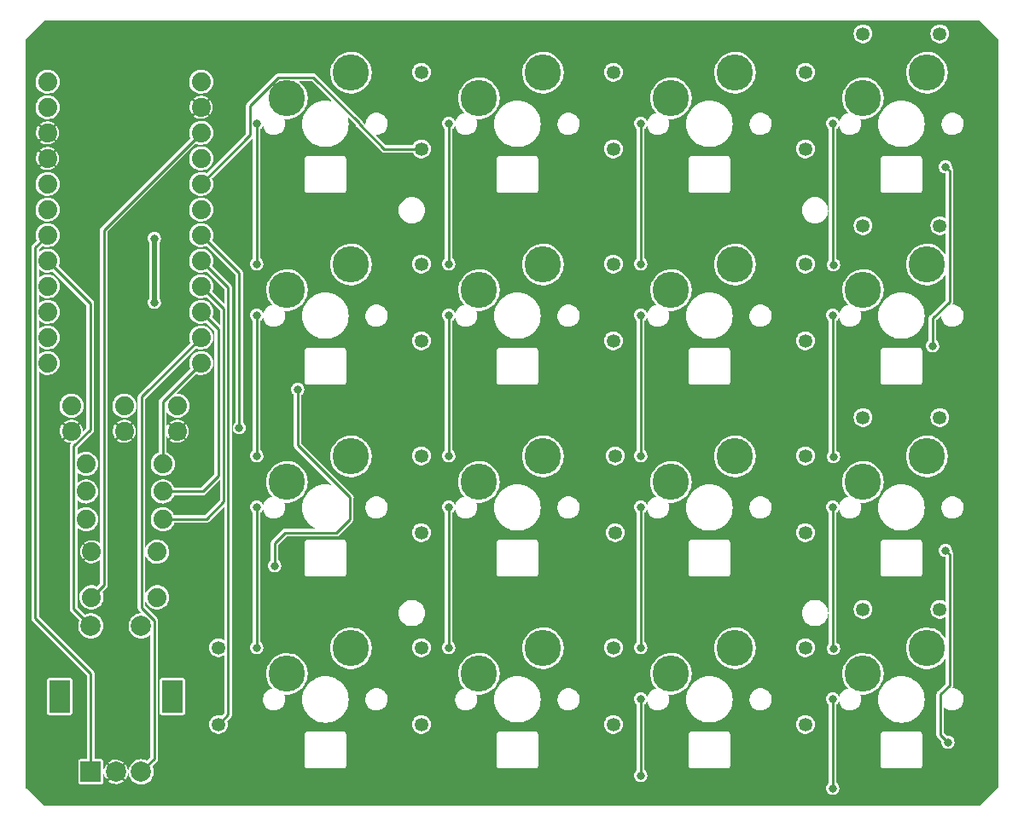
<source format=gtl>
%TF.GenerationSoftware,KiCad,Pcbnew,(6.0.1)*%
%TF.CreationDate,2022-02-09T09:53:17+01:00*%
%TF.ProjectId,dumbpad,64756d62-7061-4642-9e6b-696361645f70,rev?*%
%TF.SameCoordinates,Original*%
%TF.FileFunction,Copper,L1,Top*%
%TF.FilePolarity,Positive*%
%FSLAX46Y46*%
G04 Gerber Fmt 4.6, Leading zero omitted, Abs format (unit mm)*
G04 Created by KiCad (PCBNEW (6.0.1)) date 2022-02-09 09:53:17*
%MOMM*%
%LPD*%
G01*
G04 APERTURE LIST*
%TA.AperFunction,ComponentPad*%
%ADD10C,1.879600*%
%TD*%
%TA.AperFunction,ComponentPad*%
%ADD11R,2.000000X2.000000*%
%TD*%
%TA.AperFunction,ComponentPad*%
%ADD12C,2.000000*%
%TD*%
%TA.AperFunction,ComponentPad*%
%ADD13R,2.000000X3.200000*%
%TD*%
%TA.AperFunction,ComponentPad*%
%ADD14C,3.600000*%
%TD*%
%TA.AperFunction,ComponentPad*%
%ADD15C,1.350000*%
%TD*%
%TA.AperFunction,ViaPad*%
%ADD16C,0.800000*%
%TD*%
%TA.AperFunction,Conductor*%
%ADD17C,0.250000*%
%TD*%
%TA.AperFunction,Conductor*%
%ADD18C,0.500000*%
%TD*%
G04 APERTURE END LIST*
D10*
%TO.P,S17,1,1*%
%TO.N,GND*%
X106799900Y-118743000D03*
%TO.P,S17,2*%
%TO.N,N/C*%
X113302300Y-118743000D03*
%TO.P,S17,3,2*%
%TO.N,/RESET*%
X106799900Y-123264200D03*
%TO.P,S17,4*%
%TO.N,N/C*%
X113302300Y-123264200D03*
%TD*%
%TO.P,B1,1,TXO*%
%TO.N,/NC{slash}TX{slash}D3*%
X102431100Y-72053600D03*
%TO.P,B1,2,RXI*%
%TO.N,/NC{slash}RX{slash}D2*%
X102431100Y-74593600D03*
%TO.P,B1,3,GND@1*%
%TO.N,GND*%
X102431100Y-77133600D03*
%TO.P,B1,4,GND*%
X102431100Y-79673600D03*
%TO.P,B1,5,2*%
%TO.N,/KEY_LEDS*%
X102431100Y-82213600D03*
%TO.P,B1,6,\u002A3*%
%TO.N,unconnected-(B1-Pad6)*%
X102431100Y-84753600D03*
%TO.P,B1,7,4*%
%TO.N,/ENCODER0_L1*%
X102431100Y-87293600D03*
%TO.P,B1,8,\u002A5*%
%TO.N,/COL0*%
X102431100Y-89833600D03*
%TO.P,B1,9,\u002A6*%
%TO.N,/COL1*%
X102431100Y-92373600D03*
%TO.P,B1,10,7*%
%TO.N,/COL2*%
X102431100Y-94913600D03*
%TO.P,B1,11,8*%
%TO.N,/COL3*%
X102431100Y-97453600D03*
%TO.P,B1,12,\u002A9*%
%TO.N,/COL4*%
X102431100Y-99993600D03*
%TO.P,B1,13,\u002A10*%
%TO.N,/LED2*%
X117671100Y-99993600D03*
%TO.P,B1,14,11(MOSI)*%
%TO.N,/ENCODER0_L0*%
X117671100Y-97453600D03*
%TO.P,B1,15,12(MISO)*%
%TO.N,/LED1*%
X117671100Y-94913600D03*
%TO.P,B1,16,13(SCK)*%
%TO.N,/LED0*%
X117671100Y-92373600D03*
%TO.P,B1,17,A0*%
%TO.N,/ROW3*%
X117671100Y-89833600D03*
%TO.P,B1,18,A1*%
%TO.N,/ROW2*%
X117671100Y-87293600D03*
%TO.P,B1,19,A2*%
%TO.N,/ROW1*%
X117671100Y-84753600D03*
%TO.P,B1,20,A3*%
%TO.N,/ROW0*%
X117671100Y-82213600D03*
%TO.P,B1,21,VCC*%
%TO.N,VCC*%
X117671100Y-79673600D03*
%TO.P,B1,22,RESET*%
%TO.N,/RESET*%
X117671100Y-77133600D03*
%TO.P,B1,23,GND@2*%
%TO.N,GND*%
X117671100Y-74593600D03*
%TO.P,B1,24,RAW*%
%TO.N,/RAW*%
X117671100Y-72053600D03*
%TD*%
D11*
%TO.P,RE_3_1,A,A*%
%TO.N,/ENCODER0_L1*%
X106720000Y-140600000D03*
D12*
%TO.P,RE_3_1,B,B*%
%TO.N,/ENCODER0_L0*%
X111720000Y-140600000D03*
%TO.P,RE_3_1,C,C*%
%TO.N,GND*%
X109220000Y-140600000D03*
D13*
%TO.P,RE_3_1,MP*%
%TO.N,N/C*%
X103620000Y-133100000D03*
X114820000Y-133100000D03*
D12*
%TO.P,RE_3_1,S1,1*%
%TO.N,Net-(D20-PadA)*%
X111720000Y-126100000D03*
%TO.P,RE_3_1,S2,2*%
%TO.N,/COL0*%
X106720000Y-126100000D03*
%TD*%
D10*
%TO.P,R3,P$1,1*%
%TO.N,Net-(D19-PadA)*%
X106241100Y-115503600D03*
%TO.P,R3,P$2,2*%
%TO.N,/LED0*%
X113861100Y-115503600D03*
%TD*%
%TO.P,R1,P$1,1*%
%TO.N,Net-(D17-PadA)*%
X106241100Y-110003600D03*
%TO.P,R1,P$2,2*%
%TO.N,/LED2*%
X113861100Y-110003600D03*
%TD*%
%TO.P,D18,A,A*%
%TO.N,Net-(D18-PadA)*%
X110051100Y-104233600D03*
%TO.P,D18,K,C*%
%TO.N,GND*%
X110051100Y-106773600D03*
%TD*%
%TO.P,D19,A,A*%
%TO.N,Net-(D19-PadA)*%
X115301100Y-104233600D03*
%TO.P,D19,K,C*%
%TO.N,GND*%
X115301100Y-106773600D03*
%TD*%
%TO.P,D17,A,A*%
%TO.N,Net-(D17-PadA)*%
X104801100Y-104233600D03*
%TO.P,D17,K,C*%
%TO.N,GND*%
X104801100Y-106773600D03*
%TD*%
%TO.P,R2,P$1,1*%
%TO.N,Net-(D18-PadA)*%
X106241100Y-112753600D03*
%TO.P,R2,P$2,2*%
%TO.N,/LED1*%
X113861100Y-112753600D03*
%TD*%
D14*
%TO.P,S1,1*%
%TO.N,N/C*%
X132541100Y-71173600D03*
%TO.P,S1,2*%
X126191100Y-73713600D03*
%TD*%
D15*
%TO.P,D10,A,A*%
%TO.N,Net-(D10-PadA)*%
X158750000Y-109220000D03*
%TO.P,D10,C,C*%
%TO.N,/ROW2*%
X158750000Y-116840000D03*
%TD*%
D14*
%TO.P,S15,1*%
%TO.N,N/C*%
X170641100Y-128323600D03*
%TO.P,S15,2*%
X164291100Y-130863600D03*
%TD*%
%TO.P,S8,1*%
%TO.N,N/C*%
X189691100Y-90223600D03*
%TO.P,S8,2*%
X183341100Y-92763600D03*
%TD*%
%TO.P,S2,1*%
%TO.N,N/C*%
X151591100Y-71173600D03*
%TO.P,S2,2*%
X145241100Y-73713600D03*
%TD*%
D15*
%TO.P,D8,A,A*%
%TO.N,Net-(D8-PadA)*%
X190961100Y-86360000D03*
%TO.P,D8,C,C*%
%TO.N,/ROW1*%
X183341100Y-86360000D03*
%TD*%
%TO.P,D6,A,A*%
%TO.N,Net-(D6-PadA)*%
X158576100Y-90170000D03*
%TO.P,D6,C,C*%
%TO.N,/ROW1*%
X158576100Y-97790000D03*
%TD*%
D14*
%TO.P,S4,1*%
%TO.N,N/C*%
X189691100Y-71173600D03*
%TO.P,S4,2*%
X183341100Y-73713600D03*
%TD*%
%TO.P,S5,1*%
%TO.N,N/C*%
X132541100Y-90223600D03*
%TO.P,S5,2*%
X126191100Y-92763600D03*
%TD*%
D15*
%TO.P,D4,A,A*%
%TO.N,Net-(D4-PadA)*%
X190961100Y-67310000D03*
%TO.P,D4,C,C*%
%TO.N,/ROW0*%
X183341100Y-67310000D03*
%TD*%
D14*
%TO.P,S14,1*%
%TO.N,N/C*%
X151591100Y-128323600D03*
%TO.P,S14,2*%
X145241100Y-130863600D03*
%TD*%
%TO.P,S11,1*%
%TO.N,N/C*%
X170641100Y-109273600D03*
%TO.P,S11,2*%
X164291100Y-111813600D03*
%TD*%
%TO.P,S7,1*%
%TO.N,N/C*%
X170641100Y-90223600D03*
%TO.P,S7,2*%
X164291100Y-92763600D03*
%TD*%
%TO.P,S6,1*%
%TO.N,N/C*%
X151591100Y-90223600D03*
%TO.P,S6,2*%
X145241100Y-92763600D03*
%TD*%
D15*
%TO.P,D9,A,A*%
%TO.N,Net-(D9-PadA)*%
X139526100Y-109220000D03*
%TO.P,D9,C,C*%
%TO.N,/ROW2*%
X139526100Y-116840000D03*
%TD*%
%TO.P,D11,A,A*%
%TO.N,Net-(D11-PadA)*%
X177626100Y-109220000D03*
%TO.P,D11,C,C*%
%TO.N,/ROW2*%
X177626100Y-116840000D03*
%TD*%
%TO.P,D13,A,A*%
%TO.N,Net-(D13-PadA)*%
X139526100Y-128270000D03*
%TO.P,D13,C,C*%
%TO.N,/ROW3*%
X139526100Y-135890000D03*
%TD*%
D14*
%TO.P,S12,1*%
%TO.N,N/C*%
X189691100Y-109273600D03*
%TO.P,S12,2*%
X183341100Y-111813600D03*
%TD*%
D15*
%TO.P,D20,A,A*%
%TO.N,Net-(D20-PadA)*%
X119380000Y-128270000D03*
%TO.P,D20,C,C*%
%TO.N,/ROW3*%
X119380000Y-135890000D03*
%TD*%
%TO.P,D7,A,A*%
%TO.N,Net-(D7-PadA)*%
X177626100Y-90170000D03*
%TO.P,D7,C,C*%
%TO.N,/ROW1*%
X177626100Y-97790000D03*
%TD*%
D14*
%TO.P,S3,1*%
%TO.N,N/C*%
X170641100Y-71173600D03*
%TO.P,S3,2*%
X164291100Y-73713600D03*
%TD*%
D15*
%TO.P,D5,A,A*%
%TO.N,Net-(D5-PadA)*%
X139526100Y-90170000D03*
%TO.P,D5,C,C*%
%TO.N,/ROW1*%
X139526100Y-97790000D03*
%TD*%
%TO.P,D16,A,A*%
%TO.N,Net-(D16-PadA)*%
X190961100Y-124460000D03*
%TO.P,D16,C,C*%
%TO.N,/ROW3*%
X183341100Y-124460000D03*
%TD*%
%TO.P,D14,A,A*%
%TO.N,Net-(D14-PadA)*%
X158576100Y-128270000D03*
%TO.P,D14,C,C*%
%TO.N,/ROW3*%
X158576100Y-135890000D03*
%TD*%
%TO.P,D3,A,A*%
%TO.N,Net-(D3-PadA)*%
X177626100Y-71120000D03*
%TO.P,D3,C,C*%
%TO.N,/ROW0*%
X177626100Y-78740000D03*
%TD*%
%TO.P,D15,A,A*%
%TO.N,Net-(D15-PadA)*%
X177626100Y-128270000D03*
%TO.P,D15,C,C*%
%TO.N,/ROW3*%
X177626100Y-135890000D03*
%TD*%
D14*
%TO.P,S13,1*%
%TO.N,N/C*%
X132541100Y-128327200D03*
%TO.P,S13,2*%
X126191100Y-130867200D03*
%TD*%
%TO.P,S9,1*%
%TO.N,N/C*%
X132541100Y-109273600D03*
%TO.P,S9,2*%
X126191100Y-111813600D03*
%TD*%
D15*
%TO.P,D1,A,A*%
%TO.N,Net-(D1-PadA)*%
X139526100Y-71120000D03*
%TO.P,D1,C,C*%
%TO.N,/ROW0*%
X139526100Y-78740000D03*
%TD*%
D14*
%TO.P,S16,1*%
%TO.N,N/C*%
X189691100Y-128327200D03*
%TO.P,S16,2*%
X183341100Y-130867200D03*
%TD*%
D15*
%TO.P,D12,A,A*%
%TO.N,Net-(D12-PadA)*%
X190961100Y-105410000D03*
%TO.P,D12,C,C*%
%TO.N,/ROW2*%
X183341100Y-105410000D03*
%TD*%
%TO.P,D2,A,A*%
%TO.N,Net-(D2-PadA)*%
X158576100Y-71120000D03*
%TO.P,D2,C,C*%
%TO.N,/ROW0*%
X158576100Y-78740000D03*
%TD*%
D14*
%TO.P,S10,1*%
%TO.N,N/C*%
X151591100Y-109273600D03*
%TO.P,S10,2*%
X145241100Y-111813600D03*
%TD*%
D16*
%TO.N,VCC*%
X113030000Y-87630000D03*
X113030000Y-93980000D03*
%TO.N,/ROW2*%
X121451900Y-106426000D03*
%TO.N,/COL4*%
X180340000Y-133350000D03*
X180340000Y-142240000D03*
X180414191Y-128344191D03*
X180414191Y-109294191D03*
X180340000Y-95250000D03*
X180340000Y-114300000D03*
X180414191Y-90244191D03*
X180340000Y-76200000D03*
%TO.N,/COL3*%
X161290000Y-140970000D03*
X161290000Y-128270000D03*
X161290000Y-95250000D03*
X161290000Y-109220000D03*
X161290000Y-76200000D03*
X161290000Y-133350000D03*
X161290000Y-90170000D03*
X161290000Y-114300000D03*
%TO.N,/COL2*%
X142240000Y-128270000D03*
X142240000Y-76200000D03*
X142240000Y-90170000D03*
X142240000Y-95250000D03*
X142240000Y-109220000D03*
X142240000Y-114300000D03*
%TO.N,/COL1*%
X123190000Y-90170000D03*
X123190000Y-95250000D03*
X123190000Y-76200000D03*
X123190000Y-114300000D03*
X123190000Y-109220000D03*
X123190000Y-128270000D03*
%TO.N,Net-(LED4-Pad2)*%
X191516000Y-80518000D03*
X190246000Y-98298000D03*
%TO.N,Net-(LED8-Pad2)*%
X127254000Y-102616000D03*
X124968000Y-120142000D03*
%TO.N,Net-(LED12-Pad2)*%
X191770000Y-137668000D03*
X191516000Y-118618000D03*
%TD*%
D17*
%TO.N,/RESET*%
X108016611Y-86788089D02*
X117671100Y-77133600D01*
X106799900Y-123264200D02*
X108016611Y-122047489D01*
X108016611Y-122047489D02*
X108016611Y-86788089D01*
%TO.N,/ROW0*%
X122513089Y-77371611D02*
X122513089Y-74454414D01*
X125330814Y-71636689D02*
X128812981Y-71636689D01*
X133350000Y-76254235D02*
X135835765Y-78740000D01*
X133350000Y-76173708D02*
X133350000Y-76254235D01*
X122513089Y-74454414D02*
X125330814Y-71636689D01*
X117671100Y-82213600D02*
X122513089Y-77371611D01*
X128812981Y-71636689D02*
X133350000Y-76173708D01*
X135835765Y-78740000D02*
X139526100Y-78740000D01*
D18*
%TO.N,VCC*%
X113030000Y-93980000D02*
X113030000Y-87630000D01*
D17*
%TO.N,/ROW2*%
X121451900Y-91074400D02*
X121451900Y-106426000D01*
X117671100Y-87293600D02*
X121451900Y-91074400D01*
%TO.N,/ROW3*%
X120331911Y-134938089D02*
X120331911Y-92494411D01*
X119380000Y-135890000D02*
X120331911Y-134938089D01*
X120331911Y-92494411D02*
X117671100Y-89833600D01*
%TO.N,/LED1*%
X119380000Y-111207200D02*
X119380000Y-96622500D01*
X117833600Y-112753600D02*
X119380000Y-111207200D01*
X119380000Y-96622500D02*
X117671100Y-94913600D01*
X113861100Y-112753600D02*
X117833600Y-112753600D01*
%TO.N,/LED2*%
X113861100Y-103803600D02*
X117671100Y-99993600D01*
X113861100Y-110003600D02*
X113861100Y-103803600D01*
%TO.N,/ENCODER0_L0*%
X111760000Y-103364700D02*
X111760000Y-124334174D01*
X112996911Y-139323089D02*
X111720000Y-140600000D01*
X112996911Y-125571085D02*
X112996911Y-139323089D01*
X117671100Y-97453600D02*
X111760000Y-103364700D01*
X111760000Y-124334174D02*
X112996911Y-125571085D01*
%TO.N,/LED0*%
X118176400Y-115503600D02*
X113861100Y-115503600D01*
X119929991Y-94632491D02*
X119929991Y-113750009D01*
X119929991Y-113750009D02*
X118176400Y-115503600D01*
X117671100Y-92373600D02*
X119929991Y-94632491D01*
%TO.N,/COL4*%
X180340000Y-90170000D02*
X180414191Y-90244191D01*
X180340000Y-128270000D02*
X180414191Y-128344191D01*
X180340000Y-109220000D02*
X180414191Y-109294191D01*
X180340000Y-76200000D02*
X180340000Y-90170000D01*
X180340000Y-114300000D02*
X180340000Y-128270000D01*
X180340000Y-95250000D02*
X180340000Y-109220000D01*
X180340000Y-142240000D02*
X180340000Y-133350000D01*
%TO.N,/COL3*%
X161290000Y-133350000D02*
X161290000Y-140970000D01*
X161290000Y-95250000D02*
X161290000Y-109220000D01*
X161290000Y-114300000D02*
X161290000Y-128270000D01*
X161290000Y-76200000D02*
X161290000Y-90170000D01*
%TO.N,/COL2*%
X142240000Y-76200000D02*
X142240000Y-90170000D01*
X142240000Y-114300000D02*
X142240000Y-128270000D01*
X142240000Y-95250000D02*
X142240000Y-109220000D01*
%TO.N,/COL1*%
X123190000Y-114300000D02*
X123190000Y-128270000D01*
X123190000Y-95250000D02*
X123190000Y-109220000D01*
X123190000Y-76200000D02*
X123190000Y-90170000D01*
%TO.N,/COL0*%
X105024389Y-124404389D02*
X105024389Y-108271001D01*
X105024389Y-108271001D02*
X106680000Y-106615390D01*
X106720000Y-126100000D02*
X105024389Y-124404389D01*
X106680000Y-106615390D02*
X106680000Y-94082500D01*
X106680000Y-94082500D02*
X102431100Y-89833600D01*
%TO.N,/ENCODER0_L1*%
X106720000Y-130850000D02*
X101214389Y-125344389D01*
X101214389Y-125344389D02*
X101214389Y-88510311D01*
X101214389Y-88510311D02*
X102431100Y-87293600D01*
X106720000Y-140600000D02*
X106720000Y-130850000D01*
%TO.N,Net-(LED4-Pad2)*%
X190246000Y-95556965D02*
X190246000Y-98298000D01*
X191516000Y-80518000D02*
X191913011Y-80915011D01*
X191913011Y-80915011D02*
X191913011Y-93889954D01*
X190246000Y-95556965D02*
X191913011Y-93889954D01*
%TO.N,Net-(LED8-Pad2)*%
X132425621Y-115478379D02*
X131064000Y-116840000D01*
X127254000Y-102616000D02*
X127254000Y-108177708D01*
X132425621Y-113349329D02*
X132425621Y-115478379D01*
X125984000Y-116840000D02*
X124968000Y-117856000D01*
X125984000Y-116840000D02*
X131064000Y-116840000D01*
X124968000Y-117856000D02*
X124968000Y-120142000D01*
X127254000Y-108177708D02*
X132425621Y-113349329D01*
%TO.N,Net-(LED12-Pad2)*%
X191006579Y-136904579D02*
X191770000Y-137668000D01*
X191913011Y-131993554D02*
X191006579Y-132899986D01*
X191516000Y-118618000D02*
X191913011Y-119015011D01*
X191913011Y-119015011D02*
X191913011Y-131993554D01*
X191006579Y-132899986D02*
X191006579Y-136904579D01*
%TD*%
%TA.AperFunction,Conductor*%
%TO.N,GND*%
G36*
X194906756Y-66018466D02*
G01*
X196736234Y-67847945D01*
X196747100Y-67874179D01*
X196747100Y-142133021D01*
X196736234Y-142159255D01*
X194906756Y-143988734D01*
X194880522Y-143999600D01*
X102121679Y-143999600D01*
X102095445Y-143988734D01*
X100339806Y-142233096D01*
X179680729Y-142233096D01*
X179680974Y-142235315D01*
X179680974Y-142235318D01*
X179683148Y-142255006D01*
X179698113Y-142390553D01*
X179752553Y-142539319D01*
X179753801Y-142541177D01*
X179753803Y-142541180D01*
X179816727Y-142634821D01*
X179840908Y-142670805D01*
X179958076Y-142777419D01*
X179960039Y-142778485D01*
X179960042Y-142778487D01*
X180095331Y-142851943D01*
X180095333Y-142851944D01*
X180097293Y-142853008D01*
X180250522Y-142893207D01*
X180329719Y-142894451D01*
X180406679Y-142895660D01*
X180406680Y-142895660D01*
X180408916Y-142895695D01*
X180486124Y-142878012D01*
X180561155Y-142860828D01*
X180561158Y-142860827D01*
X180563332Y-142860329D01*
X180565326Y-142859326D01*
X180565329Y-142859325D01*
X180702857Y-142790156D01*
X180702858Y-142790156D01*
X180704855Y-142789151D01*
X180825314Y-142686269D01*
X180917755Y-142557624D01*
X180924366Y-142541180D01*
X180976009Y-142412713D01*
X180976842Y-142410641D01*
X180999162Y-142253807D01*
X180999307Y-142240000D01*
X180980276Y-142082733D01*
X180978585Y-142078256D01*
X180925070Y-141936636D01*
X180925069Y-141936634D01*
X180924280Y-141934546D01*
X180923015Y-141932705D01*
X180835820Y-141805835D01*
X180835818Y-141805833D01*
X180834553Y-141803992D01*
X180827028Y-141797287D01*
X180786514Y-141761191D01*
X180731920Y-141712550D01*
X180719500Y-141684850D01*
X180719500Y-139980000D01*
X185092124Y-139980000D01*
X185097100Y-140005017D01*
X185111837Y-140079106D01*
X185167976Y-140163124D01*
X185171014Y-140165154D01*
X185179552Y-140170859D01*
X185251994Y-140219263D01*
X185351100Y-140238976D01*
X185372533Y-140234713D01*
X185379770Y-140234000D01*
X188922430Y-140234000D01*
X188929667Y-140234713D01*
X188951100Y-140238976D01*
X189050206Y-140219263D01*
X189122648Y-140170859D01*
X189131186Y-140165154D01*
X189134224Y-140163124D01*
X189190363Y-140079106D01*
X189205100Y-140005017D01*
X189210076Y-139980000D01*
X189205813Y-139958567D01*
X189205100Y-139951330D01*
X189205100Y-136908670D01*
X189205813Y-136901432D01*
X189209363Y-136883585D01*
X189210076Y-136880000D01*
X189190363Y-136780894D01*
X189134224Y-136696876D01*
X189050206Y-136640737D01*
X188976117Y-136626000D01*
X188951100Y-136621024D01*
X188947515Y-136621737D01*
X188929668Y-136625287D01*
X188922430Y-136626000D01*
X185379770Y-136626000D01*
X185372532Y-136625287D01*
X185354685Y-136621737D01*
X185351100Y-136621024D01*
X185326083Y-136626000D01*
X185251994Y-136640737D01*
X185167976Y-136696876D01*
X185111837Y-136780894D01*
X185092124Y-136880000D01*
X185092837Y-136883585D01*
X185096387Y-136901432D01*
X185097100Y-136908670D01*
X185097100Y-139951330D01*
X185096387Y-139958567D01*
X185092124Y-139980000D01*
X180719500Y-139980000D01*
X180719500Y-133903747D01*
X180732505Y-133875536D01*
X180823615Y-133797721D01*
X180823619Y-133797717D01*
X180825314Y-133796269D01*
X180917755Y-133667624D01*
X180922392Y-133656089D01*
X180924461Y-133650943D01*
X180944329Y-133630655D01*
X180972722Y-133630358D01*
X180993010Y-133650226D01*
X180994951Y-133656088D01*
X181022024Y-133768426D01*
X181022755Y-133770033D01*
X181022756Y-133770037D01*
X181065391Y-133863806D01*
X181109257Y-133960284D01*
X181110277Y-133961722D01*
X181229511Y-134129810D01*
X181231196Y-134132186D01*
X181232471Y-134133407D01*
X181232474Y-134133410D01*
X181382164Y-134276707D01*
X181382167Y-134276709D01*
X181383440Y-134277928D01*
X181384924Y-134278886D01*
X181384925Y-134278887D01*
X181403663Y-134290986D01*
X181560497Y-134392252D01*
X181755978Y-134471034D01*
X181864131Y-134492155D01*
X181961517Y-134511173D01*
X181961520Y-134511173D01*
X181962829Y-134511429D01*
X181968370Y-134511700D01*
X182123759Y-134511700D01*
X182124635Y-134511616D01*
X182124644Y-134511616D01*
X182201500Y-134504283D01*
X182280906Y-134496707D01*
X182282590Y-134496213D01*
X182282595Y-134496212D01*
X182481449Y-134437874D01*
X182481452Y-134437873D01*
X182483142Y-134437377D01*
X182570758Y-134392252D01*
X182668945Y-134341682D01*
X182670510Y-134340876D01*
X182836249Y-134210686D01*
X182837405Y-134209354D01*
X182837409Y-134209350D01*
X182973221Y-134052841D01*
X182973222Y-134052840D01*
X182974381Y-134051504D01*
X183079919Y-133869074D01*
X183149057Y-133669978D01*
X183149399Y-133667624D01*
X183179045Y-133463151D01*
X183179299Y-133461400D01*
X183176790Y-133407200D01*
X184841655Y-133407200D01*
X184861413Y-133708643D01*
X184920347Y-134004928D01*
X185017451Y-134290986D01*
X185017985Y-134292069D01*
X185017988Y-134292076D01*
X185126194Y-134511494D01*
X185151062Y-134561922D01*
X185151737Y-134562932D01*
X185151738Y-134562934D01*
X185317095Y-134810409D01*
X185318894Y-134813101D01*
X185518076Y-135040224D01*
X185745199Y-135239406D01*
X185746198Y-135240074D01*
X185746200Y-135240075D01*
X185899235Y-135342329D01*
X185996378Y-135407238D01*
X185997473Y-135407778D01*
X186266224Y-135540312D01*
X186266231Y-135540315D01*
X186267314Y-135540849D01*
X186553372Y-135637953D01*
X186849657Y-135696887D01*
X186877864Y-135698736D01*
X187075070Y-135711662D01*
X187075080Y-135711662D01*
X187075655Y-135711700D01*
X187226545Y-135711700D01*
X187227120Y-135711662D01*
X187227130Y-135711662D01*
X187424336Y-135698736D01*
X187452543Y-135696887D01*
X187748828Y-135637953D01*
X188034886Y-135540849D01*
X188035969Y-135540315D01*
X188035976Y-135540312D01*
X188304727Y-135407778D01*
X188305822Y-135407238D01*
X188402966Y-135342329D01*
X188556000Y-135240075D01*
X188556002Y-135240074D01*
X188557001Y-135239406D01*
X188784124Y-135040224D01*
X188983306Y-134813101D01*
X188985105Y-134810409D01*
X189150462Y-134562935D01*
X189150463Y-134562933D01*
X189151138Y-134561923D01*
X189176165Y-134511173D01*
X189284212Y-134292076D01*
X189284215Y-134292069D01*
X189284749Y-134290986D01*
X189381853Y-134004928D01*
X189440787Y-133708643D01*
X189460545Y-133407200D01*
X189440787Y-133105757D01*
X189381853Y-132809472D01*
X189284749Y-132523414D01*
X189284215Y-132522331D01*
X189284212Y-132522324D01*
X189151678Y-132253573D01*
X189151138Y-132252478D01*
X189148057Y-132247866D01*
X188983975Y-132002300D01*
X188983974Y-132002298D01*
X188983306Y-132001299D01*
X188784124Y-131774176D01*
X188557001Y-131574994D01*
X188409973Y-131476753D01*
X188306834Y-131407838D01*
X188306832Y-131407837D01*
X188305822Y-131407162D01*
X188281864Y-131395347D01*
X188035976Y-131274088D01*
X188035969Y-131274085D01*
X188034886Y-131273551D01*
X187748828Y-131176447D01*
X187452543Y-131117513D01*
X187397619Y-131113913D01*
X187227130Y-131102738D01*
X187227120Y-131102738D01*
X187226545Y-131102700D01*
X187075655Y-131102700D01*
X187075080Y-131102738D01*
X187075070Y-131102738D01*
X186904581Y-131113913D01*
X186849657Y-131117513D01*
X186553372Y-131176447D01*
X186267314Y-131273551D01*
X186266231Y-131274085D01*
X186266224Y-131274088D01*
X186020336Y-131395347D01*
X185996378Y-131407162D01*
X185995368Y-131407837D01*
X185995366Y-131407838D01*
X185892227Y-131476753D01*
X185745199Y-131574994D01*
X185518076Y-131774176D01*
X185318894Y-132001299D01*
X185318226Y-132002298D01*
X185318225Y-132002300D01*
X185151738Y-132251465D01*
X185151737Y-132251467D01*
X185151062Y-132252477D01*
X185150522Y-132253572D01*
X185017988Y-132522324D01*
X185017985Y-132522331D01*
X185017451Y-132523414D01*
X184920347Y-132809472D01*
X184861413Y-133105757D01*
X184841655Y-133407200D01*
X183176790Y-133407200D01*
X183169555Y-133250867D01*
X183168688Y-133247267D01*
X183120591Y-133047697D01*
X183120176Y-133045974D01*
X183118540Y-133042374D01*
X183082999Y-132964208D01*
X183082033Y-132935829D01*
X183101416Y-132915079D01*
X183122384Y-132912179D01*
X183167532Y-132919088D01*
X183167536Y-132919088D01*
X183168782Y-132919279D01*
X183170046Y-132919299D01*
X183170048Y-132919299D01*
X183308828Y-132921479D01*
X183448875Y-132923679D01*
X183485069Y-132919299D01*
X183725713Y-132890178D01*
X183725717Y-132890177D01*
X183726975Y-132890025D01*
X183997933Y-132818940D01*
X184256738Y-132711740D01*
X184498599Y-132570408D01*
X184620772Y-132474612D01*
X184718040Y-132398344D01*
X184718041Y-132398343D01*
X184719041Y-132397559D01*
X184723417Y-132393044D01*
X184913103Y-132197303D01*
X184913986Y-132196392D01*
X185018482Y-132054138D01*
X185079077Y-131971648D01*
X185079080Y-131971643D01*
X185079825Y-131970629D01*
X185080429Y-131969517D01*
X185212887Y-131725560D01*
X185212889Y-131725556D01*
X185213491Y-131724447D01*
X185214431Y-131721960D01*
X185312062Y-131463587D01*
X185312064Y-131463582D01*
X185312509Y-131462403D01*
X185313616Y-131457572D01*
X185326759Y-131400186D01*
X185375048Y-131189346D01*
X185399949Y-130910327D01*
X185399995Y-130905999D01*
X185400393Y-130867940D01*
X185400401Y-130867200D01*
X185400257Y-130865078D01*
X185387425Y-130676866D01*
X185381348Y-130587721D01*
X185324542Y-130313413D01*
X185231033Y-130049353D01*
X185230459Y-130048241D01*
X185230456Y-130048234D01*
X185103130Y-129801545D01*
X185103127Y-129801540D01*
X185102552Y-129800426D01*
X184941477Y-129571240D01*
X184939094Y-129568675D01*
X184751646Y-129366956D01*
X184751644Y-129366954D01*
X184750789Y-129366034D01*
X184546828Y-129199095D01*
X184534992Y-129189407D01*
X184534988Y-129189404D01*
X184534014Y-129188607D01*
X184295166Y-129042240D01*
X184038663Y-128929643D01*
X184037458Y-128929300D01*
X184037456Y-128929299D01*
X183770468Y-128853246D01*
X183770467Y-128853246D01*
X183769253Y-128852900D01*
X183491919Y-128813429D01*
X183490652Y-128813422D01*
X183490647Y-128813422D01*
X183359834Y-128812738D01*
X183211795Y-128811963D01*
X183210550Y-128812127D01*
X183210548Y-128812127D01*
X182935307Y-128848363D01*
X182935302Y-128848364D01*
X182934064Y-128848527D01*
X182813133Y-128881610D01*
X182665089Y-128922110D01*
X182665087Y-128922111D01*
X182663865Y-128922445D01*
X182584882Y-128956134D01*
X182407364Y-129031851D01*
X182407361Y-129031852D01*
X182406197Y-129032349D01*
X182333501Y-129075857D01*
X182172934Y-129171955D01*
X182165829Y-129176207D01*
X182164849Y-129176992D01*
X182164842Y-129176997D01*
X182086623Y-129239663D01*
X181947209Y-129351355D01*
X181754381Y-129554552D01*
X181590915Y-129782039D01*
X181590324Y-129783155D01*
X181590321Y-129783160D01*
X181573817Y-129814331D01*
X181459835Y-130029607D01*
X181459402Y-130030790D01*
X181459399Y-130030797D01*
X181364883Y-130289073D01*
X181363566Y-130292673D01*
X181303890Y-130566371D01*
X181303791Y-130567625D01*
X181303791Y-130567627D01*
X181291138Y-130728403D01*
X181281912Y-130845635D01*
X181285476Y-130907455D01*
X181297381Y-131113913D01*
X181298037Y-131125299D01*
X181298279Y-131126533D01*
X181298280Y-131126540D01*
X181336149Y-131319557D01*
X181351968Y-131400186D01*
X181354588Y-131407838D01*
X181442297Y-131664018D01*
X181442300Y-131664025D01*
X181442706Y-131665211D01*
X181568573Y-131915469D01*
X181727239Y-132146330D01*
X181728085Y-132147260D01*
X181728090Y-132147266D01*
X181838638Y-132268757D01*
X181848257Y-132295474D01*
X181836167Y-132321166D01*
X181821643Y-132329325D01*
X181771537Y-132344025D01*
X181660751Y-132376526D01*
X181660748Y-132376527D01*
X181659058Y-132377023D01*
X181657490Y-132377831D01*
X181657489Y-132377831D01*
X181569588Y-132423103D01*
X181471690Y-132473524D01*
X181470305Y-132474612D01*
X181349341Y-132569631D01*
X181305951Y-132603714D01*
X181304795Y-132605046D01*
X181304791Y-132605050D01*
X181168979Y-132761559D01*
X181167819Y-132762896D01*
X181166933Y-132764428D01*
X181166932Y-132764429D01*
X181144227Y-132803676D01*
X181062281Y-132945326D01*
X181061702Y-132946994D01*
X181011813Y-133090658D01*
X180992942Y-133111876D01*
X180964596Y-133113535D01*
X180943378Y-133094664D01*
X180942061Y-133091602D01*
X180941705Y-133090658D01*
X180924280Y-133044546D01*
X180923015Y-133042705D01*
X180835820Y-132915835D01*
X180835818Y-132915833D01*
X180834553Y-132913992D01*
X180831733Y-132911479D01*
X180769149Y-132855720D01*
X180716275Y-132808611D01*
X180708915Y-132804714D01*
X180578254Y-132735532D01*
X180578252Y-132735531D01*
X180576274Y-132734484D01*
X180487665Y-132712227D01*
X180424808Y-132696438D01*
X180424805Y-132696438D01*
X180422633Y-132695892D01*
X180420391Y-132695880D01*
X180420389Y-132695880D01*
X180349544Y-132695509D01*
X180264221Y-132695062D01*
X180262053Y-132695583D01*
X180262049Y-132695583D01*
X180112353Y-132731522D01*
X180112351Y-132731523D01*
X180110184Y-132732043D01*
X179969414Y-132804700D01*
X179967730Y-132806169D01*
X179953643Y-132818458D01*
X179850039Y-132908838D01*
X179848755Y-132910665D01*
X179848754Y-132910666D01*
X179823222Y-132946994D01*
X179758950Y-133038444D01*
X179701406Y-133186037D01*
X179680729Y-133343096D01*
X179680974Y-133345315D01*
X179680974Y-133345318D01*
X179687276Y-133402395D01*
X179698113Y-133500553D01*
X179752553Y-133649319D01*
X179753801Y-133651177D01*
X179753803Y-133651180D01*
X179792417Y-133708643D01*
X179840908Y-133780805D01*
X179939596Y-133870603D01*
X179948369Y-133878586D01*
X179960500Y-133906026D01*
X179960500Y-141685608D01*
X179947789Y-141713564D01*
X179850039Y-141798838D01*
X179848755Y-141800665D01*
X179848754Y-141800666D01*
X179810919Y-141854500D01*
X179758950Y-141928444D01*
X179701406Y-142076037D01*
X179680729Y-142233096D01*
X100339806Y-142233096D01*
X100265966Y-142159256D01*
X100255100Y-142133022D01*
X100255100Y-131474933D01*
X102365500Y-131474933D01*
X102365501Y-134725066D01*
X102380266Y-134799301D01*
X102436516Y-134883484D01*
X102439557Y-134885516D01*
X102506109Y-134929985D01*
X102520699Y-134939734D01*
X102561256Y-134947801D01*
X102593147Y-134954145D01*
X102593150Y-134954145D01*
X102594933Y-134954500D01*
X103619718Y-134954500D01*
X104645066Y-134954499D01*
X104719301Y-134939734D01*
X104803484Y-134883484D01*
X104805516Y-134880443D01*
X104857703Y-134802341D01*
X104857703Y-134802340D01*
X104859734Y-134799301D01*
X104874500Y-134725067D01*
X104874499Y-131474934D01*
X104859734Y-131400699D01*
X104803484Y-131316516D01*
X104739987Y-131274088D01*
X104722341Y-131262297D01*
X104722340Y-131262297D01*
X104719301Y-131260266D01*
X104678744Y-131252199D01*
X104646853Y-131245855D01*
X104646850Y-131245855D01*
X104645067Y-131245500D01*
X103620282Y-131245500D01*
X102594934Y-131245501D01*
X102520699Y-131260266D01*
X102436516Y-131316516D01*
X102380266Y-131400699D01*
X102365500Y-131474933D01*
X100255100Y-131474933D01*
X100255100Y-125326265D01*
X100830069Y-125326265D01*
X100830429Y-125329308D01*
X100830429Y-125329311D01*
X100834632Y-125364817D01*
X100834889Y-125369178D01*
X100834889Y-125375913D01*
X100837151Y-125389500D01*
X100838401Y-125397009D01*
X100838645Y-125398719D01*
X100844919Y-125451730D01*
X100846596Y-125455221D01*
X100849749Y-125465193D01*
X100850385Y-125469015D01*
X100851842Y-125471716D01*
X100851843Y-125471718D01*
X100875718Y-125515966D01*
X100876511Y-125517521D01*
X100899608Y-125565621D01*
X100903203Y-125569897D01*
X100903760Y-125570454D01*
X100903948Y-125570659D01*
X100907665Y-125575883D01*
X100908923Y-125577505D01*
X100910379Y-125580203D01*
X100912630Y-125582284D01*
X100912631Y-125582285D01*
X100951219Y-125617955D01*
X100952270Y-125618964D01*
X106329634Y-130996328D01*
X106340500Y-131022562D01*
X106340500Y-139308401D01*
X106329634Y-139334635D01*
X106303400Y-139345501D01*
X105694934Y-139345501D01*
X105620699Y-139360266D01*
X105536516Y-139416516D01*
X105534484Y-139419557D01*
X105483733Y-139495511D01*
X105480266Y-139500699D01*
X105479553Y-139504284D01*
X105479553Y-139504285D01*
X105466437Y-139570224D01*
X105465500Y-139574933D01*
X105465501Y-141625066D01*
X105480266Y-141699301D01*
X105536516Y-141783484D01*
X105539557Y-141785516D01*
X105564980Y-141802503D01*
X105620699Y-141839734D01*
X105661256Y-141847801D01*
X105693147Y-141854145D01*
X105693150Y-141854145D01*
X105694933Y-141854500D01*
X106719718Y-141854500D01*
X107745066Y-141854499D01*
X107819301Y-141839734D01*
X107903484Y-141783484D01*
X107910063Y-141773638D01*
X107957703Y-141702341D01*
X107957703Y-141702340D01*
X107959734Y-141699301D01*
X107974500Y-141625067D01*
X107974500Y-141520848D01*
X108445249Y-141520848D01*
X108447516Y-141526220D01*
X108458843Y-141537253D01*
X108461480Y-141539389D01*
X108642389Y-141660269D01*
X108645372Y-141661889D01*
X108845285Y-141747778D01*
X108848503Y-141748824D01*
X109060718Y-141796843D01*
X109064089Y-141797287D01*
X109281497Y-141805829D01*
X109284880Y-141805652D01*
X109500210Y-141774431D01*
X109503513Y-141773638D01*
X109709546Y-141703699D01*
X109712634Y-141702325D01*
X109902486Y-141596002D01*
X109905269Y-141594089D01*
X109990059Y-141523571D01*
X109992689Y-141518572D01*
X109991445Y-141514564D01*
X109225217Y-140748335D01*
X109220000Y-140746174D01*
X109214783Y-140748335D01*
X108447355Y-141515764D01*
X108445249Y-141520848D01*
X107974500Y-141520848D01*
X107974500Y-140877737D01*
X107985366Y-140851503D01*
X108011600Y-140840637D01*
X108037834Y-140851503D01*
X108047559Y-140868605D01*
X108081295Y-141001444D01*
X108082426Y-141004638D01*
X108173516Y-141202227D01*
X108175214Y-141205167D01*
X108293731Y-141372865D01*
X108298507Y-141375878D01*
X108301732Y-141375149D01*
X109071665Y-140605217D01*
X109073826Y-140600000D01*
X109366174Y-140600000D01*
X109368335Y-140605217D01*
X110133635Y-141370516D01*
X110138852Y-141372677D01*
X110142730Y-141371071D01*
X110214089Y-141285269D01*
X110216002Y-141282486D01*
X110322325Y-141092634D01*
X110323699Y-141089546D01*
X110393638Y-140883513D01*
X110394431Y-140880210D01*
X110405220Y-140805796D01*
X110419738Y-140781394D01*
X110447260Y-140774404D01*
X110471662Y-140788922D01*
X110478895Y-140807886D01*
X110478928Y-140808256D01*
X110479839Y-140818674D01*
X110480257Y-140820233D01*
X110529669Y-141004638D01*
X110536653Y-141030703D01*
X110629421Y-141229646D01*
X110755326Y-141409457D01*
X110910543Y-141564674D01*
X111090354Y-141690579D01*
X111289297Y-141783347D01*
X111290854Y-141783764D01*
X111290859Y-141783766D01*
X111423933Y-141819423D01*
X111501326Y-141840161D01*
X111502930Y-141840301D01*
X111502934Y-141840302D01*
X111718388Y-141859151D01*
X111720000Y-141859292D01*
X111721612Y-141859151D01*
X111937066Y-141840302D01*
X111937070Y-141840301D01*
X111938674Y-141840161D01*
X112016067Y-141819423D01*
X112149141Y-141783766D01*
X112149146Y-141783764D01*
X112150703Y-141783347D01*
X112349646Y-141690579D01*
X112529457Y-141564674D01*
X112684674Y-141409457D01*
X112810579Y-141229646D01*
X112903347Y-141030703D01*
X112910332Y-141004638D01*
X112921463Y-140963096D01*
X160630729Y-140963096D01*
X160630974Y-140965315D01*
X160630974Y-140965318D01*
X160633148Y-140985006D01*
X160648113Y-141120553D01*
X160702553Y-141269319D01*
X160703801Y-141271177D01*
X160703803Y-141271180D01*
X160766727Y-141364821D01*
X160790908Y-141400805D01*
X160908076Y-141507419D01*
X160910039Y-141508485D01*
X160910042Y-141508487D01*
X161045331Y-141581943D01*
X161045333Y-141581944D01*
X161047293Y-141583008D01*
X161200522Y-141623207D01*
X161279719Y-141624451D01*
X161356679Y-141625660D01*
X161356680Y-141625660D01*
X161358916Y-141625695D01*
X161436124Y-141608012D01*
X161511155Y-141590828D01*
X161511158Y-141590827D01*
X161513332Y-141590329D01*
X161515326Y-141589326D01*
X161515329Y-141589325D01*
X161652857Y-141520156D01*
X161652858Y-141520156D01*
X161654855Y-141519151D01*
X161775314Y-141416269D01*
X161867755Y-141287624D01*
X161869821Y-141282486D01*
X161926009Y-141142713D01*
X161926842Y-141140641D01*
X161949162Y-140983807D01*
X161949307Y-140970000D01*
X161930276Y-140812733D01*
X161928585Y-140808256D01*
X161875070Y-140666636D01*
X161875069Y-140666634D01*
X161874280Y-140664546D01*
X161873015Y-140662705D01*
X161785820Y-140535835D01*
X161785818Y-140535833D01*
X161784553Y-140533992D01*
X161681920Y-140442550D01*
X161669500Y-140414850D01*
X161669500Y-139980000D01*
X166042124Y-139980000D01*
X166047100Y-140005017D01*
X166061837Y-140079106D01*
X166117976Y-140163124D01*
X166121014Y-140165154D01*
X166129552Y-140170859D01*
X166201994Y-140219263D01*
X166301100Y-140238976D01*
X166322533Y-140234713D01*
X166329770Y-140234000D01*
X169872430Y-140234000D01*
X169879667Y-140234713D01*
X169901100Y-140238976D01*
X170000206Y-140219263D01*
X170072648Y-140170859D01*
X170081186Y-140165154D01*
X170084224Y-140163124D01*
X170140363Y-140079106D01*
X170155100Y-140005017D01*
X170160076Y-139980000D01*
X170155813Y-139958567D01*
X170155100Y-139951330D01*
X170155100Y-136908670D01*
X170155813Y-136901432D01*
X170159363Y-136883585D01*
X170160076Y-136880000D01*
X170140363Y-136780894D01*
X170084224Y-136696876D01*
X170000206Y-136640737D01*
X169926117Y-136626000D01*
X169901100Y-136621024D01*
X169897515Y-136621737D01*
X169879668Y-136625287D01*
X169872430Y-136626000D01*
X166329770Y-136626000D01*
X166322532Y-136625287D01*
X166304685Y-136621737D01*
X166301100Y-136621024D01*
X166276083Y-136626000D01*
X166201994Y-136640737D01*
X166117976Y-136696876D01*
X166061837Y-136780894D01*
X166042124Y-136880000D01*
X166042837Y-136883585D01*
X166046387Y-136901432D01*
X166047100Y-136908670D01*
X166047100Y-139951330D01*
X166046387Y-139958567D01*
X166042124Y-139980000D01*
X161669500Y-139980000D01*
X161669500Y-135890000D01*
X176691480Y-135890000D01*
X176711904Y-136084318D01*
X176712506Y-136086170D01*
X176712506Y-136086171D01*
X176771681Y-136268296D01*
X176771683Y-136268301D01*
X176772282Y-136270144D01*
X176869977Y-136439356D01*
X177000717Y-136584558D01*
X177002289Y-136585700D01*
X177002290Y-136585701D01*
X177152515Y-136694846D01*
X177158790Y-136699405D01*
X177160564Y-136700195D01*
X177160566Y-136700196D01*
X177215523Y-136724664D01*
X177337287Y-136778876D01*
X177339189Y-136779280D01*
X177339188Y-136779280D01*
X177526499Y-136819095D01*
X177526502Y-136819095D01*
X177528406Y-136819500D01*
X177723794Y-136819500D01*
X177725698Y-136819095D01*
X177725701Y-136819095D01*
X177913012Y-136779280D01*
X177913011Y-136779280D01*
X177914913Y-136778876D01*
X178036677Y-136724664D01*
X178091634Y-136700196D01*
X178091636Y-136700195D01*
X178093410Y-136699405D01*
X178099685Y-136694846D01*
X178249910Y-136585701D01*
X178249911Y-136585700D01*
X178251483Y-136584558D01*
X178382223Y-136439356D01*
X178479918Y-136270144D01*
X178480517Y-136268301D01*
X178480519Y-136268296D01*
X178539694Y-136086171D01*
X178539694Y-136086170D01*
X178540296Y-136084318D01*
X178560720Y-135890000D01*
X178540296Y-135695682D01*
X178539694Y-135693829D01*
X178480519Y-135511704D01*
X178480517Y-135511699D01*
X178479918Y-135509856D01*
X178418593Y-135403638D01*
X178383196Y-135342329D01*
X178383195Y-135342328D01*
X178382223Y-135340644D01*
X178251483Y-135195442D01*
X178235936Y-135184146D01*
X178094982Y-135081737D01*
X178094981Y-135081737D01*
X178093410Y-135080595D01*
X178091636Y-135079805D01*
X178091634Y-135079804D01*
X178000670Y-135039305D01*
X177914913Y-135001124D01*
X177845224Y-134986311D01*
X177725701Y-134960905D01*
X177725698Y-134960905D01*
X177723794Y-134960500D01*
X177528406Y-134960500D01*
X177526502Y-134960905D01*
X177526499Y-134960905D01*
X177406976Y-134986311D01*
X177337287Y-135001124D01*
X177251530Y-135039305D01*
X177160566Y-135079804D01*
X177160564Y-135079805D01*
X177158790Y-135080595D01*
X177157219Y-135081737D01*
X177157218Y-135081737D01*
X177016265Y-135184146D01*
X177000717Y-135195442D01*
X176869977Y-135340644D01*
X176869005Y-135342328D01*
X176869004Y-135342329D01*
X176833607Y-135403638D01*
X176772282Y-135509856D01*
X176771683Y-135511699D01*
X176771681Y-135511704D01*
X176712506Y-135693829D01*
X176711904Y-135695682D01*
X176691480Y-135890000D01*
X161669500Y-135890000D01*
X161669500Y-133903747D01*
X161682505Y-133875536D01*
X161773615Y-133797721D01*
X161773619Y-133797717D01*
X161775314Y-133796269D01*
X161867755Y-133667624D01*
X161875003Y-133649594D01*
X161894870Y-133629307D01*
X161923264Y-133629009D01*
X161943551Y-133648876D01*
X161945493Y-133654740D01*
X161949567Y-133671643D01*
X161972024Y-133764826D01*
X161972755Y-133766433D01*
X161972756Y-133766437D01*
X162019423Y-133869074D01*
X162059257Y-133956684D01*
X162060277Y-133958122D01*
X162126518Y-134051504D01*
X162181196Y-134128586D01*
X162182471Y-134129807D01*
X162182474Y-134129810D01*
X162332164Y-134273107D01*
X162332167Y-134273109D01*
X162333440Y-134274328D01*
X162334924Y-134275286D01*
X162334925Y-134275287D01*
X162353663Y-134287386D01*
X162510497Y-134388652D01*
X162512126Y-134389309D01*
X162512127Y-134389309D01*
X162521060Y-134392909D01*
X162705978Y-134467434D01*
X162814131Y-134488555D01*
X162911517Y-134507573D01*
X162911520Y-134507573D01*
X162912829Y-134507829D01*
X162918370Y-134508100D01*
X163073759Y-134508100D01*
X163074635Y-134508016D01*
X163074644Y-134508016D01*
X163151500Y-134500683D01*
X163230906Y-134493107D01*
X163232590Y-134492613D01*
X163232595Y-134492612D01*
X163431449Y-134434274D01*
X163431452Y-134434273D01*
X163433142Y-134433777D01*
X163520758Y-134388652D01*
X163618945Y-134338082D01*
X163620510Y-134337276D01*
X163786249Y-134207086D01*
X163787405Y-134205754D01*
X163787409Y-134205750D01*
X163923221Y-134049241D01*
X163923222Y-134049240D01*
X163924381Y-134047904D01*
X164029919Y-133865474D01*
X164084800Y-133707434D01*
X164098479Y-133668043D01*
X164098479Y-133668041D01*
X164099057Y-133666378D01*
X164100745Y-133654740D01*
X164128777Y-133461400D01*
X164129299Y-133457800D01*
X164126790Y-133403600D01*
X165791655Y-133403600D01*
X165811413Y-133705043D01*
X165870347Y-134001328D01*
X165967451Y-134287386D01*
X165967985Y-134288469D01*
X165967988Y-134288476D01*
X166100522Y-134557227D01*
X166101062Y-134558322D01*
X166101737Y-134559332D01*
X166101738Y-134559334D01*
X166264109Y-134802340D01*
X166268894Y-134809501D01*
X166468076Y-135036624D01*
X166695199Y-135235806D01*
X166696198Y-135236474D01*
X166696200Y-135236475D01*
X166852101Y-135340644D01*
X166946378Y-135403638D01*
X166947473Y-135404178D01*
X167216224Y-135536712D01*
X167216231Y-135536715D01*
X167217314Y-135537249D01*
X167503372Y-135634353D01*
X167799657Y-135693287D01*
X167827864Y-135695136D01*
X168025070Y-135708062D01*
X168025080Y-135708062D01*
X168025655Y-135708100D01*
X168176545Y-135708100D01*
X168177120Y-135708062D01*
X168177130Y-135708062D01*
X168374336Y-135695136D01*
X168402543Y-135693287D01*
X168698828Y-135634353D01*
X168984886Y-135537249D01*
X168985969Y-135536715D01*
X168985976Y-135536712D01*
X169254727Y-135404178D01*
X169255822Y-135403638D01*
X169350100Y-135340644D01*
X169506000Y-135236475D01*
X169506002Y-135236474D01*
X169507001Y-135235806D01*
X169734124Y-135036624D01*
X169933306Y-134809501D01*
X169938091Y-134802340D01*
X170100462Y-134559335D01*
X170100463Y-134559333D01*
X170101138Y-134558323D01*
X170124171Y-134511616D01*
X170234212Y-134288476D01*
X170234215Y-134288469D01*
X170234749Y-134287386D01*
X170331853Y-134001328D01*
X170390787Y-133705043D01*
X170410545Y-133403600D01*
X170406992Y-133349400D01*
X172072901Y-133349400D01*
X172075354Y-133402395D01*
X172081448Y-133534060D01*
X172082645Y-133559933D01*
X172083060Y-133561654D01*
X172083060Y-133561656D01*
X172104578Y-133650943D01*
X172132024Y-133764826D01*
X172132755Y-133766433D01*
X172132756Y-133766437D01*
X172179423Y-133869074D01*
X172219257Y-133956684D01*
X172220277Y-133958122D01*
X172286518Y-134051504D01*
X172341196Y-134128586D01*
X172342471Y-134129807D01*
X172342474Y-134129810D01*
X172492164Y-134273107D01*
X172492167Y-134273109D01*
X172493440Y-134274328D01*
X172494924Y-134275286D01*
X172494925Y-134275287D01*
X172513663Y-134287386D01*
X172670497Y-134388652D01*
X172672126Y-134389309D01*
X172672127Y-134389309D01*
X172681060Y-134392909D01*
X172865978Y-134467434D01*
X172974131Y-134488555D01*
X173071517Y-134507573D01*
X173071520Y-134507573D01*
X173072829Y-134507829D01*
X173078370Y-134508100D01*
X173233759Y-134508100D01*
X173234635Y-134508016D01*
X173234644Y-134508016D01*
X173311500Y-134500683D01*
X173390906Y-134493107D01*
X173392590Y-134492613D01*
X173392595Y-134492612D01*
X173591449Y-134434274D01*
X173591452Y-134434273D01*
X173593142Y-134433777D01*
X173680758Y-134388652D01*
X173778945Y-134338082D01*
X173780510Y-134337276D01*
X173946249Y-134207086D01*
X173947405Y-134205754D01*
X173947409Y-134205750D01*
X174083221Y-134049241D01*
X174083222Y-134049240D01*
X174084381Y-134047904D01*
X174189919Y-133865474D01*
X174244800Y-133707434D01*
X174258479Y-133668043D01*
X174258479Y-133668041D01*
X174259057Y-133666378D01*
X174260745Y-133654740D01*
X174288777Y-133461400D01*
X174289299Y-133457800D01*
X174279555Y-133247267D01*
X174265334Y-133188256D01*
X174231203Y-133046636D01*
X174230176Y-133042374D01*
X174229336Y-133040525D01*
X174170292Y-132910666D01*
X174142943Y-132850516D01*
X174135059Y-132839402D01*
X174022028Y-132680057D01*
X174022026Y-132680054D01*
X174021004Y-132678614D01*
X174019729Y-132677393D01*
X174019726Y-132677390D01*
X173870036Y-132534093D01*
X173870033Y-132534091D01*
X173868760Y-132532872D01*
X173850323Y-132520967D01*
X173693182Y-132419503D01*
X173691703Y-132418548D01*
X173496222Y-132339766D01*
X173382542Y-132317566D01*
X173290683Y-132299627D01*
X173290680Y-132299627D01*
X173289371Y-132299371D01*
X173283830Y-132299100D01*
X173128441Y-132299100D01*
X173127565Y-132299184D01*
X173127556Y-132299184D01*
X173050700Y-132306517D01*
X172971294Y-132314093D01*
X172969610Y-132314587D01*
X172969605Y-132314588D01*
X172770751Y-132372926D01*
X172770748Y-132372927D01*
X172769058Y-132373423D01*
X172767490Y-132374231D01*
X172767489Y-132374231D01*
X172679588Y-132419503D01*
X172581690Y-132469924D01*
X172580305Y-132471012D01*
X172454758Y-132569631D01*
X172415951Y-132600114D01*
X172414795Y-132601446D01*
X172414791Y-132601450D01*
X172299350Y-132734484D01*
X172277819Y-132759296D01*
X172172281Y-132941726D01*
X172103143Y-133140822D01*
X172102891Y-133142562D01*
X172102890Y-133142565D01*
X172092421Y-133214772D01*
X172072901Y-133349400D01*
X170406992Y-133349400D01*
X170390787Y-133102157D01*
X170331853Y-132805872D01*
X170234749Y-132519814D01*
X170234215Y-132518731D01*
X170234212Y-132518724D01*
X170101678Y-132249973D01*
X170101138Y-132248878D01*
X170096287Y-132241617D01*
X169933975Y-131998700D01*
X169933974Y-131998698D01*
X169933306Y-131997699D01*
X169734124Y-131770576D01*
X169507001Y-131571394D01*
X169506000Y-131570725D01*
X169256834Y-131404238D01*
X169256832Y-131404237D01*
X169255822Y-131403562D01*
X169239164Y-131395347D01*
X168985976Y-131270488D01*
X168985969Y-131270485D01*
X168984886Y-131269951D01*
X168747432Y-131189346D01*
X168699986Y-131173240D01*
X168699985Y-131173240D01*
X168698828Y-131172847D01*
X168402543Y-131113913D01*
X168374336Y-131112064D01*
X168177130Y-131099138D01*
X168177120Y-131099138D01*
X168176545Y-131099100D01*
X168025655Y-131099100D01*
X168025080Y-131099138D01*
X168025070Y-131099138D01*
X167827864Y-131112064D01*
X167799657Y-131113913D01*
X167503372Y-131172847D01*
X167502215Y-131173240D01*
X167502214Y-131173240D01*
X167454768Y-131189346D01*
X167217314Y-131269951D01*
X167216231Y-131270485D01*
X167216224Y-131270488D01*
X166963036Y-131395347D01*
X166946378Y-131403562D01*
X166945368Y-131404237D01*
X166945366Y-131404238D01*
X166696200Y-131570725D01*
X166695199Y-131571394D01*
X166468076Y-131770576D01*
X166268894Y-131997699D01*
X166268226Y-131998698D01*
X166268225Y-131998700D01*
X166101738Y-132247865D01*
X166101737Y-132247867D01*
X166101062Y-132248877D01*
X166100522Y-132249972D01*
X165967988Y-132518724D01*
X165967985Y-132518731D01*
X165967451Y-132519814D01*
X165870347Y-132805872D01*
X165811413Y-133102157D01*
X165791655Y-133403600D01*
X164126790Y-133403600D01*
X164119555Y-133247267D01*
X164105334Y-133188256D01*
X164071203Y-133046636D01*
X164070176Y-133042374D01*
X164069336Y-133040525D01*
X164032999Y-132960608D01*
X164032033Y-132932229D01*
X164051416Y-132911479D01*
X164072384Y-132908579D01*
X164117532Y-132915488D01*
X164117536Y-132915488D01*
X164118782Y-132915679D01*
X164120046Y-132915699D01*
X164120048Y-132915699D01*
X164258828Y-132917879D01*
X164398875Y-132920079D01*
X164407064Y-132919088D01*
X164675713Y-132886578D01*
X164675717Y-132886577D01*
X164676975Y-132886425D01*
X164947933Y-132815340D01*
X165206738Y-132708140D01*
X165448599Y-132566808D01*
X165570772Y-132471012D01*
X165668040Y-132394744D01*
X165668041Y-132394743D01*
X165669041Y-132393959D01*
X165689424Y-132372926D01*
X165818616Y-132239610D01*
X165863986Y-132192792D01*
X165923546Y-132111711D01*
X166029077Y-131968048D01*
X166029080Y-131968043D01*
X166029825Y-131967029D01*
X166057820Y-131915469D01*
X166162887Y-131721960D01*
X166162889Y-131721956D01*
X166163491Y-131720847D01*
X166185449Y-131662738D01*
X166262062Y-131459987D01*
X166262064Y-131459982D01*
X166262509Y-131458803D01*
X166325048Y-131185746D01*
X166349949Y-130906727D01*
X166350401Y-130863600D01*
X166349177Y-130845635D01*
X166334535Y-130630872D01*
X166331348Y-130584121D01*
X166274542Y-130309813D01*
X166181033Y-130045753D01*
X166180459Y-130044641D01*
X166180456Y-130044634D01*
X166053130Y-129797945D01*
X166053127Y-129797940D01*
X166052552Y-129796826D01*
X165891477Y-129567640D01*
X165880272Y-129555581D01*
X165701646Y-129363356D01*
X165701644Y-129363354D01*
X165700789Y-129362434D01*
X165550791Y-129239663D01*
X165484992Y-129185807D01*
X165484988Y-129185804D01*
X165484014Y-129185007D01*
X165245166Y-129038640D01*
X164996864Y-128929643D01*
X164989816Y-128926549D01*
X164989814Y-128926548D01*
X164988663Y-128926043D01*
X164987458Y-128925700D01*
X164987456Y-128925699D01*
X164720468Y-128849646D01*
X164720467Y-128849646D01*
X164719253Y-128849300D01*
X164441919Y-128809829D01*
X164440652Y-128809822D01*
X164440647Y-128809822D01*
X164309834Y-128809138D01*
X164161795Y-128808363D01*
X164160550Y-128808527D01*
X164160548Y-128808527D01*
X163885307Y-128844763D01*
X163885302Y-128844764D01*
X163884064Y-128844927D01*
X163823922Y-128861380D01*
X163615089Y-128918510D01*
X163615087Y-128918511D01*
X163613865Y-128918845D01*
X163509135Y-128963516D01*
X163357364Y-129028251D01*
X163357361Y-129028252D01*
X163356197Y-129028749D01*
X163270236Y-129080196D01*
X163138097Y-129159280D01*
X163115829Y-129172607D01*
X163114849Y-129173392D01*
X163114842Y-129173397D01*
X162964937Y-129293495D01*
X162897209Y-129347755D01*
X162704381Y-129550952D01*
X162540915Y-129778439D01*
X162540324Y-129779555D01*
X162540321Y-129779560D01*
X162521911Y-129814331D01*
X162409835Y-130026007D01*
X162409402Y-130027190D01*
X162409399Y-130027197D01*
X162317274Y-130278940D01*
X162313566Y-130289073D01*
X162253890Y-130562771D01*
X162253791Y-130564025D01*
X162253791Y-130564027D01*
X162248837Y-130626980D01*
X162231912Y-130842035D01*
X162248037Y-131121699D01*
X162248279Y-131122933D01*
X162248280Y-131122940D01*
X162277829Y-131273551D01*
X162301968Y-131396586D01*
X162322848Y-131457572D01*
X162392297Y-131660418D01*
X162392300Y-131660425D01*
X162392706Y-131661611D01*
X162518573Y-131911869D01*
X162519288Y-131912909D01*
X162519289Y-131912911D01*
X162521047Y-131915469D01*
X162677239Y-132142730D01*
X162678085Y-132143660D01*
X162678090Y-132143666D01*
X162788638Y-132265157D01*
X162798257Y-132291874D01*
X162786167Y-132317566D01*
X162771643Y-132325725D01*
X162711512Y-132343366D01*
X162610751Y-132372926D01*
X162610748Y-132372927D01*
X162609058Y-132373423D01*
X162607490Y-132374231D01*
X162607489Y-132374231D01*
X162519588Y-132419503D01*
X162421690Y-132469924D01*
X162420305Y-132471012D01*
X162294758Y-132569631D01*
X162255951Y-132600114D01*
X162254795Y-132601446D01*
X162254791Y-132601450D01*
X162139350Y-132734484D01*
X162117819Y-132759296D01*
X162012281Y-132941726D01*
X161976640Y-133044363D01*
X161961162Y-133088934D01*
X161942291Y-133110152D01*
X161913945Y-133111811D01*
X161892727Y-133092940D01*
X161891410Y-133089878D01*
X161875070Y-133046636D01*
X161875069Y-133046634D01*
X161874280Y-133044546D01*
X161873015Y-133042705D01*
X161785820Y-132915835D01*
X161785818Y-132915833D01*
X161784553Y-132913992D01*
X161781733Y-132911479D01*
X161719149Y-132855720D01*
X161666275Y-132808611D01*
X161658915Y-132804714D01*
X161528254Y-132735532D01*
X161528252Y-132735531D01*
X161526274Y-132734484D01*
X161437665Y-132712227D01*
X161374808Y-132696438D01*
X161374805Y-132696438D01*
X161372633Y-132695892D01*
X161370391Y-132695880D01*
X161370389Y-132695880D01*
X161299544Y-132695509D01*
X161214221Y-132695062D01*
X161212053Y-132695583D01*
X161212049Y-132695583D01*
X161062353Y-132731522D01*
X161062351Y-132731523D01*
X161060184Y-132732043D01*
X160919414Y-132804700D01*
X160917730Y-132806169D01*
X160903643Y-132818458D01*
X160800039Y-132908838D01*
X160798755Y-132910665D01*
X160798754Y-132910666D01*
X160773222Y-132946994D01*
X160708950Y-133038444D01*
X160651406Y-133186037D01*
X160630729Y-133343096D01*
X160630974Y-133345315D01*
X160630974Y-133345318D01*
X160637276Y-133402395D01*
X160648113Y-133500553D01*
X160702553Y-133649319D01*
X160703801Y-133651177D01*
X160703803Y-133651180D01*
X160742417Y-133708643D01*
X160790908Y-133780805D01*
X160889596Y-133870603D01*
X160898369Y-133878586D01*
X160910500Y-133906026D01*
X160910500Y-140415608D01*
X160897789Y-140443564D01*
X160800039Y-140528838D01*
X160798755Y-140530665D01*
X160798754Y-140530666D01*
X160795121Y-140535835D01*
X160708950Y-140658444D01*
X160651406Y-140806037D01*
X160630729Y-140963096D01*
X112921463Y-140963096D01*
X112959743Y-140820233D01*
X112960161Y-140818674D01*
X112961073Y-140808256D01*
X112979151Y-140601612D01*
X112979292Y-140600000D01*
X112978836Y-140594783D01*
X112960302Y-140382934D01*
X112960301Y-140382930D01*
X112960161Y-140381326D01*
X112921827Y-140238263D01*
X112903766Y-140170859D01*
X112903764Y-140170854D01*
X112903347Y-140169297D01*
X112845651Y-140045566D01*
X112844412Y-140017198D01*
X112853041Y-140003653D01*
X112876694Y-139980000D01*
X127942124Y-139980000D01*
X127947100Y-140005017D01*
X127961837Y-140079106D01*
X128017976Y-140163124D01*
X128021014Y-140165154D01*
X128029552Y-140170859D01*
X128101994Y-140219263D01*
X128201100Y-140238976D01*
X128222533Y-140234713D01*
X128229770Y-140234000D01*
X131772430Y-140234000D01*
X131779667Y-140234713D01*
X131801100Y-140238976D01*
X131900206Y-140219263D01*
X131972648Y-140170859D01*
X131981186Y-140165154D01*
X131984224Y-140163124D01*
X132040363Y-140079106D01*
X132055100Y-140005017D01*
X132060076Y-139980000D01*
X146992124Y-139980000D01*
X146997100Y-140005017D01*
X147011837Y-140079106D01*
X147067976Y-140163124D01*
X147071014Y-140165154D01*
X147079552Y-140170859D01*
X147151994Y-140219263D01*
X147251100Y-140238976D01*
X147272533Y-140234713D01*
X147279770Y-140234000D01*
X150822430Y-140234000D01*
X150829667Y-140234713D01*
X150851100Y-140238976D01*
X150950206Y-140219263D01*
X151022648Y-140170859D01*
X151031186Y-140165154D01*
X151034224Y-140163124D01*
X151090363Y-140079106D01*
X151105100Y-140005017D01*
X151110076Y-139980000D01*
X151105813Y-139958567D01*
X151105100Y-139951330D01*
X151105100Y-136908670D01*
X151105813Y-136901432D01*
X151109363Y-136883585D01*
X151110076Y-136880000D01*
X151090363Y-136780894D01*
X151034224Y-136696876D01*
X150950206Y-136640737D01*
X150876117Y-136626000D01*
X150851100Y-136621024D01*
X150847515Y-136621737D01*
X150829668Y-136625287D01*
X150822430Y-136626000D01*
X147279770Y-136626000D01*
X147272532Y-136625287D01*
X147254685Y-136621737D01*
X147251100Y-136621024D01*
X147226083Y-136626000D01*
X147151994Y-136640737D01*
X147067976Y-136696876D01*
X147011837Y-136780894D01*
X146992124Y-136880000D01*
X146992837Y-136883585D01*
X146996387Y-136901432D01*
X146997100Y-136908670D01*
X146997100Y-139951330D01*
X146996387Y-139958567D01*
X146992124Y-139980000D01*
X132060076Y-139980000D01*
X132055813Y-139958567D01*
X132055100Y-139951330D01*
X132055100Y-136908670D01*
X132055813Y-136901432D01*
X132059363Y-136883585D01*
X132060076Y-136880000D01*
X132040363Y-136780894D01*
X131984224Y-136696876D01*
X131900206Y-136640737D01*
X131826117Y-136626000D01*
X131801100Y-136621024D01*
X131797515Y-136621737D01*
X131779668Y-136625287D01*
X131772430Y-136626000D01*
X128229770Y-136626000D01*
X128222532Y-136625287D01*
X128204685Y-136621737D01*
X128201100Y-136621024D01*
X128176083Y-136626000D01*
X128101994Y-136640737D01*
X128017976Y-136696876D01*
X127961837Y-136780894D01*
X127942124Y-136880000D01*
X127942837Y-136883585D01*
X127946387Y-136901432D01*
X127947100Y-136908670D01*
X127947100Y-139951330D01*
X127946387Y-139958567D01*
X127942124Y-139980000D01*
X112876694Y-139980000D01*
X113233820Y-139622874D01*
X113239930Y-139617940D01*
X113253275Y-139609323D01*
X113255851Y-139607660D01*
X113279880Y-139577179D01*
X113282781Y-139573913D01*
X113287549Y-139569145D01*
X113288434Y-139567907D01*
X113288443Y-139567896D01*
X113300004Y-139551718D01*
X113301040Y-139550337D01*
X113334067Y-139508442D01*
X113335350Y-139504787D01*
X113340167Y-139495515D01*
X113342425Y-139492355D01*
X113357731Y-139441175D01*
X113358246Y-139439593D01*
X113375929Y-139389238D01*
X113376411Y-139383673D01*
X113376411Y-139382861D01*
X113376421Y-139382628D01*
X113377486Y-139376303D01*
X113377746Y-139374249D01*
X113378624Y-139371311D01*
X113378174Y-139359839D01*
X113376440Y-139315723D01*
X113376411Y-139314266D01*
X113376411Y-131474933D01*
X113565500Y-131474933D01*
X113565501Y-134725066D01*
X113580266Y-134799301D01*
X113636516Y-134883484D01*
X113639557Y-134885516D01*
X113706109Y-134929985D01*
X113720699Y-134939734D01*
X113761256Y-134947801D01*
X113793147Y-134954145D01*
X113793150Y-134954145D01*
X113794933Y-134954500D01*
X114819718Y-134954500D01*
X115845066Y-134954499D01*
X115919301Y-134939734D01*
X116003484Y-134883484D01*
X116005516Y-134880443D01*
X116057703Y-134802341D01*
X116057703Y-134802340D01*
X116059734Y-134799301D01*
X116074500Y-134725067D01*
X116074499Y-131474934D01*
X116059734Y-131400699D01*
X116003484Y-131316516D01*
X115939987Y-131274088D01*
X115922341Y-131262297D01*
X115922340Y-131262297D01*
X115919301Y-131260266D01*
X115878744Y-131252199D01*
X115846853Y-131245855D01*
X115846850Y-131245855D01*
X115845067Y-131245500D01*
X114820282Y-131245500D01*
X113794934Y-131245501D01*
X113720699Y-131260266D01*
X113636516Y-131316516D01*
X113580266Y-131400699D01*
X113565500Y-131474933D01*
X113376411Y-131474933D01*
X113376411Y-125615545D01*
X113377242Y-125607736D01*
X113381231Y-125589209D01*
X113380871Y-125586166D01*
X113380871Y-125586163D01*
X113376668Y-125550659D01*
X113376411Y-125546298D01*
X113376411Y-125539561D01*
X113374091Y-125525623D01*
X113372898Y-125518456D01*
X113372651Y-125516725D01*
X113366741Y-125466791D01*
X113366740Y-125466789D01*
X113366380Y-125463744D01*
X113364705Y-125460256D01*
X113361552Y-125450285D01*
X113361419Y-125449483D01*
X113361418Y-125449479D01*
X113360915Y-125446459D01*
X113335577Y-125399499D01*
X113334783Y-125397942D01*
X113312699Y-125351952D01*
X113311691Y-125349853D01*
X113310197Y-125348075D01*
X113310194Y-125348071D01*
X113309336Y-125347051D01*
X113308097Y-125345577D01*
X113307540Y-125345020D01*
X113307354Y-125344817D01*
X113303637Y-125339594D01*
X113302377Y-125337970D01*
X113300921Y-125335271D01*
X113294474Y-125329311D01*
X113260081Y-125297519D01*
X113259030Y-125296510D01*
X112150366Y-124187846D01*
X112139500Y-124161612D01*
X112139500Y-123763859D01*
X112150366Y-123737625D01*
X112176600Y-123726759D01*
X112202834Y-123737625D01*
X112210292Y-123748326D01*
X112263575Y-123863908D01*
X112390257Y-124043158D01*
X112391476Y-124044346D01*
X112391479Y-124044349D01*
X112538783Y-124187846D01*
X112547483Y-124196321D01*
X112729988Y-124318267D01*
X112931660Y-124404912D01*
X112933316Y-124405287D01*
X112933317Y-124405287D01*
X113144081Y-124452979D01*
X113144087Y-124452980D01*
X113145745Y-124453355D01*
X113365073Y-124461972D01*
X113449250Y-124449767D01*
X113580611Y-124430721D01*
X113580615Y-124430720D01*
X113582298Y-124430476D01*
X113583908Y-124429929D01*
X113583914Y-124429928D01*
X113767118Y-124367738D01*
X113790146Y-124359921D01*
X113791857Y-124358963D01*
X113980179Y-124253498D01*
X113980181Y-124253496D01*
X113981657Y-124252670D01*
X114150415Y-124112315D01*
X114290770Y-123943557D01*
X114308259Y-123912329D01*
X114397193Y-123753525D01*
X114397194Y-123753523D01*
X114398021Y-123752046D01*
X114431255Y-123654143D01*
X114468028Y-123545814D01*
X114468029Y-123545808D01*
X114468576Y-123544198D01*
X114469268Y-123539429D01*
X114499915Y-123328057D01*
X114499915Y-123328054D01*
X114500072Y-123326973D01*
X114501716Y-123264200D01*
X114498987Y-123234494D01*
X114481788Y-123047319D01*
X114481787Y-123047316D01*
X114481632Y-123045624D01*
X114422051Y-122834368D01*
X114324970Y-122637507D01*
X114323958Y-122636151D01*
X114323955Y-122636147D01*
X114194657Y-122462996D01*
X114193640Y-122461634D01*
X114066907Y-122344483D01*
X114033708Y-122313794D01*
X114033705Y-122313792D01*
X114032458Y-122312639D01*
X113846823Y-122195513D01*
X113767794Y-122163983D01*
X113644533Y-122114806D01*
X113644529Y-122114805D01*
X113642953Y-122114176D01*
X113427673Y-122071355D01*
X113320145Y-122069947D01*
X113209900Y-122068503D01*
X113209896Y-122068503D01*
X113208195Y-122068481D01*
X113206513Y-122068770D01*
X112993543Y-122105365D01*
X112993541Y-122105366D01*
X112991868Y-122105653D01*
X112964242Y-122115845D01*
X112787534Y-122181036D01*
X112787532Y-122181037D01*
X112785938Y-122181625D01*
X112597301Y-122293852D01*
X112596025Y-122294971D01*
X112574562Y-122313794D01*
X112432274Y-122438577D01*
X112296385Y-122610951D01*
X112295593Y-122612457D01*
X112295592Y-122612458D01*
X112209433Y-122776219D01*
X112187602Y-122794376D01*
X112159326Y-122791778D01*
X112141169Y-122769947D01*
X112139500Y-122758945D01*
X112139500Y-119242659D01*
X112150366Y-119216425D01*
X112176600Y-119205559D01*
X112202834Y-119216425D01*
X112210292Y-119227126D01*
X112263575Y-119342708D01*
X112390257Y-119521958D01*
X112391476Y-119523146D01*
X112391479Y-119523149D01*
X112506708Y-119635400D01*
X112547483Y-119675121D01*
X112659761Y-119750143D01*
X112721609Y-119791468D01*
X112729988Y-119797067D01*
X112931660Y-119883712D01*
X112933316Y-119884087D01*
X112933317Y-119884087D01*
X113144081Y-119931779D01*
X113144087Y-119931780D01*
X113145745Y-119932155D01*
X113365073Y-119940772D01*
X113427097Y-119931779D01*
X113580611Y-119909521D01*
X113580615Y-119909520D01*
X113582298Y-119909276D01*
X113583908Y-119908729D01*
X113583914Y-119908728D01*
X113738116Y-119856383D01*
X113790146Y-119838721D01*
X113794030Y-119836546D01*
X113980179Y-119732298D01*
X113980181Y-119732296D01*
X113981657Y-119731470D01*
X114150415Y-119591115D01*
X114290770Y-119422357D01*
X114335376Y-119342708D01*
X114397193Y-119232325D01*
X114397194Y-119232323D01*
X114398021Y-119230846D01*
X114460447Y-119046946D01*
X114468028Y-119024614D01*
X114468029Y-119024608D01*
X114468576Y-119022998D01*
X114473011Y-118992414D01*
X114499915Y-118806857D01*
X114499915Y-118806854D01*
X114500072Y-118805773D01*
X114501716Y-118743000D01*
X114501481Y-118740436D01*
X114481788Y-118526119D01*
X114481787Y-118526116D01*
X114481632Y-118524424D01*
X114422051Y-118313168D01*
X114354097Y-118175370D01*
X114325722Y-118117831D01*
X114325720Y-118117827D01*
X114324970Y-118116307D01*
X114323958Y-118114951D01*
X114323955Y-118114947D01*
X114194657Y-117941796D01*
X114193640Y-117940434D01*
X114119985Y-117872348D01*
X114033708Y-117792594D01*
X114033705Y-117792592D01*
X114032458Y-117791439D01*
X113846823Y-117674313D01*
X113688614Y-117611193D01*
X113644533Y-117593606D01*
X113644529Y-117593605D01*
X113642953Y-117592976D01*
X113427673Y-117550155D01*
X113320145Y-117548747D01*
X113209900Y-117547303D01*
X113209896Y-117547303D01*
X113208195Y-117547281D01*
X113206513Y-117547570D01*
X112993543Y-117584165D01*
X112993541Y-117584166D01*
X112991868Y-117584453D01*
X112875534Y-117627371D01*
X112787534Y-117659836D01*
X112787532Y-117659837D01*
X112785938Y-117660425D01*
X112597301Y-117772652D01*
X112596025Y-117773771D01*
X112447781Y-117903778D01*
X112432274Y-117917377D01*
X112296385Y-118089751D01*
X112295593Y-118091257D01*
X112295592Y-118091258D01*
X112209433Y-118255019D01*
X112187602Y-118273176D01*
X112159326Y-118270578D01*
X112141169Y-118248747D01*
X112139500Y-118237745D01*
X112139500Y-115472203D01*
X112662095Y-115472203D01*
X112665988Y-115531593D01*
X112674649Y-115663732D01*
X112676451Y-115691230D01*
X112730481Y-115903973D01*
X112822375Y-116103308D01*
X112949057Y-116282558D01*
X112950276Y-116283746D01*
X112950279Y-116283749D01*
X113105057Y-116434527D01*
X113106283Y-116435721D01*
X113288788Y-116557667D01*
X113490460Y-116644312D01*
X113492116Y-116644687D01*
X113492117Y-116644687D01*
X113702881Y-116692379D01*
X113702887Y-116692380D01*
X113704545Y-116692755D01*
X113923873Y-116701372D01*
X113985897Y-116692379D01*
X114139411Y-116670121D01*
X114139415Y-116670120D01*
X114141098Y-116669876D01*
X114142708Y-116669329D01*
X114142714Y-116669328D01*
X114296916Y-116616983D01*
X114348946Y-116599321D01*
X114350425Y-116598493D01*
X114538979Y-116492898D01*
X114538981Y-116492896D01*
X114540457Y-116492070D01*
X114709215Y-116351715D01*
X114849570Y-116182957D01*
X114869770Y-116146887D01*
X114955992Y-115992927D01*
X114955994Y-115992924D01*
X114956821Y-115991446D01*
X114957366Y-115989841D01*
X114957369Y-115989834D01*
X114985054Y-115908275D01*
X115003776Y-115886926D01*
X115020185Y-115883100D01*
X118131940Y-115883100D01*
X118139748Y-115883931D01*
X118158276Y-115887920D01*
X118161319Y-115887560D01*
X118161322Y-115887560D01*
X118196828Y-115883357D01*
X118201189Y-115883100D01*
X118207924Y-115883100D01*
X118229033Y-115879586D01*
X118230738Y-115879343D01*
X118283741Y-115873070D01*
X118287232Y-115871393D01*
X118297204Y-115868240D01*
X118297997Y-115868108D01*
X118301026Y-115867604D01*
X118303727Y-115866147D01*
X118303729Y-115866146D01*
X118347977Y-115842271D01*
X118349534Y-115841477D01*
X118397632Y-115818381D01*
X118401908Y-115814786D01*
X118402465Y-115814229D01*
X118402670Y-115814041D01*
X118407894Y-115810324D01*
X118409516Y-115809066D01*
X118412214Y-115807610D01*
X118434411Y-115783598D01*
X118449966Y-115766770D01*
X118450975Y-115765719D01*
X119889077Y-114327617D01*
X119915311Y-114316751D01*
X119941545Y-114327617D01*
X119952411Y-114353851D01*
X119952411Y-127464143D01*
X119941545Y-127490377D01*
X119915311Y-127501243D01*
X119893506Y-127494159D01*
X119847310Y-127460595D01*
X119845536Y-127459805D01*
X119845534Y-127459804D01*
X119790577Y-127435336D01*
X119668813Y-127381124D01*
X119566103Y-127359292D01*
X119479601Y-127340905D01*
X119479598Y-127340905D01*
X119477694Y-127340500D01*
X119282306Y-127340500D01*
X119280402Y-127340905D01*
X119280399Y-127340905D01*
X119193897Y-127359292D01*
X119091187Y-127381124D01*
X118969423Y-127435336D01*
X118914466Y-127459804D01*
X118914464Y-127459805D01*
X118912690Y-127460595D01*
X118911120Y-127461736D01*
X118911118Y-127461737D01*
X118843943Y-127510543D01*
X118754617Y-127575442D01*
X118623877Y-127720644D01*
X118622905Y-127722328D01*
X118622904Y-127722329D01*
X118559295Y-127832503D01*
X118526182Y-127889856D01*
X118525583Y-127891699D01*
X118525581Y-127891704D01*
X118474889Y-128047721D01*
X118465804Y-128075682D01*
X118445380Y-128270000D01*
X118465804Y-128464318D01*
X118466406Y-128466170D01*
X118466406Y-128466171D01*
X118525581Y-128648296D01*
X118525583Y-128648301D01*
X118526182Y-128650144D01*
X118527152Y-128651824D01*
X118619609Y-128811963D01*
X118623877Y-128819356D01*
X118754617Y-128964558D01*
X118756189Y-128965700D01*
X118756190Y-128965701D01*
X118911118Y-129078263D01*
X118912690Y-129079405D01*
X118914464Y-129080195D01*
X118914466Y-129080196D01*
X118969423Y-129104664D01*
X119091187Y-129158876D01*
X119093089Y-129159280D01*
X119093088Y-129159280D01*
X119280399Y-129199095D01*
X119280402Y-129199095D01*
X119282306Y-129199500D01*
X119477694Y-129199500D01*
X119479598Y-129199095D01*
X119479601Y-129199095D01*
X119666912Y-129159280D01*
X119666911Y-129159280D01*
X119668813Y-129158876D01*
X119790577Y-129104664D01*
X119845534Y-129080196D01*
X119845536Y-129080195D01*
X119847310Y-129079405D01*
X119893506Y-129045842D01*
X119921115Y-129039214D01*
X119945326Y-129054050D01*
X119952411Y-129075857D01*
X119952411Y-134765527D01*
X119941545Y-134791761D01*
X119730690Y-135002616D01*
X119704456Y-135013482D01*
X119689366Y-135010274D01*
X119670594Y-135001916D01*
X119670586Y-135001913D01*
X119668813Y-135001124D01*
X119599124Y-134986311D01*
X119479601Y-134960905D01*
X119479598Y-134960905D01*
X119477694Y-134960500D01*
X119282306Y-134960500D01*
X119280402Y-134960905D01*
X119280399Y-134960905D01*
X119160876Y-134986311D01*
X119091187Y-135001124D01*
X119005430Y-135039305D01*
X118914466Y-135079804D01*
X118914464Y-135079805D01*
X118912690Y-135080595D01*
X118911119Y-135081737D01*
X118911118Y-135081737D01*
X118770165Y-135184146D01*
X118754617Y-135195442D01*
X118623877Y-135340644D01*
X118622905Y-135342328D01*
X118622904Y-135342329D01*
X118587507Y-135403638D01*
X118526182Y-135509856D01*
X118525583Y-135511699D01*
X118525581Y-135511704D01*
X118466406Y-135693829D01*
X118465804Y-135695682D01*
X118445380Y-135890000D01*
X118465804Y-136084318D01*
X118466406Y-136086170D01*
X118466406Y-136086171D01*
X118525581Y-136268296D01*
X118525583Y-136268301D01*
X118526182Y-136270144D01*
X118623877Y-136439356D01*
X118754617Y-136584558D01*
X118756189Y-136585700D01*
X118756190Y-136585701D01*
X118906415Y-136694846D01*
X118912690Y-136699405D01*
X118914464Y-136700195D01*
X118914466Y-136700196D01*
X118969423Y-136724664D01*
X119091187Y-136778876D01*
X119093089Y-136779280D01*
X119093088Y-136779280D01*
X119280399Y-136819095D01*
X119280402Y-136819095D01*
X119282306Y-136819500D01*
X119477694Y-136819500D01*
X119479598Y-136819095D01*
X119479601Y-136819095D01*
X119666912Y-136779280D01*
X119666911Y-136779280D01*
X119668813Y-136778876D01*
X119790577Y-136724664D01*
X119845534Y-136700196D01*
X119845536Y-136700195D01*
X119847310Y-136699405D01*
X119853585Y-136694846D01*
X120003810Y-136585701D01*
X120003811Y-136585700D01*
X120005383Y-136584558D01*
X120136123Y-136439356D01*
X120233818Y-136270144D01*
X120234417Y-136268301D01*
X120234419Y-136268296D01*
X120293594Y-136086171D01*
X120293594Y-136086170D01*
X120294196Y-136084318D01*
X120314620Y-135890000D01*
X138591480Y-135890000D01*
X138611904Y-136084318D01*
X138612506Y-136086170D01*
X138612506Y-136086171D01*
X138671681Y-136268296D01*
X138671683Y-136268301D01*
X138672282Y-136270144D01*
X138769977Y-136439356D01*
X138900717Y-136584558D01*
X138902289Y-136585700D01*
X138902290Y-136585701D01*
X139052515Y-136694846D01*
X139058790Y-136699405D01*
X139060564Y-136700195D01*
X139060566Y-136700196D01*
X139115523Y-136724664D01*
X139237287Y-136778876D01*
X139239189Y-136779280D01*
X139239188Y-136779280D01*
X139426499Y-136819095D01*
X139426502Y-136819095D01*
X139428406Y-136819500D01*
X139623794Y-136819500D01*
X139625698Y-136819095D01*
X139625701Y-136819095D01*
X139813012Y-136779280D01*
X139813011Y-136779280D01*
X139814913Y-136778876D01*
X139936677Y-136724664D01*
X139991634Y-136700196D01*
X139991636Y-136700195D01*
X139993410Y-136699405D01*
X139999685Y-136694846D01*
X140149910Y-136585701D01*
X140149911Y-136585700D01*
X140151483Y-136584558D01*
X140282223Y-136439356D01*
X140379918Y-136270144D01*
X140380517Y-136268301D01*
X140380519Y-136268296D01*
X140439694Y-136086171D01*
X140439694Y-136086170D01*
X140440296Y-136084318D01*
X140460720Y-135890000D01*
X157641480Y-135890000D01*
X157661904Y-136084318D01*
X157662506Y-136086170D01*
X157662506Y-136086171D01*
X157721681Y-136268296D01*
X157721683Y-136268301D01*
X157722282Y-136270144D01*
X157819977Y-136439356D01*
X157950717Y-136584558D01*
X157952289Y-136585700D01*
X157952290Y-136585701D01*
X158102515Y-136694846D01*
X158108790Y-136699405D01*
X158110564Y-136700195D01*
X158110566Y-136700196D01*
X158165523Y-136724664D01*
X158287287Y-136778876D01*
X158289189Y-136779280D01*
X158289188Y-136779280D01*
X158476499Y-136819095D01*
X158476502Y-136819095D01*
X158478406Y-136819500D01*
X158673794Y-136819500D01*
X158675698Y-136819095D01*
X158675701Y-136819095D01*
X158863012Y-136779280D01*
X158863011Y-136779280D01*
X158864913Y-136778876D01*
X158986677Y-136724664D01*
X159041634Y-136700196D01*
X159041636Y-136700195D01*
X159043410Y-136699405D01*
X159049685Y-136694846D01*
X159199910Y-136585701D01*
X159199911Y-136585700D01*
X159201483Y-136584558D01*
X159332223Y-136439356D01*
X159429918Y-136270144D01*
X159430517Y-136268301D01*
X159430519Y-136268296D01*
X159489694Y-136086171D01*
X159489694Y-136086170D01*
X159490296Y-136084318D01*
X159510720Y-135890000D01*
X159490296Y-135695682D01*
X159489694Y-135693829D01*
X159430519Y-135511704D01*
X159430517Y-135511699D01*
X159429918Y-135509856D01*
X159368593Y-135403638D01*
X159333196Y-135342329D01*
X159333195Y-135342328D01*
X159332223Y-135340644D01*
X159201483Y-135195442D01*
X159185936Y-135184146D01*
X159044982Y-135081737D01*
X159044981Y-135081737D01*
X159043410Y-135080595D01*
X159041636Y-135079805D01*
X159041634Y-135079804D01*
X158950670Y-135039305D01*
X158864913Y-135001124D01*
X158795224Y-134986311D01*
X158675701Y-134960905D01*
X158675698Y-134960905D01*
X158673794Y-134960500D01*
X158478406Y-134960500D01*
X158476502Y-134960905D01*
X158476499Y-134960905D01*
X158356976Y-134986311D01*
X158287287Y-135001124D01*
X158201530Y-135039305D01*
X158110566Y-135079804D01*
X158110564Y-135079805D01*
X158108790Y-135080595D01*
X158107219Y-135081737D01*
X158107218Y-135081737D01*
X157966265Y-135184146D01*
X157950717Y-135195442D01*
X157819977Y-135340644D01*
X157819005Y-135342328D01*
X157819004Y-135342329D01*
X157783607Y-135403638D01*
X157722282Y-135509856D01*
X157721683Y-135511699D01*
X157721681Y-135511704D01*
X157662506Y-135693829D01*
X157661904Y-135695682D01*
X157641480Y-135890000D01*
X140460720Y-135890000D01*
X140440296Y-135695682D01*
X140439694Y-135693829D01*
X140380519Y-135511704D01*
X140380517Y-135511699D01*
X140379918Y-135509856D01*
X140318593Y-135403638D01*
X140283196Y-135342329D01*
X140283195Y-135342328D01*
X140282223Y-135340644D01*
X140151483Y-135195442D01*
X140135936Y-135184146D01*
X139994982Y-135081737D01*
X139994981Y-135081737D01*
X139993410Y-135080595D01*
X139991636Y-135079805D01*
X139991634Y-135079804D01*
X139900670Y-135039305D01*
X139814913Y-135001124D01*
X139745224Y-134986311D01*
X139625701Y-134960905D01*
X139625698Y-134960905D01*
X139623794Y-134960500D01*
X139428406Y-134960500D01*
X139426502Y-134960905D01*
X139426499Y-134960905D01*
X139306976Y-134986311D01*
X139237287Y-135001124D01*
X139151530Y-135039305D01*
X139060566Y-135079804D01*
X139060564Y-135079805D01*
X139058790Y-135080595D01*
X139057219Y-135081737D01*
X139057218Y-135081737D01*
X138916265Y-135184146D01*
X138900717Y-135195442D01*
X138769977Y-135340644D01*
X138769005Y-135342328D01*
X138769004Y-135342329D01*
X138733607Y-135403638D01*
X138672282Y-135509856D01*
X138671683Y-135511699D01*
X138671681Y-135511704D01*
X138612506Y-135693829D01*
X138611904Y-135695682D01*
X138591480Y-135890000D01*
X120314620Y-135890000D01*
X120294196Y-135695682D01*
X120293594Y-135693829D01*
X120256299Y-135579044D01*
X120258527Y-135550737D01*
X120265349Y-135541346D01*
X120568823Y-135237872D01*
X120574933Y-135232938D01*
X120588275Y-135224323D01*
X120590851Y-135222660D01*
X120614876Y-135192184D01*
X120617777Y-135188918D01*
X120622549Y-135184146D01*
X120635013Y-135166703D01*
X120636022Y-135165360D01*
X120669067Y-135123442D01*
X120670350Y-135119788D01*
X120675171Y-135110507D01*
X120675643Y-135109847D01*
X120677424Y-135107355D01*
X120692713Y-135056235D01*
X120693249Y-135054583D01*
X120710154Y-135006445D01*
X120710929Y-135004238D01*
X120711411Y-134998673D01*
X120711411Y-134997861D01*
X120711421Y-134997628D01*
X120712486Y-134991303D01*
X120712746Y-134989249D01*
X120713624Y-134986311D01*
X120711440Y-134930723D01*
X120711411Y-134929266D01*
X120711411Y-133353000D01*
X123812901Y-133353000D01*
X123822645Y-133563533D01*
X123872024Y-133768426D01*
X123872755Y-133770033D01*
X123872756Y-133770037D01*
X123915391Y-133863806D01*
X123959257Y-133960284D01*
X123960277Y-133961722D01*
X124079511Y-134129810D01*
X124081196Y-134132186D01*
X124082471Y-134133407D01*
X124082474Y-134133410D01*
X124232164Y-134276707D01*
X124232167Y-134276709D01*
X124233440Y-134277928D01*
X124234924Y-134278886D01*
X124234925Y-134278887D01*
X124253663Y-134290986D01*
X124410497Y-134392252D01*
X124605978Y-134471034D01*
X124714131Y-134492155D01*
X124811517Y-134511173D01*
X124811520Y-134511173D01*
X124812829Y-134511429D01*
X124818370Y-134511700D01*
X124973759Y-134511700D01*
X124974635Y-134511616D01*
X124974644Y-134511616D01*
X125051500Y-134504283D01*
X125130906Y-134496707D01*
X125132590Y-134496213D01*
X125132595Y-134496212D01*
X125331449Y-134437874D01*
X125331452Y-134437873D01*
X125333142Y-134437377D01*
X125420758Y-134392252D01*
X125518945Y-134341682D01*
X125520510Y-134340876D01*
X125686249Y-134210686D01*
X125687405Y-134209354D01*
X125687409Y-134209350D01*
X125823221Y-134052841D01*
X125823222Y-134052840D01*
X125824381Y-134051504D01*
X125929919Y-133869074D01*
X125999057Y-133669978D01*
X125999399Y-133667624D01*
X126029045Y-133463151D01*
X126029299Y-133461400D01*
X126026790Y-133407200D01*
X127691655Y-133407200D01*
X127711413Y-133708643D01*
X127770347Y-134004928D01*
X127867451Y-134290986D01*
X127867985Y-134292069D01*
X127867988Y-134292076D01*
X127976194Y-134511494D01*
X128001062Y-134561922D01*
X128001737Y-134562932D01*
X128001738Y-134562934D01*
X128167095Y-134810409D01*
X128168894Y-134813101D01*
X128368076Y-135040224D01*
X128595199Y-135239406D01*
X128596198Y-135240074D01*
X128596200Y-135240075D01*
X128749235Y-135342329D01*
X128846378Y-135407238D01*
X128847473Y-135407778D01*
X129116224Y-135540312D01*
X129116231Y-135540315D01*
X129117314Y-135540849D01*
X129403372Y-135637953D01*
X129699657Y-135696887D01*
X129727864Y-135698736D01*
X129925070Y-135711662D01*
X129925080Y-135711662D01*
X129925655Y-135711700D01*
X130076545Y-135711700D01*
X130077120Y-135711662D01*
X130077130Y-135711662D01*
X130274336Y-135698736D01*
X130302543Y-135696887D01*
X130598828Y-135637953D01*
X130884886Y-135540849D01*
X130885969Y-135540315D01*
X130885976Y-135540312D01*
X131154727Y-135407778D01*
X131155822Y-135407238D01*
X131252966Y-135342329D01*
X131406000Y-135240075D01*
X131406002Y-135240074D01*
X131407001Y-135239406D01*
X131634124Y-135040224D01*
X131833306Y-134813101D01*
X131835105Y-134810409D01*
X132000462Y-134562935D01*
X132000463Y-134562933D01*
X132001138Y-134561923D01*
X132026165Y-134511173D01*
X132134212Y-134292076D01*
X132134215Y-134292069D01*
X132134749Y-134290986D01*
X132231853Y-134004928D01*
X132290787Y-133708643D01*
X132310545Y-133407200D01*
X132306992Y-133353000D01*
X133972901Y-133353000D01*
X133982645Y-133563533D01*
X134032024Y-133768426D01*
X134032755Y-133770033D01*
X134032756Y-133770037D01*
X134075391Y-133863806D01*
X134119257Y-133960284D01*
X134120277Y-133961722D01*
X134239511Y-134129810D01*
X134241196Y-134132186D01*
X134242471Y-134133407D01*
X134242474Y-134133410D01*
X134392164Y-134276707D01*
X134392167Y-134276709D01*
X134393440Y-134277928D01*
X134394924Y-134278886D01*
X134394925Y-134278887D01*
X134413663Y-134290986D01*
X134570497Y-134392252D01*
X134765978Y-134471034D01*
X134874131Y-134492155D01*
X134971517Y-134511173D01*
X134971520Y-134511173D01*
X134972829Y-134511429D01*
X134978370Y-134511700D01*
X135133759Y-134511700D01*
X135134635Y-134511616D01*
X135134644Y-134511616D01*
X135211500Y-134504283D01*
X135290906Y-134496707D01*
X135292590Y-134496213D01*
X135292595Y-134496212D01*
X135491449Y-134437874D01*
X135491452Y-134437873D01*
X135493142Y-134437377D01*
X135580758Y-134392252D01*
X135678945Y-134341682D01*
X135680510Y-134340876D01*
X135846249Y-134210686D01*
X135847405Y-134209354D01*
X135847409Y-134209350D01*
X135983221Y-134052841D01*
X135983222Y-134052840D01*
X135984381Y-134051504D01*
X136089919Y-133869074D01*
X136159057Y-133669978D01*
X136159399Y-133667624D01*
X136189045Y-133463151D01*
X136189299Y-133461400D01*
X136184115Y-133349400D01*
X142862901Y-133349400D01*
X142865354Y-133402395D01*
X142871448Y-133534060D01*
X142872645Y-133559933D01*
X142873060Y-133561654D01*
X142873060Y-133561656D01*
X142894578Y-133650943D01*
X142922024Y-133764826D01*
X142922755Y-133766433D01*
X142922756Y-133766437D01*
X142969423Y-133869074D01*
X143009257Y-133956684D01*
X143010277Y-133958122D01*
X143076518Y-134051504D01*
X143131196Y-134128586D01*
X143132471Y-134129807D01*
X143132474Y-134129810D01*
X143282164Y-134273107D01*
X143282167Y-134273109D01*
X143283440Y-134274328D01*
X143284924Y-134275286D01*
X143284925Y-134275287D01*
X143303663Y-134287386D01*
X143460497Y-134388652D01*
X143462126Y-134389309D01*
X143462127Y-134389309D01*
X143471060Y-134392909D01*
X143655978Y-134467434D01*
X143764131Y-134488555D01*
X143861517Y-134507573D01*
X143861520Y-134507573D01*
X143862829Y-134507829D01*
X143868370Y-134508100D01*
X144023759Y-134508100D01*
X144024635Y-134508016D01*
X144024644Y-134508016D01*
X144101500Y-134500683D01*
X144180906Y-134493107D01*
X144182590Y-134492613D01*
X144182595Y-134492612D01*
X144381449Y-134434274D01*
X144381452Y-134434273D01*
X144383142Y-134433777D01*
X144470758Y-134388652D01*
X144568945Y-134338082D01*
X144570510Y-134337276D01*
X144736249Y-134207086D01*
X144737405Y-134205754D01*
X144737409Y-134205750D01*
X144873221Y-134049241D01*
X144873222Y-134049240D01*
X144874381Y-134047904D01*
X144979919Y-133865474D01*
X145034800Y-133707434D01*
X145048479Y-133668043D01*
X145048479Y-133668041D01*
X145049057Y-133666378D01*
X145050745Y-133654740D01*
X145078777Y-133461400D01*
X145079299Y-133457800D01*
X145076790Y-133403600D01*
X146741655Y-133403600D01*
X146761413Y-133705043D01*
X146820347Y-134001328D01*
X146917451Y-134287386D01*
X146917985Y-134288469D01*
X146917988Y-134288476D01*
X147050522Y-134557227D01*
X147051062Y-134558322D01*
X147051737Y-134559332D01*
X147051738Y-134559334D01*
X147214109Y-134802340D01*
X147218894Y-134809501D01*
X147418076Y-135036624D01*
X147645199Y-135235806D01*
X147646198Y-135236474D01*
X147646200Y-135236475D01*
X147802101Y-135340644D01*
X147896378Y-135403638D01*
X147897473Y-135404178D01*
X148166224Y-135536712D01*
X148166231Y-135536715D01*
X148167314Y-135537249D01*
X148453372Y-135634353D01*
X148749657Y-135693287D01*
X148777864Y-135695136D01*
X148975070Y-135708062D01*
X148975080Y-135708062D01*
X148975655Y-135708100D01*
X149126545Y-135708100D01*
X149127120Y-135708062D01*
X149127130Y-135708062D01*
X149324336Y-135695136D01*
X149352543Y-135693287D01*
X149648828Y-135634353D01*
X149934886Y-135537249D01*
X149935969Y-135536715D01*
X149935976Y-135536712D01*
X150204727Y-135404178D01*
X150205822Y-135403638D01*
X150300100Y-135340644D01*
X150456000Y-135236475D01*
X150456002Y-135236474D01*
X150457001Y-135235806D01*
X150684124Y-135036624D01*
X150883306Y-134809501D01*
X150888091Y-134802340D01*
X151050462Y-134559335D01*
X151050463Y-134559333D01*
X151051138Y-134558323D01*
X151074171Y-134511616D01*
X151184212Y-134288476D01*
X151184215Y-134288469D01*
X151184749Y-134287386D01*
X151281853Y-134001328D01*
X151340787Y-133705043D01*
X151360545Y-133403600D01*
X151356992Y-133349400D01*
X153022901Y-133349400D01*
X153025354Y-133402395D01*
X153031448Y-133534060D01*
X153032645Y-133559933D01*
X153033060Y-133561654D01*
X153033060Y-133561656D01*
X153054578Y-133650943D01*
X153082024Y-133764826D01*
X153082755Y-133766433D01*
X153082756Y-133766437D01*
X153129423Y-133869074D01*
X153169257Y-133956684D01*
X153170277Y-133958122D01*
X153236518Y-134051504D01*
X153291196Y-134128586D01*
X153292471Y-134129807D01*
X153292474Y-134129810D01*
X153442164Y-134273107D01*
X153442167Y-134273109D01*
X153443440Y-134274328D01*
X153444924Y-134275286D01*
X153444925Y-134275287D01*
X153463663Y-134287386D01*
X153620497Y-134388652D01*
X153622126Y-134389309D01*
X153622127Y-134389309D01*
X153631060Y-134392909D01*
X153815978Y-134467434D01*
X153924131Y-134488555D01*
X154021517Y-134507573D01*
X154021520Y-134507573D01*
X154022829Y-134507829D01*
X154028370Y-134508100D01*
X154183759Y-134508100D01*
X154184635Y-134508016D01*
X154184644Y-134508016D01*
X154261500Y-134500683D01*
X154340906Y-134493107D01*
X154342590Y-134492613D01*
X154342595Y-134492612D01*
X154541449Y-134434274D01*
X154541452Y-134434273D01*
X154543142Y-134433777D01*
X154630758Y-134388652D01*
X154728945Y-134338082D01*
X154730510Y-134337276D01*
X154896249Y-134207086D01*
X154897405Y-134205754D01*
X154897409Y-134205750D01*
X155033221Y-134049241D01*
X155033222Y-134049240D01*
X155034381Y-134047904D01*
X155139919Y-133865474D01*
X155194800Y-133707434D01*
X155208479Y-133668043D01*
X155208479Y-133668041D01*
X155209057Y-133666378D01*
X155210745Y-133654740D01*
X155238777Y-133461400D01*
X155239299Y-133457800D01*
X155229555Y-133247267D01*
X155215334Y-133188256D01*
X155181203Y-133046636D01*
X155180176Y-133042374D01*
X155179336Y-133040525D01*
X155120292Y-132910666D01*
X155092943Y-132850516D01*
X155085059Y-132839402D01*
X154972028Y-132680057D01*
X154972026Y-132680054D01*
X154971004Y-132678614D01*
X154969729Y-132677393D01*
X154969726Y-132677390D01*
X154820036Y-132534093D01*
X154820033Y-132534091D01*
X154818760Y-132532872D01*
X154800323Y-132520967D01*
X154643182Y-132419503D01*
X154641703Y-132418548D01*
X154446222Y-132339766D01*
X154332542Y-132317566D01*
X154240683Y-132299627D01*
X154240680Y-132299627D01*
X154239371Y-132299371D01*
X154233830Y-132299100D01*
X154078441Y-132299100D01*
X154077565Y-132299184D01*
X154077556Y-132299184D01*
X154000700Y-132306517D01*
X153921294Y-132314093D01*
X153919610Y-132314587D01*
X153919605Y-132314588D01*
X153720751Y-132372926D01*
X153720748Y-132372927D01*
X153719058Y-132373423D01*
X153717490Y-132374231D01*
X153717489Y-132374231D01*
X153629588Y-132419503D01*
X153531690Y-132469924D01*
X153530305Y-132471012D01*
X153404758Y-132569631D01*
X153365951Y-132600114D01*
X153364795Y-132601446D01*
X153364791Y-132601450D01*
X153249350Y-132734484D01*
X153227819Y-132759296D01*
X153122281Y-132941726D01*
X153053143Y-133140822D01*
X153052891Y-133142562D01*
X153052890Y-133142565D01*
X153042421Y-133214772D01*
X153022901Y-133349400D01*
X151356992Y-133349400D01*
X151340787Y-133102157D01*
X151281853Y-132805872D01*
X151184749Y-132519814D01*
X151184215Y-132518731D01*
X151184212Y-132518724D01*
X151051678Y-132249973D01*
X151051138Y-132248878D01*
X151046287Y-132241617D01*
X150883975Y-131998700D01*
X150883974Y-131998698D01*
X150883306Y-131997699D01*
X150684124Y-131770576D01*
X150457001Y-131571394D01*
X150456000Y-131570725D01*
X150206834Y-131404238D01*
X150206832Y-131404237D01*
X150205822Y-131403562D01*
X150189164Y-131395347D01*
X149935976Y-131270488D01*
X149935969Y-131270485D01*
X149934886Y-131269951D01*
X149697432Y-131189346D01*
X149649986Y-131173240D01*
X149649985Y-131173240D01*
X149648828Y-131172847D01*
X149352543Y-131113913D01*
X149324336Y-131112064D01*
X149127130Y-131099138D01*
X149127120Y-131099138D01*
X149126545Y-131099100D01*
X148975655Y-131099100D01*
X148975080Y-131099138D01*
X148975070Y-131099138D01*
X148777864Y-131112064D01*
X148749657Y-131113913D01*
X148453372Y-131172847D01*
X148452215Y-131173240D01*
X148452214Y-131173240D01*
X148404768Y-131189346D01*
X148167314Y-131269951D01*
X148166231Y-131270485D01*
X148166224Y-131270488D01*
X147913036Y-131395347D01*
X147896378Y-131403562D01*
X147895368Y-131404237D01*
X147895366Y-131404238D01*
X147646200Y-131570725D01*
X147645199Y-131571394D01*
X147418076Y-131770576D01*
X147218894Y-131997699D01*
X147218226Y-131998698D01*
X147218225Y-131998700D01*
X147051738Y-132247865D01*
X147051737Y-132247867D01*
X147051062Y-132248877D01*
X147050522Y-132249972D01*
X146917988Y-132518724D01*
X146917985Y-132518731D01*
X146917451Y-132519814D01*
X146820347Y-132805872D01*
X146761413Y-133102157D01*
X146741655Y-133403600D01*
X145076790Y-133403600D01*
X145069555Y-133247267D01*
X145055334Y-133188256D01*
X145021203Y-133046636D01*
X145020176Y-133042374D01*
X145019336Y-133040525D01*
X144982999Y-132960608D01*
X144982033Y-132932229D01*
X145001416Y-132911479D01*
X145022384Y-132908579D01*
X145067532Y-132915488D01*
X145067536Y-132915488D01*
X145068782Y-132915679D01*
X145070046Y-132915699D01*
X145070048Y-132915699D01*
X145208828Y-132917879D01*
X145348875Y-132920079D01*
X145357064Y-132919088D01*
X145625713Y-132886578D01*
X145625717Y-132886577D01*
X145626975Y-132886425D01*
X145897933Y-132815340D01*
X146156738Y-132708140D01*
X146398599Y-132566808D01*
X146520772Y-132471012D01*
X146618040Y-132394744D01*
X146618041Y-132394743D01*
X146619041Y-132393959D01*
X146639424Y-132372926D01*
X146768616Y-132239610D01*
X146813986Y-132192792D01*
X146873546Y-132111711D01*
X146979077Y-131968048D01*
X146979080Y-131968043D01*
X146979825Y-131967029D01*
X147007820Y-131915469D01*
X147112887Y-131721960D01*
X147112889Y-131721956D01*
X147113491Y-131720847D01*
X147135449Y-131662738D01*
X147212062Y-131459987D01*
X147212064Y-131459982D01*
X147212509Y-131458803D01*
X147275048Y-131185746D01*
X147299949Y-130906727D01*
X147300401Y-130863600D01*
X147299177Y-130845635D01*
X147284535Y-130630872D01*
X147281348Y-130584121D01*
X147224542Y-130309813D01*
X147131033Y-130045753D01*
X147130459Y-130044641D01*
X147130456Y-130044634D01*
X147003130Y-129797945D01*
X147003127Y-129797940D01*
X147002552Y-129796826D01*
X146841477Y-129567640D01*
X146830272Y-129555581D01*
X146651646Y-129363356D01*
X146651644Y-129363354D01*
X146650789Y-129362434D01*
X146500791Y-129239663D01*
X146434992Y-129185807D01*
X146434988Y-129185804D01*
X146434014Y-129185007D01*
X146195166Y-129038640D01*
X145946864Y-128929643D01*
X145939816Y-128926549D01*
X145939814Y-128926548D01*
X145938663Y-128926043D01*
X145937458Y-128925700D01*
X145937456Y-128925699D01*
X145670468Y-128849646D01*
X145670467Y-128849646D01*
X145669253Y-128849300D01*
X145391919Y-128809829D01*
X145390652Y-128809822D01*
X145390647Y-128809822D01*
X145259834Y-128809138D01*
X145111795Y-128808363D01*
X145110550Y-128808527D01*
X145110548Y-128808527D01*
X144835307Y-128844763D01*
X144835302Y-128844764D01*
X144834064Y-128844927D01*
X144773922Y-128861380D01*
X144565089Y-128918510D01*
X144565087Y-128918511D01*
X144563865Y-128918845D01*
X144459135Y-128963516D01*
X144307364Y-129028251D01*
X144307361Y-129028252D01*
X144306197Y-129028749D01*
X144220236Y-129080196D01*
X144088097Y-129159280D01*
X144065829Y-129172607D01*
X144064849Y-129173392D01*
X144064842Y-129173397D01*
X143914937Y-129293495D01*
X143847209Y-129347755D01*
X143654381Y-129550952D01*
X143490915Y-129778439D01*
X143490324Y-129779555D01*
X143490321Y-129779560D01*
X143471911Y-129814331D01*
X143359835Y-130026007D01*
X143359402Y-130027190D01*
X143359399Y-130027197D01*
X143267274Y-130278940D01*
X143263566Y-130289073D01*
X143203890Y-130562771D01*
X143203791Y-130564025D01*
X143203791Y-130564027D01*
X143198837Y-130626980D01*
X143181912Y-130842035D01*
X143198037Y-131121699D01*
X143198279Y-131122933D01*
X143198280Y-131122940D01*
X143227829Y-131273551D01*
X143251968Y-131396586D01*
X143272848Y-131457572D01*
X143342297Y-131660418D01*
X143342300Y-131660425D01*
X143342706Y-131661611D01*
X143468573Y-131911869D01*
X143469288Y-131912909D01*
X143469289Y-131912911D01*
X143471047Y-131915469D01*
X143627239Y-132142730D01*
X143628085Y-132143660D01*
X143628090Y-132143666D01*
X143738638Y-132265157D01*
X143748257Y-132291874D01*
X143736167Y-132317566D01*
X143721643Y-132325725D01*
X143661512Y-132343366D01*
X143560751Y-132372926D01*
X143560748Y-132372927D01*
X143559058Y-132373423D01*
X143557490Y-132374231D01*
X143557489Y-132374231D01*
X143469588Y-132419503D01*
X143371690Y-132469924D01*
X143370305Y-132471012D01*
X143244758Y-132569631D01*
X143205951Y-132600114D01*
X143204795Y-132601446D01*
X143204791Y-132601450D01*
X143089350Y-132734484D01*
X143067819Y-132759296D01*
X142962281Y-132941726D01*
X142893143Y-133140822D01*
X142892891Y-133142562D01*
X142892890Y-133142565D01*
X142882421Y-133214772D01*
X142862901Y-133349400D01*
X136184115Y-133349400D01*
X136179555Y-133250867D01*
X136178688Y-133247267D01*
X136130591Y-133047697D01*
X136130176Y-133045974D01*
X136128540Y-133042374D01*
X136069343Y-132912179D01*
X136042943Y-132854116D01*
X136031939Y-132838603D01*
X135922028Y-132683657D01*
X135922026Y-132683654D01*
X135921004Y-132682214D01*
X135919729Y-132680993D01*
X135919726Y-132680990D01*
X135770036Y-132537693D01*
X135770033Y-132537691D01*
X135768760Y-132536472D01*
X135761700Y-132531913D01*
X135593182Y-132423103D01*
X135591703Y-132422148D01*
X135582771Y-132418548D01*
X135532638Y-132398344D01*
X135396222Y-132343366D01*
X135263903Y-132317526D01*
X135190683Y-132303227D01*
X135190680Y-132303227D01*
X135189371Y-132302971D01*
X135183830Y-132302700D01*
X135028441Y-132302700D01*
X135027565Y-132302784D01*
X135027556Y-132302784D01*
X134950700Y-132310117D01*
X134871294Y-132317693D01*
X134869610Y-132318187D01*
X134869605Y-132318188D01*
X134670751Y-132376526D01*
X134670748Y-132376527D01*
X134669058Y-132377023D01*
X134667490Y-132377831D01*
X134667489Y-132377831D01*
X134579588Y-132423103D01*
X134481690Y-132473524D01*
X134480305Y-132474612D01*
X134359341Y-132569631D01*
X134315951Y-132603714D01*
X134314795Y-132605046D01*
X134314791Y-132605050D01*
X134178979Y-132761559D01*
X134177819Y-132762896D01*
X134176933Y-132764428D01*
X134176932Y-132764429D01*
X134154227Y-132803676D01*
X134072281Y-132945326D01*
X134071702Y-132946994D01*
X134015044Y-133110152D01*
X134003143Y-133144422D01*
X133972901Y-133353000D01*
X132306992Y-133353000D01*
X132290787Y-133105757D01*
X132231853Y-132809472D01*
X132134749Y-132523414D01*
X132134215Y-132522331D01*
X132134212Y-132522324D01*
X132001678Y-132253573D01*
X132001138Y-132252478D01*
X131998057Y-132247866D01*
X131833975Y-132002300D01*
X131833974Y-132002298D01*
X131833306Y-132001299D01*
X131634124Y-131774176D01*
X131407001Y-131574994D01*
X131259973Y-131476753D01*
X131156834Y-131407838D01*
X131156832Y-131407837D01*
X131155822Y-131407162D01*
X131131864Y-131395347D01*
X130885976Y-131274088D01*
X130885969Y-131274085D01*
X130884886Y-131273551D01*
X130598828Y-131176447D01*
X130302543Y-131117513D01*
X130247619Y-131113913D01*
X130077130Y-131102738D01*
X130077120Y-131102738D01*
X130076545Y-131102700D01*
X129925655Y-131102700D01*
X129925080Y-131102738D01*
X129925070Y-131102738D01*
X129754581Y-131113913D01*
X129699657Y-131117513D01*
X129403372Y-131176447D01*
X129117314Y-131273551D01*
X129116231Y-131274085D01*
X129116224Y-131274088D01*
X128870336Y-131395347D01*
X128846378Y-131407162D01*
X128845368Y-131407837D01*
X128845366Y-131407838D01*
X128742227Y-131476753D01*
X128595199Y-131574994D01*
X128368076Y-131774176D01*
X128168894Y-132001299D01*
X128168226Y-132002298D01*
X128168225Y-132002300D01*
X128001738Y-132251465D01*
X128001737Y-132251467D01*
X128001062Y-132252477D01*
X128000522Y-132253572D01*
X127867988Y-132522324D01*
X127867985Y-132522331D01*
X127867451Y-132523414D01*
X127770347Y-132809472D01*
X127711413Y-133105757D01*
X127691655Y-133407200D01*
X126026790Y-133407200D01*
X126019555Y-133250867D01*
X126018688Y-133247267D01*
X125970591Y-133047697D01*
X125970176Y-133045974D01*
X125968540Y-133042374D01*
X125932999Y-132964208D01*
X125932033Y-132935829D01*
X125951416Y-132915079D01*
X125972384Y-132912179D01*
X126017532Y-132919088D01*
X126017536Y-132919088D01*
X126018782Y-132919279D01*
X126020046Y-132919299D01*
X126020048Y-132919299D01*
X126158828Y-132921479D01*
X126298875Y-132923679D01*
X126335069Y-132919299D01*
X126575713Y-132890178D01*
X126575717Y-132890177D01*
X126576975Y-132890025D01*
X126847933Y-132818940D01*
X127106738Y-132711740D01*
X127348599Y-132570408D01*
X127470772Y-132474612D01*
X127568040Y-132398344D01*
X127568041Y-132398343D01*
X127569041Y-132397559D01*
X127573417Y-132393044D01*
X127763103Y-132197303D01*
X127763986Y-132196392D01*
X127868482Y-132054138D01*
X127929077Y-131971648D01*
X127929080Y-131971643D01*
X127929825Y-131970629D01*
X127930429Y-131969517D01*
X128062887Y-131725560D01*
X128062889Y-131725556D01*
X128063491Y-131724447D01*
X128064431Y-131721960D01*
X128162062Y-131463587D01*
X128162064Y-131463582D01*
X128162509Y-131462403D01*
X128163616Y-131457572D01*
X128176759Y-131400186D01*
X128225048Y-131189346D01*
X128249949Y-130910327D01*
X128249995Y-130905999D01*
X128250393Y-130867940D01*
X128250401Y-130867200D01*
X128250257Y-130865078D01*
X128237425Y-130676866D01*
X128231348Y-130587721D01*
X128174542Y-130313413D01*
X128081033Y-130049353D01*
X128080459Y-130048241D01*
X128080456Y-130048234D01*
X127953130Y-129801545D01*
X127953127Y-129801540D01*
X127952552Y-129800426D01*
X127791477Y-129571240D01*
X127789094Y-129568675D01*
X127601646Y-129366956D01*
X127601644Y-129366954D01*
X127600789Y-129366034D01*
X127396828Y-129199095D01*
X127384992Y-129189407D01*
X127384988Y-129189404D01*
X127384014Y-129188607D01*
X127145166Y-129042240D01*
X126888663Y-128929643D01*
X126887458Y-128929300D01*
X126887456Y-128929299D01*
X126620468Y-128853246D01*
X126620467Y-128853246D01*
X126619253Y-128852900D01*
X126341919Y-128813429D01*
X126340652Y-128813422D01*
X126340647Y-128813422D01*
X126209834Y-128812738D01*
X126061795Y-128811963D01*
X126060550Y-128812127D01*
X126060548Y-128812127D01*
X125785307Y-128848363D01*
X125785302Y-128848364D01*
X125784064Y-128848527D01*
X125663133Y-128881610D01*
X125515089Y-128922110D01*
X125515087Y-128922111D01*
X125513865Y-128922445D01*
X125434882Y-128956134D01*
X125257364Y-129031851D01*
X125257361Y-129031852D01*
X125256197Y-129032349D01*
X125183501Y-129075857D01*
X125022934Y-129171955D01*
X125015829Y-129176207D01*
X125014849Y-129176992D01*
X125014842Y-129176997D01*
X124936623Y-129239663D01*
X124797209Y-129351355D01*
X124604381Y-129554552D01*
X124440915Y-129782039D01*
X124440324Y-129783155D01*
X124440321Y-129783160D01*
X124423817Y-129814331D01*
X124309835Y-130029607D01*
X124309402Y-130030790D01*
X124309399Y-130030797D01*
X124214883Y-130289073D01*
X124213566Y-130292673D01*
X124153890Y-130566371D01*
X124153791Y-130567625D01*
X124153791Y-130567627D01*
X124141138Y-130728403D01*
X124131912Y-130845635D01*
X124135476Y-130907455D01*
X124147381Y-131113913D01*
X124148037Y-131125299D01*
X124148279Y-131126533D01*
X124148280Y-131126540D01*
X124186149Y-131319557D01*
X124201968Y-131400186D01*
X124204588Y-131407838D01*
X124292297Y-131664018D01*
X124292300Y-131664025D01*
X124292706Y-131665211D01*
X124418573Y-131915469D01*
X124577239Y-132146330D01*
X124578085Y-132147260D01*
X124578090Y-132147266D01*
X124688638Y-132268757D01*
X124698257Y-132295474D01*
X124686167Y-132321166D01*
X124671643Y-132329325D01*
X124621537Y-132344025D01*
X124510751Y-132376526D01*
X124510748Y-132376527D01*
X124509058Y-132377023D01*
X124507490Y-132377831D01*
X124507489Y-132377831D01*
X124419588Y-132423103D01*
X124321690Y-132473524D01*
X124320305Y-132474612D01*
X124199341Y-132569631D01*
X124155951Y-132603714D01*
X124154795Y-132605046D01*
X124154791Y-132605050D01*
X124018979Y-132761559D01*
X124017819Y-132762896D01*
X124016933Y-132764428D01*
X124016932Y-132764429D01*
X123994227Y-132803676D01*
X123912281Y-132945326D01*
X123911702Y-132946994D01*
X123855044Y-133110152D01*
X123843143Y-133144422D01*
X123812901Y-133353000D01*
X120711411Y-133353000D01*
X120711411Y-128263096D01*
X122530729Y-128263096D01*
X122530974Y-128265315D01*
X122530974Y-128265318D01*
X122537725Y-128326460D01*
X122548113Y-128420553D01*
X122548881Y-128422651D01*
X122548881Y-128422652D01*
X122564807Y-128466171D01*
X122602553Y-128569319D01*
X122603801Y-128571177D01*
X122603803Y-128571180D01*
X122650993Y-128641406D01*
X122690908Y-128700805D01*
X122808076Y-128807419D01*
X122810039Y-128808485D01*
X122810042Y-128808487D01*
X122945331Y-128881943D01*
X122945333Y-128881944D01*
X122947293Y-128883008D01*
X123100522Y-128923207D01*
X123179719Y-128924451D01*
X123256679Y-128925660D01*
X123256680Y-128925660D01*
X123258916Y-128925695D01*
X123336124Y-128908012D01*
X123411155Y-128890828D01*
X123411158Y-128890827D01*
X123413332Y-128890329D01*
X123415326Y-128889326D01*
X123415329Y-128889325D01*
X123552857Y-128820156D01*
X123552858Y-128820156D01*
X123554855Y-128819151D01*
X123675314Y-128716269D01*
X123767755Y-128587624D01*
X123774366Y-128571180D01*
X123826009Y-128442713D01*
X123826842Y-128440641D01*
X123846056Y-128305635D01*
X130481912Y-128305635D01*
X130498037Y-128585299D01*
X130498279Y-128586533D01*
X130498280Y-128586540D01*
X130538288Y-128790460D01*
X130551968Y-128860186D01*
X130562288Y-128890329D01*
X130642297Y-129124018D01*
X130642300Y-129124025D01*
X130642706Y-129125211D01*
X130768573Y-129375469D01*
X130927239Y-129606330D01*
X130928085Y-129607260D01*
X130928090Y-129607266D01*
X131104871Y-129801545D01*
X131115769Y-129813522D01*
X131330673Y-129993210D01*
X131567976Y-130142069D01*
X131569123Y-130142587D01*
X131569127Y-130142589D01*
X131634768Y-130172227D01*
X131823285Y-130257346D01*
X131824492Y-130257704D01*
X131824496Y-130257705D01*
X132080368Y-130333497D01*
X132091877Y-130336906D01*
X132093118Y-130337096D01*
X132093123Y-130337097D01*
X132367532Y-130379088D01*
X132367536Y-130379088D01*
X132368782Y-130379279D01*
X132370046Y-130379299D01*
X132370048Y-130379299D01*
X132508828Y-130381479D01*
X132648875Y-130383679D01*
X132685069Y-130379299D01*
X132925713Y-130350178D01*
X132925717Y-130350177D01*
X132926975Y-130350025D01*
X133197933Y-130278940D01*
X133456738Y-130171740D01*
X133698599Y-130030408D01*
X133747072Y-129992400D01*
X133918040Y-129858344D01*
X133918041Y-129858343D01*
X133919041Y-129857559D01*
X133923417Y-129853044D01*
X134113103Y-129657303D01*
X134113986Y-129656392D01*
X134177217Y-129570313D01*
X134279077Y-129431648D01*
X134279080Y-129431643D01*
X134279825Y-129430629D01*
X134280429Y-129429517D01*
X134412887Y-129185560D01*
X134412889Y-129185556D01*
X134413491Y-129184447D01*
X134414431Y-129181960D01*
X134512062Y-128923587D01*
X134512064Y-128923582D01*
X134512509Y-128922403D01*
X134513616Y-128917572D01*
X134526759Y-128860186D01*
X134575048Y-128649346D01*
X134599949Y-128370327D01*
X134599995Y-128365999D01*
X134600393Y-128327940D01*
X134600401Y-128327200D01*
X134600106Y-128322860D01*
X134596502Y-128270000D01*
X138591480Y-128270000D01*
X138611904Y-128464318D01*
X138612506Y-128466170D01*
X138612506Y-128466171D01*
X138671681Y-128648296D01*
X138671683Y-128648301D01*
X138672282Y-128650144D01*
X138673252Y-128651824D01*
X138765709Y-128811963D01*
X138769977Y-128819356D01*
X138900717Y-128964558D01*
X138902289Y-128965700D01*
X138902290Y-128965701D01*
X139057218Y-129078263D01*
X139058790Y-129079405D01*
X139060564Y-129080195D01*
X139060566Y-129080196D01*
X139115523Y-129104664D01*
X139237287Y-129158876D01*
X139239189Y-129159280D01*
X139239188Y-129159280D01*
X139426499Y-129199095D01*
X139426502Y-129199095D01*
X139428406Y-129199500D01*
X139623794Y-129199500D01*
X139625698Y-129199095D01*
X139625701Y-129199095D01*
X139813012Y-129159280D01*
X139813011Y-129159280D01*
X139814913Y-129158876D01*
X139936677Y-129104664D01*
X139991634Y-129080196D01*
X139991636Y-129080195D01*
X139993410Y-129079405D01*
X139994982Y-129078263D01*
X140149910Y-128965701D01*
X140149911Y-128965700D01*
X140151483Y-128964558D01*
X140282223Y-128819356D01*
X140286492Y-128811963D01*
X140378948Y-128651824D01*
X140379918Y-128650144D01*
X140380517Y-128648301D01*
X140380519Y-128648296D01*
X140439694Y-128466171D01*
X140439694Y-128466170D01*
X140440296Y-128464318D01*
X140460720Y-128270000D01*
X140459994Y-128263096D01*
X141580729Y-128263096D01*
X141580974Y-128265315D01*
X141580974Y-128265318D01*
X141587725Y-128326460D01*
X141598113Y-128420553D01*
X141598881Y-128422651D01*
X141598881Y-128422652D01*
X141614807Y-128466171D01*
X141652553Y-128569319D01*
X141653801Y-128571177D01*
X141653803Y-128571180D01*
X141700993Y-128641406D01*
X141740908Y-128700805D01*
X141858076Y-128807419D01*
X141860039Y-128808485D01*
X141860042Y-128808487D01*
X141995331Y-128881943D01*
X141995333Y-128881944D01*
X141997293Y-128883008D01*
X142150522Y-128923207D01*
X142229719Y-128924451D01*
X142306679Y-128925660D01*
X142306680Y-128925660D01*
X142308916Y-128925695D01*
X142386124Y-128908012D01*
X142461155Y-128890828D01*
X142461158Y-128890827D01*
X142463332Y-128890329D01*
X142465326Y-128889326D01*
X142465329Y-128889325D01*
X142602857Y-128820156D01*
X142602858Y-128820156D01*
X142604855Y-128819151D01*
X142725314Y-128716269D01*
X142817755Y-128587624D01*
X142824366Y-128571180D01*
X142876009Y-128442713D01*
X142876842Y-128440641D01*
X142896568Y-128302035D01*
X149531912Y-128302035D01*
X149548037Y-128581699D01*
X149548279Y-128582933D01*
X149548280Y-128582940D01*
X149589279Y-128791911D01*
X149601968Y-128856586D01*
X149624583Y-128922640D01*
X149692297Y-129120418D01*
X149692300Y-129120425D01*
X149692706Y-129121611D01*
X149818573Y-129371869D01*
X149819288Y-129372909D01*
X149819289Y-129372911D01*
X149820868Y-129375208D01*
X149977239Y-129602730D01*
X149978085Y-129603660D01*
X149978090Y-129603666D01*
X150164918Y-129808987D01*
X150165769Y-129809922D01*
X150380673Y-129989610D01*
X150617976Y-130138469D01*
X150619123Y-130138987D01*
X150619127Y-130138989D01*
X150692741Y-130172227D01*
X150873285Y-130253746D01*
X150874492Y-130254104D01*
X150874496Y-130254105D01*
X151140668Y-130332948D01*
X151141877Y-130333306D01*
X151143118Y-130333496D01*
X151143123Y-130333497D01*
X151417532Y-130375488D01*
X151417536Y-130375488D01*
X151418782Y-130375679D01*
X151420046Y-130375699D01*
X151420048Y-130375699D01*
X151558828Y-130377879D01*
X151698875Y-130380079D01*
X151735069Y-130375699D01*
X151975713Y-130346578D01*
X151975717Y-130346577D01*
X151976975Y-130346425D01*
X152247933Y-130275340D01*
X152506738Y-130168140D01*
X152748599Y-130026808D01*
X152969041Y-129853959D01*
X153007444Y-129814331D01*
X153091551Y-129727539D01*
X153163986Y-129652792D01*
X153201525Y-129601689D01*
X153329077Y-129428048D01*
X153329080Y-129428043D01*
X153329825Y-129427029D01*
X153330429Y-129425917D01*
X153462887Y-129181960D01*
X153462889Y-129181956D01*
X153463491Y-129180847D01*
X153464946Y-129176997D01*
X153562062Y-128919987D01*
X153562064Y-128919982D01*
X153562509Y-128918803D01*
X153569031Y-128890329D01*
X153576759Y-128856586D01*
X153625048Y-128645746D01*
X153649949Y-128366727D01*
X153650041Y-128357998D01*
X153650234Y-128339509D01*
X153650401Y-128323600D01*
X153649177Y-128305635D01*
X153646748Y-128270000D01*
X157641480Y-128270000D01*
X157661904Y-128464318D01*
X157662506Y-128466170D01*
X157662506Y-128466171D01*
X157721681Y-128648296D01*
X157721683Y-128648301D01*
X157722282Y-128650144D01*
X157723252Y-128651824D01*
X157815709Y-128811963D01*
X157819977Y-128819356D01*
X157950717Y-128964558D01*
X157952289Y-128965700D01*
X157952290Y-128965701D01*
X158107218Y-129078263D01*
X158108790Y-129079405D01*
X158110564Y-129080195D01*
X158110566Y-129080196D01*
X158165523Y-129104664D01*
X158287287Y-129158876D01*
X158289189Y-129159280D01*
X158289188Y-129159280D01*
X158476499Y-129199095D01*
X158476502Y-129199095D01*
X158478406Y-129199500D01*
X158673794Y-129199500D01*
X158675698Y-129199095D01*
X158675701Y-129199095D01*
X158863012Y-129159280D01*
X158863011Y-129159280D01*
X158864913Y-129158876D01*
X158986677Y-129104664D01*
X159041634Y-129080196D01*
X159041636Y-129080195D01*
X159043410Y-129079405D01*
X159044982Y-129078263D01*
X159199910Y-128965701D01*
X159199911Y-128965700D01*
X159201483Y-128964558D01*
X159332223Y-128819356D01*
X159336492Y-128811963D01*
X159428948Y-128651824D01*
X159429918Y-128650144D01*
X159430517Y-128648301D01*
X159430519Y-128648296D01*
X159489694Y-128466171D01*
X159489694Y-128466170D01*
X159490296Y-128464318D01*
X159510720Y-128270000D01*
X159509994Y-128263096D01*
X160630729Y-128263096D01*
X160630974Y-128265315D01*
X160630974Y-128265318D01*
X160637725Y-128326460D01*
X160648113Y-128420553D01*
X160648881Y-128422651D01*
X160648881Y-128422652D01*
X160664807Y-128466171D01*
X160702553Y-128569319D01*
X160703801Y-128571177D01*
X160703803Y-128571180D01*
X160750993Y-128641406D01*
X160790908Y-128700805D01*
X160908076Y-128807419D01*
X160910039Y-128808485D01*
X160910042Y-128808487D01*
X161045331Y-128881943D01*
X161045333Y-128881944D01*
X161047293Y-128883008D01*
X161200522Y-128923207D01*
X161279719Y-128924451D01*
X161356679Y-128925660D01*
X161356680Y-128925660D01*
X161358916Y-128925695D01*
X161436124Y-128908012D01*
X161511155Y-128890828D01*
X161511158Y-128890827D01*
X161513332Y-128890329D01*
X161515326Y-128889326D01*
X161515329Y-128889325D01*
X161652857Y-128820156D01*
X161652858Y-128820156D01*
X161654855Y-128819151D01*
X161775314Y-128716269D01*
X161867755Y-128587624D01*
X161874366Y-128571180D01*
X161926009Y-128442713D01*
X161926842Y-128440641D01*
X161946568Y-128302035D01*
X168581912Y-128302035D01*
X168598037Y-128581699D01*
X168598279Y-128582933D01*
X168598280Y-128582940D01*
X168639279Y-128791911D01*
X168651968Y-128856586D01*
X168674583Y-128922640D01*
X168742297Y-129120418D01*
X168742300Y-129120425D01*
X168742706Y-129121611D01*
X168868573Y-129371869D01*
X168869288Y-129372909D01*
X168869289Y-129372911D01*
X168870868Y-129375208D01*
X169027239Y-129602730D01*
X169028085Y-129603660D01*
X169028090Y-129603666D01*
X169214918Y-129808987D01*
X169215769Y-129809922D01*
X169430673Y-129989610D01*
X169667976Y-130138469D01*
X169669123Y-130138987D01*
X169669127Y-130138989D01*
X169742741Y-130172227D01*
X169923285Y-130253746D01*
X169924492Y-130254104D01*
X169924496Y-130254105D01*
X170190668Y-130332948D01*
X170191877Y-130333306D01*
X170193118Y-130333496D01*
X170193123Y-130333497D01*
X170467532Y-130375488D01*
X170467536Y-130375488D01*
X170468782Y-130375679D01*
X170470046Y-130375699D01*
X170470048Y-130375699D01*
X170608828Y-130377879D01*
X170748875Y-130380079D01*
X170785069Y-130375699D01*
X171025713Y-130346578D01*
X171025717Y-130346577D01*
X171026975Y-130346425D01*
X171297933Y-130275340D01*
X171556738Y-130168140D01*
X171798599Y-130026808D01*
X172019041Y-129853959D01*
X172057444Y-129814331D01*
X172141551Y-129727539D01*
X172213986Y-129652792D01*
X172251525Y-129601689D01*
X172379077Y-129428048D01*
X172379080Y-129428043D01*
X172379825Y-129427029D01*
X172380429Y-129425917D01*
X172512887Y-129181960D01*
X172512889Y-129181956D01*
X172513491Y-129180847D01*
X172514946Y-129176997D01*
X172612062Y-128919987D01*
X172612064Y-128919982D01*
X172612509Y-128918803D01*
X172619031Y-128890329D01*
X172626759Y-128856586D01*
X172675048Y-128645746D01*
X172699949Y-128366727D01*
X172700041Y-128357998D01*
X172700234Y-128339509D01*
X172700401Y-128323600D01*
X172699177Y-128305635D01*
X172696748Y-128270000D01*
X176691480Y-128270000D01*
X176711904Y-128464318D01*
X176712506Y-128466170D01*
X176712506Y-128466171D01*
X176771681Y-128648296D01*
X176771683Y-128648301D01*
X176772282Y-128650144D01*
X176773252Y-128651824D01*
X176865709Y-128811963D01*
X176869977Y-128819356D01*
X177000717Y-128964558D01*
X177002289Y-128965700D01*
X177002290Y-128965701D01*
X177157218Y-129078263D01*
X177158790Y-129079405D01*
X177160564Y-129080195D01*
X177160566Y-129080196D01*
X177215523Y-129104664D01*
X177337287Y-129158876D01*
X177339189Y-129159280D01*
X177339188Y-129159280D01*
X177526499Y-129199095D01*
X177526502Y-129199095D01*
X177528406Y-129199500D01*
X177723794Y-129199500D01*
X177725698Y-129199095D01*
X177725701Y-129199095D01*
X177913012Y-129159280D01*
X177913011Y-129159280D01*
X177914913Y-129158876D01*
X178036677Y-129104664D01*
X178091634Y-129080196D01*
X178091636Y-129080195D01*
X178093410Y-129079405D01*
X178094982Y-129078263D01*
X178249910Y-128965701D01*
X178249911Y-128965700D01*
X178251483Y-128964558D01*
X178382223Y-128819356D01*
X178386492Y-128811963D01*
X178478948Y-128651824D01*
X178479918Y-128650144D01*
X178480517Y-128648301D01*
X178480519Y-128648296D01*
X178539694Y-128466171D01*
X178539694Y-128466170D01*
X178540296Y-128464318D01*
X178560720Y-128270000D01*
X178540296Y-128075682D01*
X178531211Y-128047721D01*
X178480519Y-127891704D01*
X178480517Y-127891699D01*
X178479918Y-127889856D01*
X178446805Y-127832503D01*
X178383196Y-127722329D01*
X178383195Y-127722328D01*
X178382223Y-127720644D01*
X178251483Y-127575442D01*
X178162158Y-127510543D01*
X178094982Y-127461737D01*
X178094980Y-127461736D01*
X178093410Y-127460595D01*
X178091636Y-127459805D01*
X178091634Y-127459804D01*
X178036677Y-127435336D01*
X177914913Y-127381124D01*
X177812203Y-127359292D01*
X177725701Y-127340905D01*
X177725698Y-127340905D01*
X177723794Y-127340500D01*
X177528406Y-127340500D01*
X177526502Y-127340905D01*
X177526499Y-127340905D01*
X177439997Y-127359292D01*
X177337287Y-127381124D01*
X177215523Y-127435336D01*
X177160566Y-127459804D01*
X177160564Y-127459805D01*
X177158790Y-127460595D01*
X177157220Y-127461736D01*
X177157218Y-127461737D01*
X177090043Y-127510543D01*
X177000717Y-127575442D01*
X176869977Y-127720644D01*
X176869005Y-127722328D01*
X176869004Y-127722329D01*
X176805395Y-127832503D01*
X176772282Y-127889856D01*
X176771683Y-127891699D01*
X176771681Y-127891704D01*
X176720989Y-128047721D01*
X176711904Y-128075682D01*
X176691480Y-128270000D01*
X172696748Y-128270000D01*
X172690485Y-128178143D01*
X172681348Y-128044121D01*
X172624542Y-127769813D01*
X172531033Y-127505753D01*
X172530459Y-127504641D01*
X172530456Y-127504634D01*
X172403130Y-127257945D01*
X172403127Y-127257940D01*
X172402552Y-127256826D01*
X172241477Y-127027640D01*
X172230272Y-127015581D01*
X172051646Y-126823356D01*
X172051644Y-126823354D01*
X172050789Y-126822434D01*
X171839390Y-126649407D01*
X171834992Y-126645807D01*
X171834988Y-126645804D01*
X171834014Y-126645007D01*
X171595166Y-126498640D01*
X171346864Y-126389643D01*
X171339816Y-126386549D01*
X171339814Y-126386548D01*
X171338663Y-126386043D01*
X171337458Y-126385700D01*
X171337456Y-126385699D01*
X171070468Y-126309646D01*
X171070467Y-126309646D01*
X171069253Y-126309300D01*
X170791919Y-126269829D01*
X170790652Y-126269822D01*
X170790647Y-126269822D01*
X170659834Y-126269138D01*
X170511795Y-126268363D01*
X170510550Y-126268527D01*
X170510548Y-126268527D01*
X170235307Y-126304763D01*
X170235302Y-126304764D01*
X170234064Y-126304927D01*
X170178115Y-126320233D01*
X169965089Y-126378510D01*
X169965087Y-126378511D01*
X169963865Y-126378845D01*
X169804679Y-126446743D01*
X169707364Y-126488251D01*
X169707361Y-126488252D01*
X169706197Y-126488749D01*
X169465829Y-126632607D01*
X169464849Y-126633392D01*
X169464842Y-126633397D01*
X169346533Y-126728181D01*
X169247209Y-126807755D01*
X169054381Y-127010952D01*
X168890915Y-127238439D01*
X168890324Y-127239555D01*
X168890321Y-127239560D01*
X168836877Y-127340500D01*
X168759835Y-127486007D01*
X168759402Y-127487190D01*
X168759399Y-127487197D01*
X168664000Y-127747886D01*
X168663566Y-127749073D01*
X168603890Y-128022771D01*
X168581912Y-128302035D01*
X161946568Y-128302035D01*
X161949162Y-128283807D01*
X161949307Y-128270000D01*
X161930276Y-128112733D01*
X161928585Y-128108256D01*
X161875070Y-127966636D01*
X161875069Y-127966634D01*
X161874280Y-127964546D01*
X161873015Y-127962705D01*
X161785820Y-127835835D01*
X161785818Y-127835833D01*
X161784553Y-127833992D01*
X161681920Y-127742550D01*
X161669500Y-127714850D01*
X161669500Y-124828600D01*
X177266617Y-124828600D01*
X177266758Y-124830212D01*
X177282558Y-125010801D01*
X177286511Y-125055989D01*
X177345588Y-125276470D01*
X177442054Y-125483341D01*
X177442984Y-125484669D01*
X177442985Y-125484671D01*
X177572049Y-125668993D01*
X177572052Y-125668997D01*
X177572978Y-125670319D01*
X177734381Y-125831722D01*
X177735703Y-125832648D01*
X177735707Y-125832651D01*
X177920029Y-125961715D01*
X177921359Y-125962646D01*
X178128230Y-126059112D01*
X178348711Y-126118189D01*
X178350315Y-126118329D01*
X178350319Y-126118330D01*
X178449336Y-126126993D01*
X178519144Y-126133100D01*
X178633056Y-126133100D01*
X178702864Y-126126993D01*
X178801881Y-126118330D01*
X178801885Y-126118329D01*
X178803489Y-126118189D01*
X179023970Y-126059112D01*
X179230841Y-125962646D01*
X179232171Y-125961715D01*
X179416493Y-125832651D01*
X179416497Y-125832648D01*
X179417819Y-125831722D01*
X179579222Y-125670319D01*
X179580148Y-125668997D01*
X179580151Y-125668993D01*
X179670781Y-125539561D01*
X179710146Y-125483342D01*
X179806612Y-125276470D01*
X179865689Y-125055989D01*
X179869643Y-125010801D01*
X179885442Y-124830212D01*
X179885583Y-124828600D01*
X179872403Y-124677955D01*
X179865830Y-124602819D01*
X179865829Y-124602815D01*
X179865689Y-124601211D01*
X179806612Y-124380730D01*
X179710146Y-124173859D01*
X179667817Y-124113407D01*
X179580151Y-123988207D01*
X179580148Y-123988203D01*
X179579222Y-123986881D01*
X179417819Y-123825478D01*
X179416497Y-123824552D01*
X179416493Y-123824549D01*
X179232171Y-123695485D01*
X179232169Y-123695484D01*
X179230841Y-123694554D01*
X179023970Y-123598088D01*
X178803489Y-123539011D01*
X178801885Y-123538871D01*
X178801881Y-123538870D01*
X178702864Y-123530207D01*
X178633056Y-123524100D01*
X178519144Y-123524100D01*
X178449336Y-123530207D01*
X178350319Y-123538870D01*
X178350315Y-123538871D01*
X178348711Y-123539011D01*
X178128230Y-123598088D01*
X177921359Y-123694554D01*
X177920031Y-123695484D01*
X177920029Y-123695485D01*
X177735707Y-123824549D01*
X177735703Y-123824552D01*
X177734381Y-123825478D01*
X177572978Y-123986881D01*
X177572052Y-123988203D01*
X177572049Y-123988207D01*
X177533572Y-124043158D01*
X177442054Y-124173858D01*
X177345588Y-124380730D01*
X177286511Y-124601211D01*
X177286371Y-124602815D01*
X177286370Y-124602819D01*
X177279797Y-124677955D01*
X177266617Y-124828600D01*
X161669500Y-124828600D01*
X161669500Y-120930000D01*
X166042124Y-120930000D01*
X166047100Y-120955017D01*
X166061837Y-121029106D01*
X166117976Y-121113124D01*
X166201994Y-121169263D01*
X166301100Y-121188976D01*
X166322533Y-121184713D01*
X166329770Y-121184000D01*
X169872430Y-121184000D01*
X169879667Y-121184713D01*
X169901100Y-121188976D01*
X170000206Y-121169263D01*
X170084224Y-121113124D01*
X170140363Y-121029106D01*
X170155100Y-120955017D01*
X170160076Y-120930000D01*
X170155813Y-120908567D01*
X170155100Y-120901330D01*
X170155100Y-117858670D01*
X170155813Y-117851432D01*
X170159363Y-117833585D01*
X170160076Y-117830000D01*
X170140363Y-117730894D01*
X170098500Y-117668241D01*
X170086254Y-117649914D01*
X170084224Y-117646876D01*
X170000206Y-117590737D01*
X169926117Y-117576000D01*
X169922532Y-117575287D01*
X169904685Y-117571737D01*
X169901100Y-117571024D01*
X169897515Y-117571737D01*
X169879668Y-117575287D01*
X169872430Y-117576000D01*
X166329770Y-117576000D01*
X166322532Y-117575287D01*
X166304685Y-117571737D01*
X166301100Y-117571024D01*
X166297515Y-117571737D01*
X166279668Y-117575287D01*
X166276083Y-117576000D01*
X166201994Y-117590737D01*
X166117976Y-117646876D01*
X166115946Y-117649914D01*
X166103700Y-117668241D01*
X166061837Y-117730894D01*
X166042124Y-117830000D01*
X166042837Y-117833585D01*
X166046387Y-117851432D01*
X166047100Y-117858670D01*
X166047100Y-120901330D01*
X166046387Y-120908567D01*
X166042124Y-120930000D01*
X161669500Y-120930000D01*
X161669500Y-116840000D01*
X176691480Y-116840000D01*
X176711904Y-117034318D01*
X176712506Y-117036170D01*
X176712506Y-117036171D01*
X176771681Y-117218296D01*
X176771683Y-117218301D01*
X176772282Y-117220144D01*
X176869977Y-117389356D01*
X177000717Y-117534558D01*
X177002289Y-117535700D01*
X177002290Y-117535701D01*
X177138557Y-117634705D01*
X177158790Y-117649405D01*
X177160564Y-117650195D01*
X177160566Y-117650196D01*
X177213318Y-117673682D01*
X177337287Y-117728876D01*
X177339189Y-117729280D01*
X177339188Y-117729280D01*
X177526499Y-117769095D01*
X177526502Y-117769095D01*
X177528406Y-117769500D01*
X177723794Y-117769500D01*
X177725698Y-117769095D01*
X177725701Y-117769095D01*
X177913012Y-117729280D01*
X177913011Y-117729280D01*
X177914913Y-117728876D01*
X178038882Y-117673682D01*
X178091634Y-117650196D01*
X178091636Y-117650195D01*
X178093410Y-117649405D01*
X178113643Y-117634705D01*
X178249910Y-117535701D01*
X178249911Y-117535700D01*
X178251483Y-117534558D01*
X178382223Y-117389356D01*
X178479918Y-117220144D01*
X178480517Y-117218301D01*
X178480519Y-117218296D01*
X178539694Y-117036171D01*
X178539694Y-117036170D01*
X178540296Y-117034318D01*
X178560720Y-116840000D01*
X178540296Y-116645682D01*
X178539633Y-116643641D01*
X178480519Y-116461704D01*
X178480517Y-116461699D01*
X178479918Y-116459856D01*
X178418593Y-116353638D01*
X178383196Y-116292329D01*
X178383195Y-116292328D01*
X178382223Y-116290644D01*
X178251483Y-116145442D01*
X178093410Y-116030595D01*
X178091636Y-116029805D01*
X178091634Y-116029804D01*
X178008805Y-115992927D01*
X177914913Y-115951124D01*
X177880263Y-115943759D01*
X177725701Y-115910905D01*
X177725698Y-115910905D01*
X177723794Y-115910500D01*
X177528406Y-115910500D01*
X177526502Y-115910905D01*
X177526499Y-115910905D01*
X177371937Y-115943759D01*
X177337287Y-115951124D01*
X177243395Y-115992927D01*
X177160566Y-116029804D01*
X177160564Y-116029805D01*
X177158790Y-116030595D01*
X177000717Y-116145442D01*
X176869977Y-116290644D01*
X176869005Y-116292328D01*
X176869004Y-116292329D01*
X176833607Y-116353638D01*
X176772282Y-116459856D01*
X176771683Y-116461699D01*
X176771681Y-116461704D01*
X176712567Y-116643641D01*
X176711904Y-116645682D01*
X176691480Y-116840000D01*
X161669500Y-116840000D01*
X161669500Y-114853747D01*
X161682505Y-114825536D01*
X161773615Y-114747721D01*
X161773619Y-114747717D01*
X161775314Y-114746269D01*
X161867755Y-114617624D01*
X161875003Y-114599594D01*
X161894870Y-114579307D01*
X161923264Y-114579009D01*
X161943551Y-114598876D01*
X161945493Y-114604740D01*
X161972024Y-114714826D01*
X161972755Y-114716433D01*
X161972756Y-114716437D01*
X162017028Y-114813806D01*
X162059257Y-114906684D01*
X162060277Y-114908122D01*
X162178942Y-115075408D01*
X162181196Y-115078586D01*
X162182471Y-115079807D01*
X162182474Y-115079810D01*
X162332164Y-115223107D01*
X162332167Y-115223109D01*
X162333440Y-115224328D01*
X162334924Y-115225286D01*
X162334925Y-115225287D01*
X162353663Y-115237386D01*
X162510497Y-115338652D01*
X162705978Y-115417434D01*
X162814131Y-115438555D01*
X162911517Y-115457573D01*
X162911520Y-115457573D01*
X162912829Y-115457829D01*
X162918370Y-115458100D01*
X163073759Y-115458100D01*
X163074635Y-115458016D01*
X163074644Y-115458016D01*
X163151500Y-115450683D01*
X163230906Y-115443107D01*
X163232590Y-115442613D01*
X163232595Y-115442612D01*
X163431449Y-115384274D01*
X163431452Y-115384273D01*
X163433142Y-115383777D01*
X163520758Y-115338652D01*
X163618945Y-115288082D01*
X163620510Y-115287276D01*
X163786249Y-115157086D01*
X163787405Y-115155754D01*
X163787409Y-115155750D01*
X163923221Y-114999241D01*
X163923222Y-114999240D01*
X163924381Y-114997904D01*
X164029919Y-114815474D01*
X164099057Y-114616378D01*
X164100745Y-114604740D01*
X164129045Y-114409551D01*
X164129299Y-114407800D01*
X164126790Y-114353600D01*
X165791655Y-114353600D01*
X165811413Y-114655043D01*
X165870347Y-114951328D01*
X165967451Y-115237386D01*
X165967985Y-115238469D01*
X165967988Y-115238476D01*
X166076194Y-115457894D01*
X166101062Y-115508322D01*
X166101737Y-115509332D01*
X166101738Y-115509334D01*
X166249680Y-115730745D01*
X166268894Y-115759501D01*
X166468076Y-115986624D01*
X166695199Y-116185806D01*
X166696198Y-116186474D01*
X166696200Y-116186475D01*
X166852101Y-116290644D01*
X166946378Y-116353638D01*
X166947473Y-116354178D01*
X167216224Y-116486712D01*
X167216231Y-116486715D01*
X167217314Y-116487249D01*
X167503372Y-116584353D01*
X167799657Y-116643287D01*
X167827864Y-116645136D01*
X168025070Y-116658062D01*
X168025080Y-116658062D01*
X168025655Y-116658100D01*
X168176545Y-116658100D01*
X168177120Y-116658062D01*
X168177130Y-116658062D01*
X168374336Y-116645136D01*
X168402543Y-116643287D01*
X168698828Y-116584353D01*
X168984886Y-116487249D01*
X168985969Y-116486715D01*
X168985976Y-116486712D01*
X169254727Y-116354178D01*
X169255822Y-116353638D01*
X169350100Y-116290644D01*
X169506000Y-116186475D01*
X169506002Y-116186474D01*
X169507001Y-116185806D01*
X169734124Y-115986624D01*
X169933306Y-115759501D01*
X169953551Y-115729203D01*
X170100462Y-115509335D01*
X170100463Y-115509333D01*
X170101138Y-115508323D01*
X170104006Y-115502508D01*
X170234212Y-115238476D01*
X170234215Y-115238469D01*
X170234749Y-115237386D01*
X170331853Y-114951328D01*
X170390787Y-114655043D01*
X170410545Y-114353600D01*
X170406992Y-114299400D01*
X172072901Y-114299400D01*
X172072983Y-114301169D01*
X172081448Y-114484060D01*
X172082645Y-114509933D01*
X172083060Y-114511654D01*
X172083060Y-114511656D01*
X172105493Y-114604740D01*
X172132024Y-114714826D01*
X172132755Y-114716433D01*
X172132756Y-114716437D01*
X172177028Y-114813806D01*
X172219257Y-114906684D01*
X172220277Y-114908122D01*
X172338942Y-115075408D01*
X172341196Y-115078586D01*
X172342471Y-115079807D01*
X172342474Y-115079810D01*
X172492164Y-115223107D01*
X172492167Y-115223109D01*
X172493440Y-115224328D01*
X172494924Y-115225286D01*
X172494925Y-115225287D01*
X172513663Y-115237386D01*
X172670497Y-115338652D01*
X172865978Y-115417434D01*
X172974131Y-115438555D01*
X173071517Y-115457573D01*
X173071520Y-115457573D01*
X173072829Y-115457829D01*
X173078370Y-115458100D01*
X173233759Y-115458100D01*
X173234635Y-115458016D01*
X173234644Y-115458016D01*
X173311500Y-115450683D01*
X173390906Y-115443107D01*
X173392590Y-115442613D01*
X173392595Y-115442612D01*
X173591449Y-115384274D01*
X173591452Y-115384273D01*
X173593142Y-115383777D01*
X173680758Y-115338652D01*
X173778945Y-115288082D01*
X173780510Y-115287276D01*
X173946249Y-115157086D01*
X173947405Y-115155754D01*
X173947409Y-115155750D01*
X174083221Y-114999241D01*
X174083222Y-114999240D01*
X174084381Y-114997904D01*
X174189919Y-114815474D01*
X174259057Y-114616378D01*
X174260745Y-114604740D01*
X174289045Y-114409551D01*
X174289299Y-114407800D01*
X174283990Y-114293096D01*
X179680729Y-114293096D01*
X179680974Y-114295315D01*
X179680974Y-114295318D01*
X179687476Y-114354206D01*
X179698113Y-114450553D01*
X179698881Y-114452651D01*
X179698881Y-114452652D01*
X179728376Y-114533252D01*
X179752553Y-114599319D01*
X179753801Y-114601177D01*
X179753803Y-114601180D01*
X179804656Y-114676856D01*
X179840908Y-114730805D01*
X179932126Y-114813806D01*
X179948369Y-114828586D01*
X179960500Y-114856026D01*
X179960500Y-127854520D01*
X179947789Y-127882477D01*
X179924230Y-127903029D01*
X179922946Y-127904856D01*
X179922945Y-127904857D01*
X179839191Y-128024027D01*
X179833141Y-128032635D01*
X179775597Y-128180228D01*
X179754920Y-128337287D01*
X179755165Y-128339506D01*
X179755165Y-128339509D01*
X179768075Y-128456443D01*
X179772304Y-128494744D01*
X179826744Y-128643510D01*
X179827992Y-128645368D01*
X179827994Y-128645371D01*
X179866256Y-128702310D01*
X179915099Y-128774996D01*
X180032267Y-128881610D01*
X180034230Y-128882676D01*
X180034233Y-128882678D01*
X180169522Y-128956134D01*
X180169524Y-128956135D01*
X180171484Y-128957199D01*
X180324713Y-128997398D01*
X180403910Y-128998642D01*
X180480870Y-128999851D01*
X180480871Y-128999851D01*
X180483107Y-128999886D01*
X180560315Y-128982203D01*
X180635346Y-128965019D01*
X180635349Y-128965018D01*
X180637523Y-128964520D01*
X180639517Y-128963517D01*
X180639520Y-128963516D01*
X180777048Y-128894347D01*
X180777049Y-128894347D01*
X180779046Y-128893342D01*
X180899505Y-128790460D01*
X180991946Y-128661815D01*
X180998557Y-128645371D01*
X181050200Y-128516904D01*
X181051033Y-128514832D01*
X181073353Y-128357998D01*
X181073498Y-128344191D01*
X181068832Y-128305635D01*
X187631912Y-128305635D01*
X187648037Y-128585299D01*
X187648279Y-128586533D01*
X187648280Y-128586540D01*
X187688288Y-128790460D01*
X187701968Y-128860186D01*
X187712288Y-128890329D01*
X187792297Y-129124018D01*
X187792300Y-129124025D01*
X187792706Y-129125211D01*
X187918573Y-129375469D01*
X188077239Y-129606330D01*
X188078085Y-129607260D01*
X188078090Y-129607266D01*
X188254871Y-129801545D01*
X188265769Y-129813522D01*
X188480673Y-129993210D01*
X188717976Y-130142069D01*
X188719123Y-130142587D01*
X188719127Y-130142589D01*
X188784768Y-130172227D01*
X188973285Y-130257346D01*
X188974492Y-130257704D01*
X188974496Y-130257705D01*
X189230368Y-130333497D01*
X189241877Y-130336906D01*
X189243118Y-130337096D01*
X189243123Y-130337097D01*
X189517532Y-130379088D01*
X189517536Y-130379088D01*
X189518782Y-130379279D01*
X189520046Y-130379299D01*
X189520048Y-130379299D01*
X189658828Y-130381479D01*
X189798875Y-130383679D01*
X189835069Y-130379299D01*
X190075713Y-130350178D01*
X190075717Y-130350177D01*
X190076975Y-130350025D01*
X190347933Y-130278940D01*
X190606738Y-130171740D01*
X190848599Y-130030408D01*
X190897072Y-129992400D01*
X191068040Y-129858344D01*
X191068041Y-129858343D01*
X191069041Y-129857559D01*
X191073417Y-129853044D01*
X191263103Y-129657303D01*
X191263986Y-129656392D01*
X191327217Y-129570313D01*
X191429077Y-129431648D01*
X191429080Y-129431643D01*
X191429825Y-129430629D01*
X191431227Y-129428048D01*
X191463807Y-129368042D01*
X191485874Y-129350173D01*
X191514114Y-129353141D01*
X191531983Y-129375208D01*
X191533511Y-129385745D01*
X191533511Y-131820992D01*
X191522645Y-131847226D01*
X190769670Y-132600201D01*
X190763560Y-132605135D01*
X190747639Y-132615415D01*
X190745740Y-132617824D01*
X190723610Y-132645896D01*
X190720709Y-132649162D01*
X190715941Y-132653930D01*
X190715056Y-132655168D01*
X190715047Y-132655179D01*
X190703486Y-132671357D01*
X190702450Y-132672738D01*
X190669423Y-132714633D01*
X190668140Y-132718288D01*
X190663323Y-132727560D01*
X190661065Y-132730720D01*
X190645759Y-132781900D01*
X190645244Y-132783482D01*
X190627561Y-132833837D01*
X190627079Y-132839402D01*
X190627079Y-132840214D01*
X190627069Y-132840447D01*
X190626004Y-132846772D01*
X190625744Y-132848826D01*
X190624866Y-132851764D01*
X190624986Y-132854828D01*
X190624986Y-132854831D01*
X190627050Y-132907352D01*
X190627079Y-132908809D01*
X190627079Y-136860119D01*
X190626248Y-136867927D01*
X190622259Y-136886455D01*
X190622619Y-136889498D01*
X190622619Y-136889501D01*
X190626822Y-136925007D01*
X190627079Y-136929368D01*
X190627079Y-136936103D01*
X190627332Y-136937620D01*
X190630591Y-136957199D01*
X190630836Y-136958917D01*
X190637109Y-137011920D01*
X190638786Y-137015411D01*
X190641939Y-137025383D01*
X190642575Y-137029205D01*
X190644032Y-137031906D01*
X190644033Y-137031908D01*
X190667908Y-137076156D01*
X190668701Y-137077711D01*
X190691798Y-137125811D01*
X190695393Y-137130087D01*
X190695950Y-137130644D01*
X190696138Y-137130849D01*
X190699855Y-137136073D01*
X190701113Y-137137695D01*
X190702569Y-137140393D01*
X190704820Y-137142474D01*
X190704821Y-137142475D01*
X190743409Y-137178145D01*
X190744460Y-137179154D01*
X191111249Y-137545943D01*
X191122115Y-137572177D01*
X191121798Y-137577017D01*
X191110729Y-137661096D01*
X191110974Y-137663315D01*
X191110974Y-137663318D01*
X191113148Y-137683006D01*
X191128113Y-137818553D01*
X191182553Y-137967319D01*
X191183801Y-137969177D01*
X191183803Y-137969180D01*
X191246727Y-138062821D01*
X191270908Y-138098805D01*
X191388076Y-138205419D01*
X191390039Y-138206485D01*
X191390042Y-138206487D01*
X191525331Y-138279943D01*
X191525333Y-138279944D01*
X191527293Y-138281008D01*
X191680522Y-138321207D01*
X191759719Y-138322451D01*
X191836679Y-138323660D01*
X191836680Y-138323660D01*
X191838916Y-138323695D01*
X191916124Y-138306012D01*
X191991155Y-138288828D01*
X191991158Y-138288827D01*
X191993332Y-138288329D01*
X191995326Y-138287326D01*
X191995329Y-138287325D01*
X192132857Y-138218156D01*
X192132858Y-138218156D01*
X192134855Y-138217151D01*
X192255314Y-138114269D01*
X192347755Y-137985624D01*
X192354366Y-137969180D01*
X192406009Y-137840713D01*
X192406842Y-137838641D01*
X192429162Y-137681807D01*
X192429307Y-137668000D01*
X192410276Y-137510733D01*
X192354280Y-137362546D01*
X192264553Y-137231992D01*
X192146275Y-137126611D01*
X192144296Y-137125563D01*
X192008254Y-137053532D01*
X192008252Y-137053531D01*
X192006274Y-137052484D01*
X191898381Y-137025383D01*
X191854808Y-137014438D01*
X191854805Y-137014438D01*
X191852633Y-137013892D01*
X191850391Y-137013880D01*
X191850389Y-137013880D01*
X191779544Y-137013509D01*
X191694221Y-137013062D01*
X191680180Y-137016433D01*
X191652136Y-137011991D01*
X191645286Y-137006592D01*
X191396945Y-136758251D01*
X191386079Y-136732017D01*
X191386079Y-134214162D01*
X191396945Y-134187928D01*
X191423179Y-134177062D01*
X191448834Y-134187362D01*
X191542164Y-134276707D01*
X191542167Y-134276709D01*
X191543440Y-134277928D01*
X191544924Y-134278886D01*
X191544925Y-134278887D01*
X191563663Y-134290986D01*
X191720497Y-134392252D01*
X191915978Y-134471034D01*
X192024131Y-134492155D01*
X192121517Y-134511173D01*
X192121520Y-134511173D01*
X192122829Y-134511429D01*
X192128370Y-134511700D01*
X192283759Y-134511700D01*
X192284635Y-134511616D01*
X192284644Y-134511616D01*
X192361500Y-134504283D01*
X192440906Y-134496707D01*
X192442590Y-134496213D01*
X192442595Y-134496212D01*
X192641449Y-134437874D01*
X192641452Y-134437873D01*
X192643142Y-134437377D01*
X192730758Y-134392252D01*
X192828945Y-134341682D01*
X192830510Y-134340876D01*
X192996249Y-134210686D01*
X192997405Y-134209354D01*
X192997409Y-134209350D01*
X193133221Y-134052841D01*
X193133222Y-134052840D01*
X193134381Y-134051504D01*
X193239919Y-133869074D01*
X193309057Y-133669978D01*
X193309399Y-133667624D01*
X193339045Y-133463151D01*
X193339299Y-133461400D01*
X193329555Y-133250867D01*
X193328688Y-133247267D01*
X193280591Y-133047697D01*
X193280176Y-133045974D01*
X193278540Y-133042374D01*
X193219343Y-132912179D01*
X193192943Y-132854116D01*
X193181939Y-132838603D01*
X193072028Y-132683657D01*
X193072026Y-132683654D01*
X193071004Y-132682214D01*
X193069729Y-132680993D01*
X193069726Y-132680990D01*
X192920036Y-132537693D01*
X192920033Y-132537691D01*
X192918760Y-132536472D01*
X192911700Y-132531913D01*
X192743182Y-132423103D01*
X192741703Y-132422148D01*
X192732771Y-132418548D01*
X192682638Y-132398344D01*
X192546222Y-132343366D01*
X192413903Y-132317526D01*
X192340683Y-132303227D01*
X192340680Y-132303227D01*
X192339371Y-132302971D01*
X192333830Y-132302700D01*
X192230090Y-132302700D01*
X192203856Y-132291834D01*
X192192990Y-132265600D01*
X192201784Y-132241617D01*
X192202571Y-132240688D01*
X192203649Y-132239610D01*
X192204536Y-132238368D01*
X192204540Y-132238364D01*
X192216091Y-132222200D01*
X192217141Y-132220802D01*
X192248269Y-132181316D01*
X192248271Y-132181312D01*
X192250167Y-132178907D01*
X192251450Y-132175253D01*
X192256271Y-132165972D01*
X192256743Y-132165312D01*
X192258524Y-132162820D01*
X192273813Y-132111700D01*
X192274349Y-132110048D01*
X192291254Y-132061910D01*
X192292029Y-132059703D01*
X192292511Y-132054138D01*
X192292511Y-132053326D01*
X192292521Y-132053093D01*
X192293586Y-132046768D01*
X192293846Y-132044714D01*
X192294724Y-132041776D01*
X192292540Y-131986188D01*
X192292511Y-131984731D01*
X192292511Y-119059471D01*
X192293342Y-119051662D01*
X192294357Y-119046946D01*
X192297331Y-119033135D01*
X192296971Y-119030092D01*
X192296971Y-119030089D01*
X192292768Y-118994585D01*
X192292511Y-118990224D01*
X192292511Y-118983487D01*
X192288998Y-118962382D01*
X192288751Y-118960651D01*
X192282841Y-118910717D01*
X192282840Y-118910715D01*
X192282480Y-118907670D01*
X192280805Y-118904182D01*
X192277652Y-118894211D01*
X192277519Y-118893409D01*
X192277518Y-118893405D01*
X192277015Y-118890385D01*
X192251677Y-118843425D01*
X192250883Y-118841868D01*
X192228799Y-118795878D01*
X192227791Y-118793779D01*
X192226297Y-118792001D01*
X192226294Y-118791997D01*
X192225436Y-118790977D01*
X192224197Y-118789503D01*
X192223640Y-118788946D01*
X192223454Y-118788743D01*
X192219737Y-118783520D01*
X192218477Y-118781896D01*
X192217021Y-118779197D01*
X192205507Y-118768553D01*
X192176181Y-118741445D01*
X192175130Y-118740436D01*
X192174732Y-118740038D01*
X192163866Y-118713804D01*
X192164236Y-118708577D01*
X192174991Y-118633006D01*
X192175162Y-118631807D01*
X192175307Y-118618000D01*
X192156276Y-118460733D01*
X192154585Y-118456256D01*
X192101070Y-118314636D01*
X192101069Y-118314634D01*
X192100280Y-118312546D01*
X192099015Y-118310705D01*
X192011820Y-118183835D01*
X192011818Y-118183833D01*
X192010553Y-118181992D01*
X191892275Y-118076611D01*
X191887663Y-118074169D01*
X191754254Y-118003532D01*
X191754252Y-118003531D01*
X191752274Y-118002484D01*
X191675453Y-117983188D01*
X191600808Y-117964438D01*
X191600805Y-117964438D01*
X191598633Y-117963892D01*
X191596391Y-117963880D01*
X191596389Y-117963880D01*
X191525544Y-117963509D01*
X191440221Y-117963062D01*
X191438053Y-117963583D01*
X191438049Y-117963583D01*
X191288353Y-117999522D01*
X191288351Y-117999523D01*
X191286184Y-118000043D01*
X191145414Y-118072700D01*
X191026039Y-118176838D01*
X191024755Y-118178665D01*
X191024754Y-118178666D01*
X190975500Y-118248747D01*
X190934950Y-118306444D01*
X190877406Y-118454037D01*
X190856729Y-118611096D01*
X190856974Y-118613315D01*
X190856974Y-118613318D01*
X190859148Y-118633006D01*
X190874113Y-118768553D01*
X190874881Y-118770651D01*
X190874881Y-118770652D01*
X190901512Y-118843425D01*
X190928553Y-118917319D01*
X190929801Y-118919177D01*
X190929803Y-118919180D01*
X190933104Y-118924092D01*
X191016908Y-119048805D01*
X191134076Y-119155419D01*
X191136039Y-119156485D01*
X191136042Y-119156487D01*
X191271331Y-119229943D01*
X191271333Y-119229944D01*
X191273293Y-119231008D01*
X191426522Y-119271207D01*
X191496995Y-119272314D01*
X191523053Y-119283591D01*
X191533511Y-119309409D01*
X191533511Y-123654143D01*
X191522645Y-123680377D01*
X191496411Y-123691243D01*
X191474606Y-123684159D01*
X191428410Y-123650595D01*
X191426636Y-123649805D01*
X191426634Y-123649804D01*
X191312012Y-123598772D01*
X191249913Y-123571124D01*
X191215263Y-123563759D01*
X191060701Y-123530905D01*
X191060698Y-123530905D01*
X191058794Y-123530500D01*
X190863406Y-123530500D01*
X190861502Y-123530905D01*
X190861499Y-123530905D01*
X190706937Y-123563759D01*
X190672287Y-123571124D01*
X190610188Y-123598772D01*
X190495566Y-123649804D01*
X190495564Y-123649805D01*
X190493790Y-123650595D01*
X190492220Y-123651736D01*
X190492218Y-123651737D01*
X190356370Y-123750437D01*
X190335717Y-123765442D01*
X190204977Y-123910644D01*
X190204005Y-123912328D01*
X190204004Y-123912329D01*
X190185222Y-123944861D01*
X190107282Y-124079856D01*
X190106683Y-124081699D01*
X190106681Y-124081704D01*
X190057904Y-124231827D01*
X190046904Y-124265682D01*
X190026480Y-124460000D01*
X190046904Y-124654318D01*
X190047506Y-124656170D01*
X190047506Y-124656171D01*
X190106681Y-124838296D01*
X190106683Y-124838301D01*
X190107282Y-124840144D01*
X190108252Y-124841824D01*
X190184766Y-124974349D01*
X190204977Y-125009356D01*
X190335717Y-125154558D01*
X190337289Y-125155700D01*
X190337290Y-125155701D01*
X190492218Y-125268263D01*
X190493790Y-125269405D01*
X190495564Y-125270195D01*
X190495566Y-125270196D01*
X190506150Y-125274908D01*
X190672287Y-125348876D01*
X190706937Y-125356241D01*
X190861499Y-125389095D01*
X190861502Y-125389095D01*
X190863406Y-125389500D01*
X191058794Y-125389500D01*
X191060698Y-125389095D01*
X191060701Y-125389095D01*
X191215263Y-125356241D01*
X191249913Y-125348876D01*
X191416050Y-125274908D01*
X191426634Y-125270196D01*
X191426636Y-125270195D01*
X191428410Y-125269405D01*
X191474606Y-125235842D01*
X191502215Y-125229214D01*
X191526426Y-125244050D01*
X191533511Y-125265857D01*
X191533511Y-127264511D01*
X191522645Y-127290745D01*
X191496411Y-127301611D01*
X191470177Y-127290745D01*
X191463443Y-127281527D01*
X191453130Y-127261545D01*
X191453127Y-127261540D01*
X191452552Y-127260426D01*
X191291477Y-127031240D01*
X191289571Y-127029188D01*
X191101646Y-126826956D01*
X191101644Y-126826954D01*
X191100789Y-126826034D01*
X190981235Y-126728181D01*
X190884992Y-126649407D01*
X190884988Y-126649404D01*
X190884014Y-126648607D01*
X190645166Y-126502240D01*
X190388663Y-126389643D01*
X190387458Y-126389300D01*
X190387456Y-126389299D01*
X190120468Y-126313246D01*
X190120467Y-126313246D01*
X190119253Y-126312900D01*
X189841919Y-126273429D01*
X189840652Y-126273422D01*
X189840647Y-126273422D01*
X189709834Y-126272738D01*
X189561795Y-126271963D01*
X189560550Y-126272127D01*
X189560548Y-126272127D01*
X189285307Y-126308363D01*
X189285302Y-126308364D01*
X189284064Y-126308527D01*
X189252851Y-126317066D01*
X189015089Y-126382110D01*
X189015087Y-126382111D01*
X189013865Y-126382445D01*
X188854679Y-126450343D01*
X188757364Y-126491851D01*
X188757361Y-126491852D01*
X188756197Y-126492349D01*
X188689663Y-126532169D01*
X188522934Y-126631955D01*
X188515829Y-126636207D01*
X188514849Y-126636992D01*
X188514842Y-126636997D01*
X188401027Y-126728181D01*
X188297209Y-126811355D01*
X188104381Y-127014552D01*
X187940915Y-127242039D01*
X187940324Y-127243155D01*
X187940321Y-127243160D01*
X187909373Y-127301611D01*
X187809835Y-127489607D01*
X187809402Y-127490790D01*
X187809399Y-127490797D01*
X187714883Y-127749073D01*
X187713566Y-127752673D01*
X187653890Y-128026371D01*
X187631912Y-128305635D01*
X181068832Y-128305635D01*
X181054467Y-128186924D01*
X181052776Y-128182447D01*
X180999261Y-128040827D01*
X180999260Y-128040825D01*
X180998471Y-128038737D01*
X180997206Y-128036896D01*
X180910011Y-127910026D01*
X180910009Y-127910024D01*
X180908744Y-127908183D01*
X180886289Y-127888176D01*
X180848513Y-127854520D01*
X180790466Y-127802802D01*
X180739240Y-127775679D01*
X180721140Y-127753800D01*
X180719500Y-127742891D01*
X180719500Y-124460000D01*
X182406480Y-124460000D01*
X182426904Y-124654318D01*
X182427506Y-124656170D01*
X182427506Y-124656171D01*
X182486681Y-124838296D01*
X182486683Y-124838301D01*
X182487282Y-124840144D01*
X182488252Y-124841824D01*
X182564766Y-124974349D01*
X182584977Y-125009356D01*
X182715717Y-125154558D01*
X182717289Y-125155700D01*
X182717290Y-125155701D01*
X182872218Y-125268263D01*
X182873790Y-125269405D01*
X182875564Y-125270195D01*
X182875566Y-125270196D01*
X182886150Y-125274908D01*
X183052287Y-125348876D01*
X183086937Y-125356241D01*
X183241499Y-125389095D01*
X183241502Y-125389095D01*
X183243406Y-125389500D01*
X183438794Y-125389500D01*
X183440698Y-125389095D01*
X183440701Y-125389095D01*
X183595263Y-125356241D01*
X183629913Y-125348876D01*
X183796050Y-125274908D01*
X183806634Y-125270196D01*
X183806636Y-125270195D01*
X183808410Y-125269405D01*
X183809982Y-125268263D01*
X183964910Y-125155701D01*
X183964911Y-125155700D01*
X183966483Y-125154558D01*
X184097223Y-125009356D01*
X184117435Y-124974349D01*
X184193948Y-124841824D01*
X184194918Y-124840144D01*
X184195517Y-124838301D01*
X184195519Y-124838296D01*
X184254694Y-124656171D01*
X184254694Y-124656170D01*
X184255296Y-124654318D01*
X184275720Y-124460000D01*
X184255296Y-124265682D01*
X184244296Y-124231827D01*
X184195519Y-124081704D01*
X184195517Y-124081699D01*
X184194918Y-124079856D01*
X184116978Y-123944861D01*
X184098196Y-123912329D01*
X184098195Y-123912328D01*
X184097223Y-123910644D01*
X183966483Y-123765442D01*
X183945831Y-123750437D01*
X183809982Y-123651737D01*
X183809980Y-123651736D01*
X183808410Y-123650595D01*
X183806636Y-123649805D01*
X183806634Y-123649804D01*
X183692012Y-123598772D01*
X183629913Y-123571124D01*
X183595263Y-123563759D01*
X183440701Y-123530905D01*
X183440698Y-123530905D01*
X183438794Y-123530500D01*
X183243406Y-123530500D01*
X183241502Y-123530905D01*
X183241499Y-123530905D01*
X183086937Y-123563759D01*
X183052287Y-123571124D01*
X182990188Y-123598772D01*
X182875566Y-123649804D01*
X182875564Y-123649805D01*
X182873790Y-123650595D01*
X182872220Y-123651736D01*
X182872218Y-123651737D01*
X182736370Y-123750437D01*
X182715717Y-123765442D01*
X182584977Y-123910644D01*
X182584005Y-123912328D01*
X182584004Y-123912329D01*
X182565222Y-123944861D01*
X182487282Y-124079856D01*
X182486683Y-124081699D01*
X182486681Y-124081704D01*
X182437904Y-124231827D01*
X182426904Y-124265682D01*
X182406480Y-124460000D01*
X180719500Y-124460000D01*
X180719500Y-120930000D01*
X185092124Y-120930000D01*
X185097100Y-120955017D01*
X185111837Y-121029106D01*
X185167976Y-121113124D01*
X185251994Y-121169263D01*
X185351100Y-121188976D01*
X185372533Y-121184713D01*
X185379770Y-121184000D01*
X188922430Y-121184000D01*
X188929667Y-121184713D01*
X188951100Y-121188976D01*
X189050206Y-121169263D01*
X189134224Y-121113124D01*
X189190363Y-121029106D01*
X189205100Y-120955017D01*
X189210076Y-120930000D01*
X189205813Y-120908567D01*
X189205100Y-120901330D01*
X189205100Y-117858670D01*
X189205813Y-117851432D01*
X189209363Y-117833585D01*
X189210076Y-117830000D01*
X189190363Y-117730894D01*
X189148500Y-117668241D01*
X189136254Y-117649914D01*
X189134224Y-117646876D01*
X189050206Y-117590737D01*
X188976117Y-117576000D01*
X188972532Y-117575287D01*
X188954685Y-117571737D01*
X188951100Y-117571024D01*
X188947515Y-117571737D01*
X188929668Y-117575287D01*
X188922430Y-117576000D01*
X185379770Y-117576000D01*
X185372532Y-117575287D01*
X185354685Y-117571737D01*
X185351100Y-117571024D01*
X185347515Y-117571737D01*
X185329668Y-117575287D01*
X185326083Y-117576000D01*
X185251994Y-117590737D01*
X185167976Y-117646876D01*
X185165946Y-117649914D01*
X185153700Y-117668241D01*
X185111837Y-117730894D01*
X185092124Y-117830000D01*
X185092837Y-117833585D01*
X185096387Y-117851432D01*
X185097100Y-117858670D01*
X185097100Y-120901330D01*
X185096387Y-120908567D01*
X185092124Y-120930000D01*
X180719500Y-120930000D01*
X180719500Y-114853747D01*
X180732505Y-114825536D01*
X180823615Y-114747721D01*
X180823619Y-114747717D01*
X180825314Y-114746269D01*
X180917755Y-114617624D01*
X180925003Y-114599594D01*
X180944870Y-114579307D01*
X180973264Y-114579009D01*
X180993551Y-114598876D01*
X180995493Y-114604740D01*
X181022024Y-114714826D01*
X181022755Y-114716433D01*
X181022756Y-114716437D01*
X181067028Y-114813806D01*
X181109257Y-114906684D01*
X181110277Y-114908122D01*
X181228942Y-115075408D01*
X181231196Y-115078586D01*
X181232471Y-115079807D01*
X181232474Y-115079810D01*
X181382164Y-115223107D01*
X181382167Y-115223109D01*
X181383440Y-115224328D01*
X181384924Y-115225286D01*
X181384925Y-115225287D01*
X181403663Y-115237386D01*
X181560497Y-115338652D01*
X181755978Y-115417434D01*
X181864131Y-115438555D01*
X181961517Y-115457573D01*
X181961520Y-115457573D01*
X181962829Y-115457829D01*
X181968370Y-115458100D01*
X182123759Y-115458100D01*
X182124635Y-115458016D01*
X182124644Y-115458016D01*
X182201500Y-115450683D01*
X182280906Y-115443107D01*
X182282590Y-115442613D01*
X182282595Y-115442612D01*
X182481449Y-115384274D01*
X182481452Y-115384273D01*
X182483142Y-115383777D01*
X182570758Y-115338652D01*
X182668945Y-115288082D01*
X182670510Y-115287276D01*
X182836249Y-115157086D01*
X182837405Y-115155754D01*
X182837409Y-115155750D01*
X182973221Y-114999241D01*
X182973222Y-114999240D01*
X182974381Y-114997904D01*
X183079919Y-114815474D01*
X183149057Y-114616378D01*
X183150745Y-114604740D01*
X183179045Y-114409551D01*
X183179299Y-114407800D01*
X183176790Y-114353600D01*
X184841655Y-114353600D01*
X184861413Y-114655043D01*
X184920347Y-114951328D01*
X185017451Y-115237386D01*
X185017985Y-115238469D01*
X185017988Y-115238476D01*
X185126194Y-115457894D01*
X185151062Y-115508322D01*
X185151737Y-115509332D01*
X185151738Y-115509334D01*
X185299680Y-115730745D01*
X185318894Y-115759501D01*
X185518076Y-115986624D01*
X185745199Y-116185806D01*
X185746198Y-116186474D01*
X185746200Y-116186475D01*
X185902101Y-116290644D01*
X185996378Y-116353638D01*
X185997473Y-116354178D01*
X186266224Y-116486712D01*
X186266231Y-116486715D01*
X186267314Y-116487249D01*
X186553372Y-116584353D01*
X186849657Y-116643287D01*
X186877864Y-116645136D01*
X187075070Y-116658062D01*
X187075080Y-116658062D01*
X187075655Y-116658100D01*
X187226545Y-116658100D01*
X187227120Y-116658062D01*
X187227130Y-116658062D01*
X187424336Y-116645136D01*
X187452543Y-116643287D01*
X187748828Y-116584353D01*
X188034886Y-116487249D01*
X188035969Y-116486715D01*
X188035976Y-116486712D01*
X188304727Y-116354178D01*
X188305822Y-116353638D01*
X188400100Y-116290644D01*
X188556000Y-116186475D01*
X188556002Y-116186474D01*
X188557001Y-116185806D01*
X188784124Y-115986624D01*
X188983306Y-115759501D01*
X189003551Y-115729203D01*
X189150462Y-115509335D01*
X189150463Y-115509333D01*
X189151138Y-115508323D01*
X189154006Y-115502508D01*
X189284212Y-115238476D01*
X189284215Y-115238469D01*
X189284749Y-115237386D01*
X189381853Y-114951328D01*
X189440787Y-114655043D01*
X189460545Y-114353600D01*
X189456992Y-114299400D01*
X191122901Y-114299400D01*
X191122983Y-114301169D01*
X191131448Y-114484060D01*
X191132645Y-114509933D01*
X191133060Y-114511654D01*
X191133060Y-114511656D01*
X191155493Y-114604740D01*
X191182024Y-114714826D01*
X191182755Y-114716433D01*
X191182756Y-114716437D01*
X191227028Y-114813806D01*
X191269257Y-114906684D01*
X191270277Y-114908122D01*
X191388942Y-115075408D01*
X191391196Y-115078586D01*
X191392471Y-115079807D01*
X191392474Y-115079810D01*
X191542164Y-115223107D01*
X191542167Y-115223109D01*
X191543440Y-115224328D01*
X191544924Y-115225286D01*
X191544925Y-115225287D01*
X191563663Y-115237386D01*
X191720497Y-115338652D01*
X191915978Y-115417434D01*
X192024131Y-115438555D01*
X192121517Y-115457573D01*
X192121520Y-115457573D01*
X192122829Y-115457829D01*
X192128370Y-115458100D01*
X192283759Y-115458100D01*
X192284635Y-115458016D01*
X192284644Y-115458016D01*
X192361500Y-115450683D01*
X192440906Y-115443107D01*
X192442590Y-115442613D01*
X192442595Y-115442612D01*
X192641449Y-115384274D01*
X192641452Y-115384273D01*
X192643142Y-115383777D01*
X192730758Y-115338652D01*
X192828945Y-115288082D01*
X192830510Y-115287276D01*
X192996249Y-115157086D01*
X192997405Y-115155754D01*
X192997409Y-115155750D01*
X193133221Y-114999241D01*
X193133222Y-114999240D01*
X193134381Y-114997904D01*
X193239919Y-114815474D01*
X193309057Y-114616378D01*
X193310745Y-114604740D01*
X193339045Y-114409551D01*
X193339299Y-114407800D01*
X193329555Y-114197267D01*
X193315334Y-114138256D01*
X193280591Y-113994097D01*
X193280176Y-113992374D01*
X193279336Y-113990525D01*
X193220292Y-113860666D01*
X193192943Y-113800516D01*
X193162474Y-113757563D01*
X193072028Y-113630057D01*
X193072026Y-113630054D01*
X193071004Y-113628614D01*
X193069729Y-113627393D01*
X193069726Y-113627390D01*
X192920036Y-113484093D01*
X192920033Y-113484091D01*
X192918760Y-113482872D01*
X192900323Y-113470967D01*
X192743182Y-113369503D01*
X192741703Y-113368548D01*
X192546222Y-113289766D01*
X192413903Y-113263926D01*
X192340683Y-113249627D01*
X192340680Y-113249627D01*
X192339371Y-113249371D01*
X192333830Y-113249100D01*
X192178441Y-113249100D01*
X192177565Y-113249184D01*
X192177556Y-113249184D01*
X192100700Y-113256517D01*
X192021294Y-113264093D01*
X192019610Y-113264587D01*
X192019605Y-113264588D01*
X191820751Y-113322926D01*
X191820748Y-113322927D01*
X191819058Y-113323423D01*
X191817490Y-113324231D01*
X191817489Y-113324231D01*
X191729588Y-113369503D01*
X191631690Y-113419924D01*
X191630305Y-113421012D01*
X191486785Y-113533749D01*
X191465951Y-113550114D01*
X191464795Y-113551446D01*
X191464791Y-113551450D01*
X191349308Y-113684532D01*
X191327819Y-113709296D01*
X191326933Y-113710828D01*
X191326932Y-113710829D01*
X191308859Y-113742070D01*
X191222281Y-113891726D01*
X191153143Y-114090822D01*
X191152891Y-114092562D01*
X191152890Y-114092565D01*
X191137959Y-114195544D01*
X191122901Y-114299400D01*
X189456992Y-114299400D01*
X189440787Y-114052157D01*
X189381853Y-113755872D01*
X189284749Y-113469814D01*
X189284215Y-113468731D01*
X189284212Y-113468724D01*
X189151678Y-113199973D01*
X189151138Y-113198878D01*
X189135985Y-113176199D01*
X188983975Y-112948700D01*
X188983974Y-112948698D01*
X188983306Y-112947699D01*
X188784124Y-112720576D01*
X188557001Y-112521394D01*
X188386654Y-112407572D01*
X188306834Y-112354238D01*
X188306832Y-112354237D01*
X188305822Y-112353562D01*
X188289164Y-112345347D01*
X188035976Y-112220488D01*
X188035969Y-112220485D01*
X188034886Y-112219951D01*
X187765278Y-112128431D01*
X187749986Y-112123240D01*
X187749985Y-112123240D01*
X187748828Y-112122847D01*
X187452543Y-112063913D01*
X187424336Y-112062064D01*
X187227130Y-112049138D01*
X187227120Y-112049138D01*
X187226545Y-112049100D01*
X187075655Y-112049100D01*
X187075080Y-112049138D01*
X187075070Y-112049138D01*
X186877864Y-112062064D01*
X186849657Y-112063913D01*
X186553372Y-112122847D01*
X186552215Y-112123240D01*
X186552214Y-112123240D01*
X186536922Y-112128431D01*
X186267314Y-112219951D01*
X186266231Y-112220485D01*
X186266224Y-112220488D01*
X186013036Y-112345347D01*
X185996378Y-112353562D01*
X185995368Y-112354237D01*
X185995366Y-112354238D01*
X185915546Y-112407572D01*
X185745199Y-112521394D01*
X185518076Y-112720576D01*
X185318894Y-112947699D01*
X185318226Y-112948698D01*
X185318225Y-112948700D01*
X185151738Y-113197865D01*
X185151737Y-113197867D01*
X185151062Y-113198877D01*
X185150522Y-113199972D01*
X185017988Y-113468724D01*
X185017985Y-113468731D01*
X185017451Y-113469814D01*
X184920347Y-113755872D01*
X184861413Y-114052157D01*
X184841655Y-114353600D01*
X183176790Y-114353600D01*
X183169555Y-114197267D01*
X183155334Y-114138256D01*
X183120591Y-113994097D01*
X183120176Y-113992374D01*
X183119336Y-113990525D01*
X183094520Y-113935947D01*
X183082999Y-113910607D01*
X183082033Y-113882229D01*
X183101416Y-113861479D01*
X183122384Y-113858579D01*
X183167532Y-113865488D01*
X183167536Y-113865488D01*
X183168782Y-113865679D01*
X183170046Y-113865699D01*
X183170048Y-113865699D01*
X183308828Y-113867879D01*
X183448875Y-113870079D01*
X183456270Y-113869184D01*
X183725713Y-113836578D01*
X183725717Y-113836577D01*
X183726975Y-113836425D01*
X183997933Y-113765340D01*
X184256738Y-113658140D01*
X184498599Y-113516808D01*
X184620772Y-113421012D01*
X184718040Y-113344744D01*
X184718041Y-113344743D01*
X184719041Y-113343959D01*
X184739424Y-113322926D01*
X184903151Y-113153973D01*
X184913986Y-113142792D01*
X184963224Y-113075763D01*
X185079077Y-112918048D01*
X185079080Y-112918043D01*
X185079825Y-112917029D01*
X185109209Y-112862911D01*
X185212887Y-112671960D01*
X185212889Y-112671956D01*
X185213491Y-112670847D01*
X185235449Y-112612738D01*
X185312062Y-112409987D01*
X185312064Y-112409982D01*
X185312509Y-112408803D01*
X185375048Y-112135746D01*
X185399949Y-111856727D01*
X185400401Y-111813600D01*
X185399552Y-111801134D01*
X185383186Y-111561088D01*
X185381348Y-111534121D01*
X185324542Y-111259813D01*
X185231033Y-110995753D01*
X185230459Y-110994641D01*
X185230456Y-110994634D01*
X185103130Y-110747945D01*
X185103127Y-110747940D01*
X185102552Y-110746826D01*
X184941477Y-110517640D01*
X184917137Y-110491446D01*
X184751646Y-110313356D01*
X184751644Y-110313354D01*
X184750789Y-110312434D01*
X184600641Y-110189540D01*
X184534992Y-110135807D01*
X184534988Y-110135804D01*
X184534014Y-110135007D01*
X184295166Y-109988640D01*
X184038663Y-109876043D01*
X184037458Y-109875700D01*
X184037456Y-109875699D01*
X183770468Y-109799646D01*
X183770467Y-109799646D01*
X183769253Y-109799300D01*
X183491919Y-109759829D01*
X183490652Y-109759822D01*
X183490647Y-109759822D01*
X183359834Y-109759138D01*
X183211795Y-109758363D01*
X183210550Y-109758527D01*
X183210548Y-109758527D01*
X182935307Y-109794763D01*
X182935302Y-109794764D01*
X182934064Y-109794927D01*
X182805482Y-109830103D01*
X182665089Y-109868510D01*
X182665087Y-109868511D01*
X182663865Y-109868845D01*
X182559135Y-109913516D01*
X182407364Y-109978251D01*
X182407361Y-109978252D01*
X182406197Y-109978749D01*
X182320236Y-110030196D01*
X182188097Y-110109280D01*
X182165829Y-110122607D01*
X182164849Y-110123392D01*
X182164842Y-110123397D01*
X182078119Y-110192876D01*
X181947209Y-110297755D01*
X181754381Y-110500952D01*
X181590915Y-110728439D01*
X181590324Y-110729555D01*
X181590321Y-110729560D01*
X181561630Y-110783749D01*
X181459835Y-110976007D01*
X181459402Y-110977190D01*
X181459399Y-110977197D01*
X181364000Y-111237886D01*
X181363566Y-111239073D01*
X181303890Y-111512771D01*
X181281912Y-111792035D01*
X181298037Y-112071699D01*
X181298279Y-112072933D01*
X181298280Y-112072940D01*
X181310844Y-112136976D01*
X181351968Y-112346586D01*
X181354588Y-112354238D01*
X181442297Y-112610418D01*
X181442300Y-112610425D01*
X181442706Y-112611611D01*
X181568573Y-112861869D01*
X181727239Y-113092730D01*
X181728085Y-113093660D01*
X181728090Y-113093666D01*
X181838638Y-113215157D01*
X181848257Y-113241874D01*
X181836167Y-113267566D01*
X181821643Y-113275725D01*
X181771537Y-113290425D01*
X181660751Y-113322926D01*
X181660748Y-113322927D01*
X181659058Y-113323423D01*
X181657490Y-113324231D01*
X181657489Y-113324231D01*
X181569588Y-113369503D01*
X181471690Y-113419924D01*
X181470305Y-113421012D01*
X181326785Y-113533749D01*
X181305951Y-113550114D01*
X181304795Y-113551446D01*
X181304791Y-113551450D01*
X181189308Y-113684532D01*
X181167819Y-113709296D01*
X181166933Y-113710828D01*
X181166932Y-113710829D01*
X181148859Y-113742070D01*
X181062281Y-113891726D01*
X181027890Y-113990763D01*
X181011162Y-114038934D01*
X180992291Y-114060152D01*
X180963945Y-114061811D01*
X180942727Y-114042940D01*
X180941410Y-114039878D01*
X180925070Y-113996636D01*
X180925069Y-113996634D01*
X180924280Y-113994546D01*
X180923015Y-113992705D01*
X180835820Y-113865835D01*
X180835818Y-113865833D01*
X180834553Y-113863992D01*
X180831733Y-113861479D01*
X180765109Y-113802120D01*
X180716275Y-113758611D01*
X180708915Y-113754714D01*
X180578254Y-113685532D01*
X180578252Y-113685531D01*
X180576274Y-113684484D01*
X180499454Y-113665188D01*
X180424808Y-113646438D01*
X180424805Y-113646438D01*
X180422633Y-113645892D01*
X180420391Y-113645880D01*
X180420389Y-113645880D01*
X180349544Y-113645509D01*
X180264221Y-113645062D01*
X180262053Y-113645583D01*
X180262049Y-113645583D01*
X180112353Y-113681522D01*
X180112351Y-113681523D01*
X180110184Y-113682043D01*
X179969414Y-113754700D01*
X179967730Y-113756169D01*
X179940988Y-113779498D01*
X179850039Y-113858838D01*
X179848755Y-113860665D01*
X179848754Y-113860666D01*
X179806968Y-113920121D01*
X179758950Y-113988444D01*
X179701406Y-114136037D01*
X179680729Y-114293096D01*
X174283990Y-114293096D01*
X174279555Y-114197267D01*
X174265334Y-114138256D01*
X174230591Y-113994097D01*
X174230176Y-113992374D01*
X174229336Y-113990525D01*
X174170292Y-113860666D01*
X174142943Y-113800516D01*
X174112474Y-113757563D01*
X174022028Y-113630057D01*
X174022026Y-113630054D01*
X174021004Y-113628614D01*
X174019729Y-113627393D01*
X174019726Y-113627390D01*
X173870036Y-113484093D01*
X173870033Y-113484091D01*
X173868760Y-113482872D01*
X173850323Y-113470967D01*
X173693182Y-113369503D01*
X173691703Y-113368548D01*
X173496222Y-113289766D01*
X173363903Y-113263926D01*
X173290683Y-113249627D01*
X173290680Y-113249627D01*
X173289371Y-113249371D01*
X173283830Y-113249100D01*
X173128441Y-113249100D01*
X173127565Y-113249184D01*
X173127556Y-113249184D01*
X173050700Y-113256517D01*
X172971294Y-113264093D01*
X172969610Y-113264587D01*
X172969605Y-113264588D01*
X172770751Y-113322926D01*
X172770748Y-113322927D01*
X172769058Y-113323423D01*
X172767490Y-113324231D01*
X172767489Y-113324231D01*
X172679588Y-113369503D01*
X172581690Y-113419924D01*
X172580305Y-113421012D01*
X172436785Y-113533749D01*
X172415951Y-113550114D01*
X172414795Y-113551446D01*
X172414791Y-113551450D01*
X172299308Y-113684532D01*
X172277819Y-113709296D01*
X172276933Y-113710828D01*
X172276932Y-113710829D01*
X172258859Y-113742070D01*
X172172281Y-113891726D01*
X172103143Y-114090822D01*
X172102891Y-114092562D01*
X172102890Y-114092565D01*
X172087959Y-114195544D01*
X172072901Y-114299400D01*
X170406992Y-114299400D01*
X170390787Y-114052157D01*
X170331853Y-113755872D01*
X170234749Y-113469814D01*
X170234215Y-113468731D01*
X170234212Y-113468724D01*
X170101678Y-113199973D01*
X170101138Y-113198878D01*
X170085985Y-113176199D01*
X169933975Y-112948700D01*
X169933974Y-112948698D01*
X169933306Y-112947699D01*
X169734124Y-112720576D01*
X169507001Y-112521394D01*
X169336654Y-112407572D01*
X169256834Y-112354238D01*
X169256832Y-112354237D01*
X169255822Y-112353562D01*
X169239164Y-112345347D01*
X168985976Y-112220488D01*
X168985969Y-112220485D01*
X168984886Y-112219951D01*
X168715278Y-112128431D01*
X168699986Y-112123240D01*
X168699985Y-112123240D01*
X168698828Y-112122847D01*
X168402543Y-112063913D01*
X168374336Y-112062064D01*
X168177130Y-112049138D01*
X168177120Y-112049138D01*
X168176545Y-112049100D01*
X168025655Y-112049100D01*
X168025080Y-112049138D01*
X168025070Y-112049138D01*
X167827864Y-112062064D01*
X167799657Y-112063913D01*
X167503372Y-112122847D01*
X167502215Y-112123240D01*
X167502214Y-112123240D01*
X167486922Y-112128431D01*
X167217314Y-112219951D01*
X167216231Y-112220485D01*
X167216224Y-112220488D01*
X166963036Y-112345347D01*
X166946378Y-112353562D01*
X166945368Y-112354237D01*
X166945366Y-112354238D01*
X166865546Y-112407572D01*
X166695199Y-112521394D01*
X166468076Y-112720576D01*
X166268894Y-112947699D01*
X166268226Y-112948698D01*
X166268225Y-112948700D01*
X166101738Y-113197865D01*
X166101737Y-113197867D01*
X166101062Y-113198877D01*
X166100522Y-113199972D01*
X165967988Y-113468724D01*
X165967985Y-113468731D01*
X165967451Y-113469814D01*
X165870347Y-113755872D01*
X165811413Y-114052157D01*
X165791655Y-114353600D01*
X164126790Y-114353600D01*
X164119555Y-114197267D01*
X164105334Y-114138256D01*
X164070591Y-113994097D01*
X164070176Y-113992374D01*
X164069336Y-113990525D01*
X164044520Y-113935947D01*
X164032999Y-113910607D01*
X164032033Y-113882229D01*
X164051416Y-113861479D01*
X164072384Y-113858579D01*
X164117532Y-113865488D01*
X164117536Y-113865488D01*
X164118782Y-113865679D01*
X164120046Y-113865699D01*
X164120048Y-113865699D01*
X164258828Y-113867879D01*
X164398875Y-113870079D01*
X164406270Y-113869184D01*
X164675713Y-113836578D01*
X164675717Y-113836577D01*
X164676975Y-113836425D01*
X164947933Y-113765340D01*
X165206738Y-113658140D01*
X165448599Y-113516808D01*
X165570772Y-113421012D01*
X165668040Y-113344744D01*
X165668041Y-113344743D01*
X165669041Y-113343959D01*
X165689424Y-113322926D01*
X165853151Y-113153973D01*
X165863986Y-113142792D01*
X165913224Y-113075763D01*
X166029077Y-112918048D01*
X166029080Y-112918043D01*
X166029825Y-112917029D01*
X166059209Y-112862911D01*
X166162887Y-112671960D01*
X166162889Y-112671956D01*
X166163491Y-112670847D01*
X166185449Y-112612738D01*
X166262062Y-112409987D01*
X166262064Y-112409982D01*
X166262509Y-112408803D01*
X166325048Y-112135746D01*
X166349949Y-111856727D01*
X166350401Y-111813600D01*
X166349552Y-111801134D01*
X166333186Y-111561088D01*
X166331348Y-111534121D01*
X166274542Y-111259813D01*
X166181033Y-110995753D01*
X166180459Y-110994641D01*
X166180456Y-110994634D01*
X166053130Y-110747945D01*
X166053127Y-110747940D01*
X166052552Y-110746826D01*
X165891477Y-110517640D01*
X165867137Y-110491446D01*
X165701646Y-110313356D01*
X165701644Y-110313354D01*
X165700789Y-110312434D01*
X165550641Y-110189540D01*
X165484992Y-110135807D01*
X165484988Y-110135804D01*
X165484014Y-110135007D01*
X165245166Y-109988640D01*
X164988663Y-109876043D01*
X164987458Y-109875700D01*
X164987456Y-109875699D01*
X164720468Y-109799646D01*
X164720467Y-109799646D01*
X164719253Y-109799300D01*
X164441919Y-109759829D01*
X164440652Y-109759822D01*
X164440647Y-109759822D01*
X164309834Y-109759138D01*
X164161795Y-109758363D01*
X164160550Y-109758527D01*
X164160548Y-109758527D01*
X163885307Y-109794763D01*
X163885302Y-109794764D01*
X163884064Y-109794927D01*
X163755482Y-109830103D01*
X163615089Y-109868510D01*
X163615087Y-109868511D01*
X163613865Y-109868845D01*
X163509135Y-109913516D01*
X163357364Y-109978251D01*
X163357361Y-109978252D01*
X163356197Y-109978749D01*
X163270236Y-110030196D01*
X163138097Y-110109280D01*
X163115829Y-110122607D01*
X163114849Y-110123392D01*
X163114842Y-110123397D01*
X163028119Y-110192876D01*
X162897209Y-110297755D01*
X162704381Y-110500952D01*
X162540915Y-110728439D01*
X162540324Y-110729555D01*
X162540321Y-110729560D01*
X162511630Y-110783749D01*
X162409835Y-110976007D01*
X162409402Y-110977190D01*
X162409399Y-110977197D01*
X162314000Y-111237886D01*
X162313566Y-111239073D01*
X162253890Y-111512771D01*
X162231912Y-111792035D01*
X162248037Y-112071699D01*
X162248279Y-112072933D01*
X162248280Y-112072940D01*
X162260844Y-112136976D01*
X162301968Y-112346586D01*
X162304588Y-112354238D01*
X162392297Y-112610418D01*
X162392300Y-112610425D01*
X162392706Y-112611611D01*
X162518573Y-112861869D01*
X162677239Y-113092730D01*
X162678085Y-113093660D01*
X162678090Y-113093666D01*
X162788638Y-113215157D01*
X162798257Y-113241874D01*
X162786167Y-113267566D01*
X162771643Y-113275725D01*
X162721537Y-113290425D01*
X162610751Y-113322926D01*
X162610748Y-113322927D01*
X162609058Y-113323423D01*
X162607490Y-113324231D01*
X162607489Y-113324231D01*
X162519588Y-113369503D01*
X162421690Y-113419924D01*
X162420305Y-113421012D01*
X162276785Y-113533749D01*
X162255951Y-113550114D01*
X162254795Y-113551446D01*
X162254791Y-113551450D01*
X162139308Y-113684532D01*
X162117819Y-113709296D01*
X162116933Y-113710828D01*
X162116932Y-113710829D01*
X162098859Y-113742070D01*
X162012281Y-113891726D01*
X161977890Y-113990763D01*
X161961162Y-114038934D01*
X161942291Y-114060152D01*
X161913945Y-114061811D01*
X161892727Y-114042940D01*
X161891410Y-114039878D01*
X161875070Y-113996636D01*
X161875069Y-113996634D01*
X161874280Y-113994546D01*
X161873015Y-113992705D01*
X161785820Y-113865835D01*
X161785818Y-113865833D01*
X161784553Y-113863992D01*
X161781733Y-113861479D01*
X161715109Y-113802120D01*
X161666275Y-113758611D01*
X161658915Y-113754714D01*
X161528254Y-113685532D01*
X161528252Y-113685531D01*
X161526274Y-113684484D01*
X161449454Y-113665188D01*
X161374808Y-113646438D01*
X161374805Y-113646438D01*
X161372633Y-113645892D01*
X161370391Y-113645880D01*
X161370389Y-113645880D01*
X161299544Y-113645509D01*
X161214221Y-113645062D01*
X161212053Y-113645583D01*
X161212049Y-113645583D01*
X161062353Y-113681522D01*
X161062351Y-113681523D01*
X161060184Y-113682043D01*
X160919414Y-113754700D01*
X160917730Y-113756169D01*
X160890988Y-113779498D01*
X160800039Y-113858838D01*
X160798755Y-113860665D01*
X160798754Y-113860666D01*
X160756968Y-113920121D01*
X160708950Y-113988444D01*
X160651406Y-114136037D01*
X160630729Y-114293096D01*
X160630974Y-114295315D01*
X160630974Y-114295318D01*
X160637476Y-114354206D01*
X160648113Y-114450553D01*
X160648881Y-114452651D01*
X160648881Y-114452652D01*
X160678376Y-114533252D01*
X160702553Y-114599319D01*
X160703801Y-114601177D01*
X160703803Y-114601180D01*
X160754656Y-114676856D01*
X160790908Y-114730805D01*
X160882126Y-114813806D01*
X160898369Y-114828586D01*
X160910500Y-114856026D01*
X160910500Y-127715608D01*
X160897789Y-127743564D01*
X160800039Y-127828838D01*
X160798755Y-127830665D01*
X160798754Y-127830666D01*
X160744274Y-127908183D01*
X160708950Y-127958444D01*
X160651406Y-128106037D01*
X160630729Y-128263096D01*
X159509994Y-128263096D01*
X159490296Y-128075682D01*
X159481211Y-128047721D01*
X159430519Y-127891704D01*
X159430517Y-127891699D01*
X159429918Y-127889856D01*
X159396805Y-127832503D01*
X159333196Y-127722329D01*
X159333195Y-127722328D01*
X159332223Y-127720644D01*
X159201483Y-127575442D01*
X159112158Y-127510543D01*
X159044982Y-127461737D01*
X159044980Y-127461736D01*
X159043410Y-127460595D01*
X159041636Y-127459805D01*
X159041634Y-127459804D01*
X158986677Y-127435336D01*
X158864913Y-127381124D01*
X158762203Y-127359292D01*
X158675701Y-127340905D01*
X158675698Y-127340905D01*
X158673794Y-127340500D01*
X158478406Y-127340500D01*
X158476502Y-127340905D01*
X158476499Y-127340905D01*
X158389997Y-127359292D01*
X158287287Y-127381124D01*
X158165523Y-127435336D01*
X158110566Y-127459804D01*
X158110564Y-127459805D01*
X158108790Y-127460595D01*
X158107220Y-127461736D01*
X158107218Y-127461737D01*
X158040043Y-127510543D01*
X157950717Y-127575442D01*
X157819977Y-127720644D01*
X157819005Y-127722328D01*
X157819004Y-127722329D01*
X157755395Y-127832503D01*
X157722282Y-127889856D01*
X157721683Y-127891699D01*
X157721681Y-127891704D01*
X157670989Y-128047721D01*
X157661904Y-128075682D01*
X157641480Y-128270000D01*
X153646748Y-128270000D01*
X153640485Y-128178143D01*
X153631348Y-128044121D01*
X153574542Y-127769813D01*
X153481033Y-127505753D01*
X153480459Y-127504641D01*
X153480456Y-127504634D01*
X153353130Y-127257945D01*
X153353127Y-127257940D01*
X153352552Y-127256826D01*
X153191477Y-127027640D01*
X153180272Y-127015581D01*
X153001646Y-126823356D01*
X153001644Y-126823354D01*
X153000789Y-126822434D01*
X152789390Y-126649407D01*
X152784992Y-126645807D01*
X152784988Y-126645804D01*
X152784014Y-126645007D01*
X152545166Y-126498640D01*
X152296864Y-126389643D01*
X152289816Y-126386549D01*
X152289814Y-126386548D01*
X152288663Y-126386043D01*
X152287458Y-126385700D01*
X152287456Y-126385699D01*
X152020468Y-126309646D01*
X152020467Y-126309646D01*
X152019253Y-126309300D01*
X151741919Y-126269829D01*
X151740652Y-126269822D01*
X151740647Y-126269822D01*
X151609834Y-126269138D01*
X151461795Y-126268363D01*
X151460550Y-126268527D01*
X151460548Y-126268527D01*
X151185307Y-126304763D01*
X151185302Y-126304764D01*
X151184064Y-126304927D01*
X151128115Y-126320233D01*
X150915089Y-126378510D01*
X150915087Y-126378511D01*
X150913865Y-126378845D01*
X150754679Y-126446743D01*
X150657364Y-126488251D01*
X150657361Y-126488252D01*
X150656197Y-126488749D01*
X150415829Y-126632607D01*
X150414849Y-126633392D01*
X150414842Y-126633397D01*
X150296533Y-126728181D01*
X150197209Y-126807755D01*
X150004381Y-127010952D01*
X149840915Y-127238439D01*
X149840324Y-127239555D01*
X149840321Y-127239560D01*
X149786877Y-127340500D01*
X149709835Y-127486007D01*
X149709402Y-127487190D01*
X149709399Y-127487197D01*
X149614000Y-127747886D01*
X149613566Y-127749073D01*
X149553890Y-128022771D01*
X149531912Y-128302035D01*
X142896568Y-128302035D01*
X142899162Y-128283807D01*
X142899307Y-128270000D01*
X142880276Y-128112733D01*
X142878585Y-128108256D01*
X142825070Y-127966636D01*
X142825069Y-127966634D01*
X142824280Y-127964546D01*
X142823015Y-127962705D01*
X142735820Y-127835835D01*
X142735818Y-127835833D01*
X142734553Y-127833992D01*
X142631920Y-127742550D01*
X142619500Y-127714850D01*
X142619500Y-120930000D01*
X146992124Y-120930000D01*
X146997100Y-120955017D01*
X147011837Y-121029106D01*
X147067976Y-121113124D01*
X147151994Y-121169263D01*
X147251100Y-121188976D01*
X147272533Y-121184713D01*
X147279770Y-121184000D01*
X150822430Y-121184000D01*
X150829667Y-121184713D01*
X150851100Y-121188976D01*
X150950206Y-121169263D01*
X151034224Y-121113124D01*
X151090363Y-121029106D01*
X151105100Y-120955017D01*
X151110076Y-120930000D01*
X151105813Y-120908567D01*
X151105100Y-120901330D01*
X151105100Y-117858670D01*
X151105813Y-117851432D01*
X151109363Y-117833585D01*
X151110076Y-117830000D01*
X151090363Y-117730894D01*
X151048500Y-117668241D01*
X151036254Y-117649914D01*
X151034224Y-117646876D01*
X150950206Y-117590737D01*
X150876117Y-117576000D01*
X150872532Y-117575287D01*
X150854685Y-117571737D01*
X150851100Y-117571024D01*
X150847515Y-117571737D01*
X150829668Y-117575287D01*
X150822430Y-117576000D01*
X147279770Y-117576000D01*
X147272532Y-117575287D01*
X147254685Y-117571737D01*
X147251100Y-117571024D01*
X147247515Y-117571737D01*
X147229668Y-117575287D01*
X147226083Y-117576000D01*
X147151994Y-117590737D01*
X147067976Y-117646876D01*
X147065946Y-117649914D01*
X147053700Y-117668241D01*
X147011837Y-117730894D01*
X146992124Y-117830000D01*
X146992837Y-117833585D01*
X146996387Y-117851432D01*
X146997100Y-117858670D01*
X146997100Y-120901330D01*
X146996387Y-120908567D01*
X146992124Y-120930000D01*
X142619500Y-120930000D01*
X142619500Y-116840000D01*
X157815380Y-116840000D01*
X157835804Y-117034318D01*
X157836406Y-117036170D01*
X157836406Y-117036171D01*
X157895581Y-117218296D01*
X157895583Y-117218301D01*
X157896182Y-117220144D01*
X157993877Y-117389356D01*
X158124617Y-117534558D01*
X158126189Y-117535700D01*
X158126190Y-117535701D01*
X158262457Y-117634705D01*
X158282690Y-117649405D01*
X158284464Y-117650195D01*
X158284466Y-117650196D01*
X158337218Y-117673682D01*
X158461187Y-117728876D01*
X158463089Y-117729280D01*
X158463088Y-117729280D01*
X158650399Y-117769095D01*
X158650402Y-117769095D01*
X158652306Y-117769500D01*
X158847694Y-117769500D01*
X158849598Y-117769095D01*
X158849601Y-117769095D01*
X159036912Y-117729280D01*
X159036911Y-117729280D01*
X159038813Y-117728876D01*
X159162782Y-117673682D01*
X159215534Y-117650196D01*
X159215536Y-117650195D01*
X159217310Y-117649405D01*
X159237543Y-117634705D01*
X159373810Y-117535701D01*
X159373811Y-117535700D01*
X159375383Y-117534558D01*
X159506123Y-117389356D01*
X159603818Y-117220144D01*
X159604417Y-117218301D01*
X159604419Y-117218296D01*
X159663594Y-117036171D01*
X159663594Y-117036170D01*
X159664196Y-117034318D01*
X159684620Y-116840000D01*
X159664196Y-116645682D01*
X159663533Y-116643641D01*
X159604419Y-116461704D01*
X159604417Y-116461699D01*
X159603818Y-116459856D01*
X159542493Y-116353638D01*
X159507096Y-116292329D01*
X159507095Y-116292328D01*
X159506123Y-116290644D01*
X159375383Y-116145442D01*
X159217310Y-116030595D01*
X159215536Y-116029805D01*
X159215534Y-116029804D01*
X159132705Y-115992927D01*
X159038813Y-115951124D01*
X159004163Y-115943759D01*
X158849601Y-115910905D01*
X158849598Y-115910905D01*
X158847694Y-115910500D01*
X158652306Y-115910500D01*
X158650402Y-115910905D01*
X158650399Y-115910905D01*
X158495837Y-115943759D01*
X158461187Y-115951124D01*
X158367295Y-115992927D01*
X158284466Y-116029804D01*
X158284464Y-116029805D01*
X158282690Y-116030595D01*
X158124617Y-116145442D01*
X157993877Y-116290644D01*
X157992905Y-116292328D01*
X157992904Y-116292329D01*
X157957507Y-116353638D01*
X157896182Y-116459856D01*
X157895583Y-116461699D01*
X157895581Y-116461704D01*
X157836467Y-116643641D01*
X157835804Y-116645682D01*
X157815380Y-116840000D01*
X142619500Y-116840000D01*
X142619500Y-114853747D01*
X142632505Y-114825536D01*
X142723615Y-114747721D01*
X142723619Y-114747717D01*
X142725314Y-114746269D01*
X142817755Y-114617624D01*
X142825003Y-114599594D01*
X142844870Y-114579307D01*
X142873264Y-114579009D01*
X142893551Y-114598876D01*
X142895493Y-114604740D01*
X142922024Y-114714826D01*
X142922755Y-114716433D01*
X142922756Y-114716437D01*
X142967028Y-114813806D01*
X143009257Y-114906684D01*
X143010277Y-114908122D01*
X143128942Y-115075408D01*
X143131196Y-115078586D01*
X143132471Y-115079807D01*
X143132474Y-115079810D01*
X143282164Y-115223107D01*
X143282167Y-115223109D01*
X143283440Y-115224328D01*
X143284924Y-115225286D01*
X143284925Y-115225287D01*
X143303663Y-115237386D01*
X143460497Y-115338652D01*
X143655978Y-115417434D01*
X143764131Y-115438555D01*
X143861517Y-115457573D01*
X143861520Y-115457573D01*
X143862829Y-115457829D01*
X143868370Y-115458100D01*
X144023759Y-115458100D01*
X144024635Y-115458016D01*
X144024644Y-115458016D01*
X144101500Y-115450683D01*
X144180906Y-115443107D01*
X144182590Y-115442613D01*
X144182595Y-115442612D01*
X144381449Y-115384274D01*
X144381452Y-115384273D01*
X144383142Y-115383777D01*
X144470758Y-115338652D01*
X144568945Y-115288082D01*
X144570510Y-115287276D01*
X144736249Y-115157086D01*
X144737405Y-115155754D01*
X144737409Y-115155750D01*
X144873221Y-114999241D01*
X144873222Y-114999240D01*
X144874381Y-114997904D01*
X144979919Y-114815474D01*
X145049057Y-114616378D01*
X145050745Y-114604740D01*
X145079045Y-114409551D01*
X145079299Y-114407800D01*
X145076790Y-114353600D01*
X146741655Y-114353600D01*
X146761413Y-114655043D01*
X146820347Y-114951328D01*
X146917451Y-115237386D01*
X146917985Y-115238469D01*
X146917988Y-115238476D01*
X147026194Y-115457894D01*
X147051062Y-115508322D01*
X147051737Y-115509332D01*
X147051738Y-115509334D01*
X147199680Y-115730745D01*
X147218894Y-115759501D01*
X147418076Y-115986624D01*
X147645199Y-116185806D01*
X147646198Y-116186474D01*
X147646200Y-116186475D01*
X147802101Y-116290644D01*
X147896378Y-116353638D01*
X147897473Y-116354178D01*
X148166224Y-116486712D01*
X148166231Y-116486715D01*
X148167314Y-116487249D01*
X148453372Y-116584353D01*
X148749657Y-116643287D01*
X148777864Y-116645136D01*
X148975070Y-116658062D01*
X148975080Y-116658062D01*
X148975655Y-116658100D01*
X149126545Y-116658100D01*
X149127120Y-116658062D01*
X149127130Y-116658062D01*
X149324336Y-116645136D01*
X149352543Y-116643287D01*
X149648828Y-116584353D01*
X149934886Y-116487249D01*
X149935969Y-116486715D01*
X149935976Y-116486712D01*
X150204727Y-116354178D01*
X150205822Y-116353638D01*
X150300100Y-116290644D01*
X150456000Y-116186475D01*
X150456002Y-116186474D01*
X150457001Y-116185806D01*
X150684124Y-115986624D01*
X150883306Y-115759501D01*
X150903551Y-115729203D01*
X151050462Y-115509335D01*
X151050463Y-115509333D01*
X151051138Y-115508323D01*
X151054006Y-115502508D01*
X151184212Y-115238476D01*
X151184215Y-115238469D01*
X151184749Y-115237386D01*
X151281853Y-114951328D01*
X151340787Y-114655043D01*
X151360545Y-114353600D01*
X151356992Y-114299400D01*
X153022901Y-114299400D01*
X153022983Y-114301169D01*
X153031448Y-114484060D01*
X153032645Y-114509933D01*
X153033060Y-114511654D01*
X153033060Y-114511656D01*
X153055493Y-114604740D01*
X153082024Y-114714826D01*
X153082755Y-114716433D01*
X153082756Y-114716437D01*
X153127028Y-114813806D01*
X153169257Y-114906684D01*
X153170277Y-114908122D01*
X153288942Y-115075408D01*
X153291196Y-115078586D01*
X153292471Y-115079807D01*
X153292474Y-115079810D01*
X153442164Y-115223107D01*
X153442167Y-115223109D01*
X153443440Y-115224328D01*
X153444924Y-115225286D01*
X153444925Y-115225287D01*
X153463663Y-115237386D01*
X153620497Y-115338652D01*
X153815978Y-115417434D01*
X153924131Y-115438555D01*
X154021517Y-115457573D01*
X154021520Y-115457573D01*
X154022829Y-115457829D01*
X154028370Y-115458100D01*
X154183759Y-115458100D01*
X154184635Y-115458016D01*
X154184644Y-115458016D01*
X154261500Y-115450683D01*
X154340906Y-115443107D01*
X154342590Y-115442613D01*
X154342595Y-115442612D01*
X154541449Y-115384274D01*
X154541452Y-115384273D01*
X154543142Y-115383777D01*
X154630758Y-115338652D01*
X154728945Y-115288082D01*
X154730510Y-115287276D01*
X154896249Y-115157086D01*
X154897405Y-115155754D01*
X154897409Y-115155750D01*
X155033221Y-114999241D01*
X155033222Y-114999240D01*
X155034381Y-114997904D01*
X155139919Y-114815474D01*
X155209057Y-114616378D01*
X155210745Y-114604740D01*
X155239045Y-114409551D01*
X155239299Y-114407800D01*
X155229555Y-114197267D01*
X155215334Y-114138256D01*
X155180591Y-113994097D01*
X155180176Y-113992374D01*
X155179336Y-113990525D01*
X155120292Y-113860666D01*
X155092943Y-113800516D01*
X155062474Y-113757563D01*
X154972028Y-113630057D01*
X154972026Y-113630054D01*
X154971004Y-113628614D01*
X154969729Y-113627393D01*
X154969726Y-113627390D01*
X154820036Y-113484093D01*
X154820033Y-113484091D01*
X154818760Y-113482872D01*
X154800323Y-113470967D01*
X154643182Y-113369503D01*
X154641703Y-113368548D01*
X154446222Y-113289766D01*
X154313903Y-113263926D01*
X154240683Y-113249627D01*
X154240680Y-113249627D01*
X154239371Y-113249371D01*
X154233830Y-113249100D01*
X154078441Y-113249100D01*
X154077565Y-113249184D01*
X154077556Y-113249184D01*
X154000700Y-113256517D01*
X153921294Y-113264093D01*
X153919610Y-113264587D01*
X153919605Y-113264588D01*
X153720751Y-113322926D01*
X153720748Y-113322927D01*
X153719058Y-113323423D01*
X153717490Y-113324231D01*
X153717489Y-113324231D01*
X153629588Y-113369503D01*
X153531690Y-113419924D01*
X153530305Y-113421012D01*
X153386785Y-113533749D01*
X153365951Y-113550114D01*
X153364795Y-113551446D01*
X153364791Y-113551450D01*
X153249308Y-113684532D01*
X153227819Y-113709296D01*
X153226933Y-113710828D01*
X153226932Y-113710829D01*
X153208859Y-113742070D01*
X153122281Y-113891726D01*
X153053143Y-114090822D01*
X153052891Y-114092562D01*
X153052890Y-114092565D01*
X153037959Y-114195544D01*
X153022901Y-114299400D01*
X151356992Y-114299400D01*
X151340787Y-114052157D01*
X151281853Y-113755872D01*
X151184749Y-113469814D01*
X151184215Y-113468731D01*
X151184212Y-113468724D01*
X151051678Y-113199973D01*
X151051138Y-113198878D01*
X151035985Y-113176199D01*
X150883975Y-112948700D01*
X150883974Y-112948698D01*
X150883306Y-112947699D01*
X150684124Y-112720576D01*
X150457001Y-112521394D01*
X150286654Y-112407572D01*
X150206834Y-112354238D01*
X150206832Y-112354237D01*
X150205822Y-112353562D01*
X150189164Y-112345347D01*
X149935976Y-112220488D01*
X149935969Y-112220485D01*
X149934886Y-112219951D01*
X149665278Y-112128431D01*
X149649986Y-112123240D01*
X149649985Y-112123240D01*
X149648828Y-112122847D01*
X149352543Y-112063913D01*
X149324336Y-112062064D01*
X149127130Y-112049138D01*
X149127120Y-112049138D01*
X149126545Y-112049100D01*
X148975655Y-112049100D01*
X148975080Y-112049138D01*
X148975070Y-112049138D01*
X148777864Y-112062064D01*
X148749657Y-112063913D01*
X148453372Y-112122847D01*
X148452215Y-112123240D01*
X148452214Y-112123240D01*
X148436922Y-112128431D01*
X148167314Y-112219951D01*
X148166231Y-112220485D01*
X148166224Y-112220488D01*
X147913036Y-112345347D01*
X147896378Y-112353562D01*
X147895368Y-112354237D01*
X147895366Y-112354238D01*
X147815546Y-112407572D01*
X147645199Y-112521394D01*
X147418076Y-112720576D01*
X147218894Y-112947699D01*
X147218226Y-112948698D01*
X147218225Y-112948700D01*
X147051738Y-113197865D01*
X147051737Y-113197867D01*
X147051062Y-113198877D01*
X147050522Y-113199972D01*
X146917988Y-113468724D01*
X146917985Y-113468731D01*
X146917451Y-113469814D01*
X146820347Y-113755872D01*
X146761413Y-114052157D01*
X146741655Y-114353600D01*
X145076790Y-114353600D01*
X145069555Y-114197267D01*
X145055334Y-114138256D01*
X145020591Y-113994097D01*
X145020176Y-113992374D01*
X145019336Y-113990525D01*
X144994520Y-113935947D01*
X144982999Y-113910607D01*
X144982033Y-113882229D01*
X145001416Y-113861479D01*
X145022384Y-113858579D01*
X145067532Y-113865488D01*
X145067536Y-113865488D01*
X145068782Y-113865679D01*
X145070046Y-113865699D01*
X145070048Y-113865699D01*
X145208828Y-113867879D01*
X145348875Y-113870079D01*
X145356270Y-113869184D01*
X145625713Y-113836578D01*
X145625717Y-113836577D01*
X145626975Y-113836425D01*
X145897933Y-113765340D01*
X146156738Y-113658140D01*
X146398599Y-113516808D01*
X146520772Y-113421012D01*
X146618040Y-113344744D01*
X146618041Y-113344743D01*
X146619041Y-113343959D01*
X146639424Y-113322926D01*
X146803151Y-113153973D01*
X146813986Y-113142792D01*
X146863224Y-113075763D01*
X146979077Y-112918048D01*
X146979080Y-112918043D01*
X146979825Y-112917029D01*
X147009209Y-112862911D01*
X147112887Y-112671960D01*
X147112889Y-112671956D01*
X147113491Y-112670847D01*
X147135449Y-112612738D01*
X147212062Y-112409987D01*
X147212064Y-112409982D01*
X147212509Y-112408803D01*
X147275048Y-112135746D01*
X147299949Y-111856727D01*
X147300401Y-111813600D01*
X147299552Y-111801134D01*
X147283186Y-111561088D01*
X147281348Y-111534121D01*
X147224542Y-111259813D01*
X147131033Y-110995753D01*
X147130459Y-110994641D01*
X147130456Y-110994634D01*
X147003130Y-110747945D01*
X147003127Y-110747940D01*
X147002552Y-110746826D01*
X146841477Y-110517640D01*
X146817137Y-110491446D01*
X146651646Y-110313356D01*
X146651644Y-110313354D01*
X146650789Y-110312434D01*
X146500641Y-110189540D01*
X146434992Y-110135807D01*
X146434988Y-110135804D01*
X146434014Y-110135007D01*
X146195166Y-109988640D01*
X145938663Y-109876043D01*
X145937458Y-109875700D01*
X145937456Y-109875699D01*
X145670468Y-109799646D01*
X145670467Y-109799646D01*
X145669253Y-109799300D01*
X145391919Y-109759829D01*
X145390652Y-109759822D01*
X145390647Y-109759822D01*
X145259834Y-109759138D01*
X145111795Y-109758363D01*
X145110550Y-109758527D01*
X145110548Y-109758527D01*
X144835307Y-109794763D01*
X144835302Y-109794764D01*
X144834064Y-109794927D01*
X144705482Y-109830103D01*
X144565089Y-109868510D01*
X144565087Y-109868511D01*
X144563865Y-109868845D01*
X144459135Y-109913516D01*
X144307364Y-109978251D01*
X144307361Y-109978252D01*
X144306197Y-109978749D01*
X144220236Y-110030196D01*
X144088097Y-110109280D01*
X144065829Y-110122607D01*
X144064849Y-110123392D01*
X144064842Y-110123397D01*
X143978119Y-110192876D01*
X143847209Y-110297755D01*
X143654381Y-110500952D01*
X143490915Y-110728439D01*
X143490324Y-110729555D01*
X143490321Y-110729560D01*
X143461630Y-110783749D01*
X143359835Y-110976007D01*
X143359402Y-110977190D01*
X143359399Y-110977197D01*
X143264000Y-111237886D01*
X143263566Y-111239073D01*
X143203890Y-111512771D01*
X143181912Y-111792035D01*
X143198037Y-112071699D01*
X143198279Y-112072933D01*
X143198280Y-112072940D01*
X143210844Y-112136976D01*
X143251968Y-112346586D01*
X143254588Y-112354238D01*
X143342297Y-112610418D01*
X143342300Y-112610425D01*
X143342706Y-112611611D01*
X143468573Y-112861869D01*
X143627239Y-113092730D01*
X143628085Y-113093660D01*
X143628090Y-113093666D01*
X143738638Y-113215157D01*
X143748257Y-113241874D01*
X143736167Y-113267566D01*
X143721643Y-113275725D01*
X143671537Y-113290425D01*
X143560751Y-113322926D01*
X143560748Y-113322927D01*
X143559058Y-113323423D01*
X143557490Y-113324231D01*
X143557489Y-113324231D01*
X143469588Y-113369503D01*
X143371690Y-113419924D01*
X143370305Y-113421012D01*
X143226785Y-113533749D01*
X143205951Y-113550114D01*
X143204795Y-113551446D01*
X143204791Y-113551450D01*
X143089308Y-113684532D01*
X143067819Y-113709296D01*
X143066933Y-113710828D01*
X143066932Y-113710829D01*
X143048859Y-113742070D01*
X142962281Y-113891726D01*
X142927890Y-113990763D01*
X142911162Y-114038934D01*
X142892291Y-114060152D01*
X142863945Y-114061811D01*
X142842727Y-114042940D01*
X142841410Y-114039878D01*
X142825070Y-113996636D01*
X142825069Y-113996634D01*
X142824280Y-113994546D01*
X142823015Y-113992705D01*
X142735820Y-113865835D01*
X142735818Y-113865833D01*
X142734553Y-113863992D01*
X142731733Y-113861479D01*
X142665109Y-113802120D01*
X142616275Y-113758611D01*
X142608915Y-113754714D01*
X142478254Y-113685532D01*
X142478252Y-113685531D01*
X142476274Y-113684484D01*
X142399454Y-113665188D01*
X142324808Y-113646438D01*
X142324805Y-113646438D01*
X142322633Y-113645892D01*
X142320391Y-113645880D01*
X142320389Y-113645880D01*
X142249544Y-113645509D01*
X142164221Y-113645062D01*
X142162053Y-113645583D01*
X142162049Y-113645583D01*
X142012353Y-113681522D01*
X142012351Y-113681523D01*
X142010184Y-113682043D01*
X141869414Y-113754700D01*
X141867730Y-113756169D01*
X141840988Y-113779498D01*
X141750039Y-113858838D01*
X141748755Y-113860665D01*
X141748754Y-113860666D01*
X141706968Y-113920121D01*
X141658950Y-113988444D01*
X141601406Y-114136037D01*
X141580729Y-114293096D01*
X141580974Y-114295315D01*
X141580974Y-114295318D01*
X141587476Y-114354206D01*
X141598113Y-114450553D01*
X141598881Y-114452651D01*
X141598881Y-114452652D01*
X141628376Y-114533252D01*
X141652553Y-114599319D01*
X141653801Y-114601177D01*
X141653803Y-114601180D01*
X141704656Y-114676856D01*
X141740908Y-114730805D01*
X141832126Y-114813806D01*
X141848369Y-114828586D01*
X141860500Y-114856026D01*
X141860500Y-127715608D01*
X141847789Y-127743564D01*
X141750039Y-127828838D01*
X141748755Y-127830665D01*
X141748754Y-127830666D01*
X141694274Y-127908183D01*
X141658950Y-127958444D01*
X141601406Y-128106037D01*
X141580729Y-128263096D01*
X140459994Y-128263096D01*
X140440296Y-128075682D01*
X140431211Y-128047721D01*
X140380519Y-127891704D01*
X140380517Y-127891699D01*
X140379918Y-127889856D01*
X140346805Y-127832503D01*
X140283196Y-127722329D01*
X140283195Y-127722328D01*
X140282223Y-127720644D01*
X140151483Y-127575442D01*
X140062158Y-127510543D01*
X139994982Y-127461737D01*
X139994980Y-127461736D01*
X139993410Y-127460595D01*
X139991636Y-127459805D01*
X139991634Y-127459804D01*
X139936677Y-127435336D01*
X139814913Y-127381124D01*
X139712203Y-127359292D01*
X139625701Y-127340905D01*
X139625698Y-127340905D01*
X139623794Y-127340500D01*
X139428406Y-127340500D01*
X139426502Y-127340905D01*
X139426499Y-127340905D01*
X139339997Y-127359292D01*
X139237287Y-127381124D01*
X139115523Y-127435336D01*
X139060566Y-127459804D01*
X139060564Y-127459805D01*
X139058790Y-127460595D01*
X139057220Y-127461736D01*
X139057218Y-127461737D01*
X138990043Y-127510543D01*
X138900717Y-127575442D01*
X138769977Y-127720644D01*
X138769005Y-127722328D01*
X138769004Y-127722329D01*
X138705395Y-127832503D01*
X138672282Y-127889856D01*
X138671683Y-127891699D01*
X138671681Y-127891704D01*
X138620989Y-128047721D01*
X138611904Y-128075682D01*
X138591480Y-128270000D01*
X134596502Y-128270000D01*
X134585780Y-128112733D01*
X134581348Y-128047721D01*
X134524542Y-127773413D01*
X134431033Y-127509353D01*
X134430459Y-127508241D01*
X134430456Y-127508234D01*
X134303130Y-127261545D01*
X134303127Y-127261540D01*
X134302552Y-127260426D01*
X134141477Y-127031240D01*
X134139571Y-127029188D01*
X133951646Y-126826956D01*
X133951644Y-126826954D01*
X133950789Y-126826034D01*
X133831235Y-126728181D01*
X133734992Y-126649407D01*
X133734988Y-126649404D01*
X133734014Y-126648607D01*
X133495166Y-126502240D01*
X133238663Y-126389643D01*
X133237458Y-126389300D01*
X133237456Y-126389299D01*
X132970468Y-126313246D01*
X132970467Y-126313246D01*
X132969253Y-126312900D01*
X132691919Y-126273429D01*
X132690652Y-126273422D01*
X132690647Y-126273422D01*
X132559834Y-126272738D01*
X132411795Y-126271963D01*
X132410550Y-126272127D01*
X132410548Y-126272127D01*
X132135307Y-126308363D01*
X132135302Y-126308364D01*
X132134064Y-126308527D01*
X132102851Y-126317066D01*
X131865089Y-126382110D01*
X131865087Y-126382111D01*
X131863865Y-126382445D01*
X131704679Y-126450343D01*
X131607364Y-126491851D01*
X131607361Y-126491852D01*
X131606197Y-126492349D01*
X131539663Y-126532169D01*
X131372934Y-126631955D01*
X131365829Y-126636207D01*
X131364849Y-126636992D01*
X131364842Y-126636997D01*
X131251027Y-126728181D01*
X131147209Y-126811355D01*
X130954381Y-127014552D01*
X130790915Y-127242039D01*
X130790324Y-127243155D01*
X130790321Y-127243160D01*
X130759373Y-127301611D01*
X130659835Y-127489607D01*
X130659402Y-127490790D01*
X130659399Y-127490797D01*
X130564883Y-127749073D01*
X130563566Y-127752673D01*
X130503890Y-128026371D01*
X130481912Y-128305635D01*
X123846056Y-128305635D01*
X123849162Y-128283807D01*
X123849307Y-128270000D01*
X123830276Y-128112733D01*
X123828585Y-128108256D01*
X123775070Y-127966636D01*
X123775069Y-127966634D01*
X123774280Y-127964546D01*
X123773015Y-127962705D01*
X123685820Y-127835835D01*
X123685818Y-127835833D01*
X123684553Y-127833992D01*
X123581920Y-127742550D01*
X123569500Y-127714850D01*
X123569500Y-124828600D01*
X137266617Y-124828600D01*
X137266758Y-124830212D01*
X137282558Y-125010801D01*
X137286511Y-125055989D01*
X137345588Y-125276470D01*
X137442054Y-125483341D01*
X137442984Y-125484669D01*
X137442985Y-125484671D01*
X137572049Y-125668993D01*
X137572052Y-125668997D01*
X137572978Y-125670319D01*
X137734381Y-125831722D01*
X137735703Y-125832648D01*
X137735707Y-125832651D01*
X137920029Y-125961715D01*
X137921359Y-125962646D01*
X138128230Y-126059112D01*
X138348711Y-126118189D01*
X138350315Y-126118329D01*
X138350319Y-126118330D01*
X138449336Y-126126993D01*
X138519144Y-126133100D01*
X138633056Y-126133100D01*
X138702864Y-126126993D01*
X138801881Y-126118330D01*
X138801885Y-126118329D01*
X138803489Y-126118189D01*
X139023970Y-126059112D01*
X139230841Y-125962646D01*
X139232171Y-125961715D01*
X139416493Y-125832651D01*
X139416497Y-125832648D01*
X139417819Y-125831722D01*
X139579222Y-125670319D01*
X139580148Y-125668997D01*
X139580151Y-125668993D01*
X139670781Y-125539561D01*
X139710146Y-125483342D01*
X139806612Y-125276470D01*
X139865689Y-125055989D01*
X139869643Y-125010801D01*
X139885442Y-124830212D01*
X139885583Y-124828600D01*
X139872403Y-124677955D01*
X139865830Y-124602819D01*
X139865829Y-124602815D01*
X139865689Y-124601211D01*
X139806612Y-124380730D01*
X139710146Y-124173859D01*
X139667817Y-124113407D01*
X139580151Y-123988207D01*
X139580148Y-123988203D01*
X139579222Y-123986881D01*
X139417819Y-123825478D01*
X139416497Y-123824552D01*
X139416493Y-123824549D01*
X139232171Y-123695485D01*
X139232169Y-123695484D01*
X139230841Y-123694554D01*
X139023970Y-123598088D01*
X138803489Y-123539011D01*
X138801885Y-123538871D01*
X138801881Y-123538870D01*
X138702864Y-123530207D01*
X138633056Y-123524100D01*
X138519144Y-123524100D01*
X138449336Y-123530207D01*
X138350319Y-123538870D01*
X138350315Y-123538871D01*
X138348711Y-123539011D01*
X138128230Y-123598088D01*
X137921359Y-123694554D01*
X137920031Y-123695484D01*
X137920029Y-123695485D01*
X137735707Y-123824549D01*
X137735703Y-123824552D01*
X137734381Y-123825478D01*
X137572978Y-123986881D01*
X137572052Y-123988203D01*
X137572049Y-123988207D01*
X137533572Y-124043158D01*
X137442054Y-124173858D01*
X137345588Y-124380730D01*
X137286511Y-124601211D01*
X137286371Y-124602815D01*
X137286370Y-124602819D01*
X137279797Y-124677955D01*
X137266617Y-124828600D01*
X123569500Y-124828600D01*
X123569500Y-120930000D01*
X127942124Y-120930000D01*
X127947100Y-120955017D01*
X127961837Y-121029106D01*
X128017976Y-121113124D01*
X128101994Y-121169263D01*
X128201100Y-121188976D01*
X128222533Y-121184713D01*
X128229770Y-121184000D01*
X131772430Y-121184000D01*
X131779667Y-121184713D01*
X131801100Y-121188976D01*
X131900206Y-121169263D01*
X131984224Y-121113124D01*
X132040363Y-121029106D01*
X132055100Y-120955017D01*
X132060076Y-120930000D01*
X132055813Y-120908567D01*
X132055100Y-120901330D01*
X132055100Y-117858670D01*
X132055813Y-117851432D01*
X132059363Y-117833585D01*
X132060076Y-117830000D01*
X132040363Y-117730894D01*
X131998500Y-117668241D01*
X131986254Y-117649914D01*
X131984224Y-117646876D01*
X131900206Y-117590737D01*
X131826117Y-117576000D01*
X131822532Y-117575287D01*
X131804685Y-117571737D01*
X131801100Y-117571024D01*
X131797515Y-117571737D01*
X131779668Y-117575287D01*
X131772430Y-117576000D01*
X128229770Y-117576000D01*
X128222532Y-117575287D01*
X128204685Y-117571737D01*
X128201100Y-117571024D01*
X128197515Y-117571737D01*
X128179668Y-117575287D01*
X128176083Y-117576000D01*
X128101994Y-117590737D01*
X128017976Y-117646876D01*
X128015946Y-117649914D01*
X128003700Y-117668241D01*
X127961837Y-117730894D01*
X127942124Y-117830000D01*
X127942837Y-117833585D01*
X127946387Y-117851432D01*
X127947100Y-117858670D01*
X127947100Y-120901330D01*
X127946387Y-120908567D01*
X127942124Y-120930000D01*
X123569500Y-120930000D01*
X123569500Y-120135096D01*
X124308729Y-120135096D01*
X124308974Y-120137315D01*
X124308974Y-120137318D01*
X124311148Y-120157006D01*
X124326113Y-120292553D01*
X124380553Y-120441319D01*
X124381801Y-120443177D01*
X124381803Y-120443180D01*
X124444727Y-120536821D01*
X124468908Y-120572805D01*
X124586076Y-120679419D01*
X124588039Y-120680485D01*
X124588042Y-120680487D01*
X124723331Y-120753943D01*
X124723333Y-120753944D01*
X124725293Y-120755008D01*
X124878522Y-120795207D01*
X124957719Y-120796451D01*
X125034679Y-120797660D01*
X125034680Y-120797660D01*
X125036916Y-120797695D01*
X125114124Y-120780012D01*
X125189155Y-120762828D01*
X125189158Y-120762827D01*
X125191332Y-120762329D01*
X125193326Y-120761326D01*
X125193329Y-120761325D01*
X125330857Y-120692156D01*
X125330858Y-120692156D01*
X125332855Y-120691151D01*
X125453314Y-120588269D01*
X125545755Y-120459624D01*
X125552366Y-120443180D01*
X125604009Y-120314713D01*
X125604842Y-120312641D01*
X125627162Y-120155807D01*
X125627307Y-120142000D01*
X125608276Y-119984733D01*
X125606585Y-119980256D01*
X125553070Y-119838636D01*
X125553069Y-119838634D01*
X125552280Y-119836546D01*
X125550035Y-119833279D01*
X125463820Y-119707835D01*
X125463818Y-119707833D01*
X125462553Y-119705992D01*
X125426570Y-119673932D01*
X125359920Y-119614550D01*
X125347500Y-119586850D01*
X125347500Y-118028562D01*
X125358366Y-118002328D01*
X126130328Y-117230366D01*
X126156562Y-117219500D01*
X131019540Y-117219500D01*
X131027348Y-117220331D01*
X131045876Y-117224320D01*
X131048919Y-117223960D01*
X131048922Y-117223960D01*
X131084428Y-117219757D01*
X131088789Y-117219500D01*
X131095524Y-117219500D01*
X131116633Y-117215986D01*
X131118338Y-117215743D01*
X131171341Y-117209470D01*
X131174832Y-117207793D01*
X131184804Y-117204640D01*
X131185597Y-117204508D01*
X131188626Y-117204004D01*
X131191327Y-117202547D01*
X131191329Y-117202546D01*
X131235577Y-117178671D01*
X131237134Y-117177877D01*
X131285232Y-117154781D01*
X131289508Y-117151186D01*
X131290065Y-117150629D01*
X131290270Y-117150441D01*
X131295494Y-117146724D01*
X131297116Y-117145466D01*
X131299814Y-117144010D01*
X131337566Y-117103170D01*
X131338575Y-117102119D01*
X131600694Y-116840000D01*
X138591480Y-116840000D01*
X138611904Y-117034318D01*
X138612506Y-117036170D01*
X138612506Y-117036171D01*
X138671681Y-117218296D01*
X138671683Y-117218301D01*
X138672282Y-117220144D01*
X138769977Y-117389356D01*
X138900717Y-117534558D01*
X138902289Y-117535700D01*
X138902290Y-117535701D01*
X139038557Y-117634705D01*
X139058790Y-117649405D01*
X139060564Y-117650195D01*
X139060566Y-117650196D01*
X139113318Y-117673682D01*
X139237287Y-117728876D01*
X139239189Y-117729280D01*
X139239188Y-117729280D01*
X139426499Y-117769095D01*
X139426502Y-117769095D01*
X139428406Y-117769500D01*
X139623794Y-117769500D01*
X139625698Y-117769095D01*
X139625701Y-117769095D01*
X139813012Y-117729280D01*
X139813011Y-117729280D01*
X139814913Y-117728876D01*
X139938882Y-117673682D01*
X139991634Y-117650196D01*
X139991636Y-117650195D01*
X139993410Y-117649405D01*
X140013643Y-117634705D01*
X140149910Y-117535701D01*
X140149911Y-117535700D01*
X140151483Y-117534558D01*
X140282223Y-117389356D01*
X140379918Y-117220144D01*
X140380517Y-117218301D01*
X140380519Y-117218296D01*
X140439694Y-117036171D01*
X140439694Y-117036170D01*
X140440296Y-117034318D01*
X140460720Y-116840000D01*
X140440296Y-116645682D01*
X140439633Y-116643641D01*
X140380519Y-116461704D01*
X140380517Y-116461699D01*
X140379918Y-116459856D01*
X140318593Y-116353638D01*
X140283196Y-116292329D01*
X140283195Y-116292328D01*
X140282223Y-116290644D01*
X140151483Y-116145442D01*
X139993410Y-116030595D01*
X139991636Y-116029805D01*
X139991634Y-116029804D01*
X139908805Y-115992927D01*
X139814913Y-115951124D01*
X139780263Y-115943759D01*
X139625701Y-115910905D01*
X139625698Y-115910905D01*
X139623794Y-115910500D01*
X139428406Y-115910500D01*
X139426502Y-115910905D01*
X139426499Y-115910905D01*
X139271937Y-115943759D01*
X139237287Y-115951124D01*
X139143395Y-115992927D01*
X139060566Y-116029804D01*
X139060564Y-116029805D01*
X139058790Y-116030595D01*
X138900717Y-116145442D01*
X138769977Y-116290644D01*
X138769005Y-116292328D01*
X138769004Y-116292329D01*
X138733607Y-116353638D01*
X138672282Y-116459856D01*
X138671683Y-116461699D01*
X138671681Y-116461704D01*
X138612567Y-116643641D01*
X138611904Y-116645682D01*
X138591480Y-116840000D01*
X131600694Y-116840000D01*
X132662530Y-115778164D01*
X132668640Y-115773230D01*
X132669980Y-115772365D01*
X132684561Y-115762950D01*
X132708590Y-115732469D01*
X132711491Y-115729203D01*
X132716259Y-115724435D01*
X132717144Y-115723197D01*
X132717153Y-115723186D01*
X132728714Y-115707008D01*
X132729750Y-115705627D01*
X132762777Y-115663732D01*
X132764060Y-115660077D01*
X132768877Y-115650805D01*
X132771135Y-115647645D01*
X132786441Y-115596465D01*
X132786956Y-115594883D01*
X132804639Y-115544528D01*
X132805121Y-115538963D01*
X132805121Y-115538151D01*
X132805131Y-115537918D01*
X132806196Y-115531593D01*
X132806456Y-115529539D01*
X132807334Y-115526601D01*
X132806474Y-115504695D01*
X132805150Y-115471013D01*
X132805121Y-115469556D01*
X132805121Y-114299400D01*
X133972901Y-114299400D01*
X133972983Y-114301169D01*
X133981448Y-114484060D01*
X133982645Y-114509933D01*
X133983060Y-114511654D01*
X133983060Y-114511656D01*
X134005493Y-114604740D01*
X134032024Y-114714826D01*
X134032755Y-114716433D01*
X134032756Y-114716437D01*
X134077028Y-114813806D01*
X134119257Y-114906684D01*
X134120277Y-114908122D01*
X134238942Y-115075408D01*
X134241196Y-115078586D01*
X134242471Y-115079807D01*
X134242474Y-115079810D01*
X134392164Y-115223107D01*
X134392167Y-115223109D01*
X134393440Y-115224328D01*
X134394924Y-115225286D01*
X134394925Y-115225287D01*
X134413663Y-115237386D01*
X134570497Y-115338652D01*
X134765978Y-115417434D01*
X134874131Y-115438555D01*
X134971517Y-115457573D01*
X134971520Y-115457573D01*
X134972829Y-115457829D01*
X134978370Y-115458100D01*
X135133759Y-115458100D01*
X135134635Y-115458016D01*
X135134644Y-115458016D01*
X135211500Y-115450683D01*
X135290906Y-115443107D01*
X135292590Y-115442613D01*
X135292595Y-115442612D01*
X135491449Y-115384274D01*
X135491452Y-115384273D01*
X135493142Y-115383777D01*
X135580758Y-115338652D01*
X135678945Y-115288082D01*
X135680510Y-115287276D01*
X135846249Y-115157086D01*
X135847405Y-115155754D01*
X135847409Y-115155750D01*
X135983221Y-114999241D01*
X135983222Y-114999240D01*
X135984381Y-114997904D01*
X136089919Y-114815474D01*
X136159057Y-114616378D01*
X136160745Y-114604740D01*
X136189045Y-114409551D01*
X136189299Y-114407800D01*
X136179555Y-114197267D01*
X136165334Y-114138256D01*
X136130591Y-113994097D01*
X136130176Y-113992374D01*
X136129336Y-113990525D01*
X136070292Y-113860666D01*
X136042943Y-113800516D01*
X136012474Y-113757563D01*
X135922028Y-113630057D01*
X135922026Y-113630054D01*
X135921004Y-113628614D01*
X135919729Y-113627393D01*
X135919726Y-113627390D01*
X135770036Y-113484093D01*
X135770033Y-113484091D01*
X135768760Y-113482872D01*
X135750323Y-113470967D01*
X135593182Y-113369503D01*
X135591703Y-113368548D01*
X135396222Y-113289766D01*
X135263903Y-113263926D01*
X135190683Y-113249627D01*
X135190680Y-113249627D01*
X135189371Y-113249371D01*
X135183830Y-113249100D01*
X135028441Y-113249100D01*
X135027565Y-113249184D01*
X135027556Y-113249184D01*
X134950700Y-113256517D01*
X134871294Y-113264093D01*
X134869610Y-113264587D01*
X134869605Y-113264588D01*
X134670751Y-113322926D01*
X134670748Y-113322927D01*
X134669058Y-113323423D01*
X134667490Y-113324231D01*
X134667489Y-113324231D01*
X134579588Y-113369503D01*
X134481690Y-113419924D01*
X134480305Y-113421012D01*
X134336785Y-113533749D01*
X134315951Y-113550114D01*
X134314795Y-113551446D01*
X134314791Y-113551450D01*
X134199308Y-113684532D01*
X134177819Y-113709296D01*
X134176933Y-113710828D01*
X134176932Y-113710829D01*
X134158859Y-113742070D01*
X134072281Y-113891726D01*
X134003143Y-114090822D01*
X134002891Y-114092562D01*
X134002890Y-114092565D01*
X133987959Y-114195544D01*
X133972901Y-114299400D01*
X132805121Y-114299400D01*
X132805121Y-113393793D01*
X132805952Y-113385984D01*
X132809942Y-113367453D01*
X132809582Y-113364410D01*
X132809582Y-113364407D01*
X132805378Y-113328895D01*
X132805121Y-113324534D01*
X132805121Y-113317805D01*
X132801609Y-113296701D01*
X132801363Y-113294972D01*
X132797766Y-113264588D01*
X132795091Y-113241988D01*
X132793414Y-113238497D01*
X132790261Y-113228525D01*
X132790129Y-113227732D01*
X132789625Y-113224703D01*
X132784475Y-113215157D01*
X132764294Y-113177756D01*
X132763500Y-113176199D01*
X132741410Y-113130197D01*
X132740402Y-113128098D01*
X132738908Y-113126320D01*
X132738905Y-113126316D01*
X132737315Y-113124425D01*
X132737313Y-113124423D01*
X132736808Y-113123822D01*
X132736253Y-113123267D01*
X132736065Y-113123062D01*
X132732348Y-113117839D01*
X132731087Y-113116213D01*
X132729631Y-113113515D01*
X132708159Y-113093666D01*
X132688791Y-113075763D01*
X132687740Y-113074754D01*
X128865021Y-109252035D01*
X130481912Y-109252035D01*
X130498037Y-109531699D01*
X130498279Y-109532933D01*
X130498280Y-109532940D01*
X130542026Y-109755912D01*
X130551968Y-109806586D01*
X130572848Y-109867572D01*
X130642297Y-110070418D01*
X130642300Y-110070425D01*
X130642706Y-110071611D01*
X130768573Y-110321869D01*
X130927239Y-110552730D01*
X130928085Y-110553660D01*
X130928090Y-110553666D01*
X131104871Y-110747945D01*
X131115769Y-110759922D01*
X131330673Y-110939610D01*
X131567976Y-111088469D01*
X131569123Y-111088987D01*
X131569127Y-111088989D01*
X131634768Y-111118627D01*
X131823285Y-111203746D01*
X131824492Y-111204104D01*
X131824496Y-111204105D01*
X132008534Y-111258619D01*
X132091877Y-111283306D01*
X132093118Y-111283496D01*
X132093123Y-111283497D01*
X132367532Y-111325488D01*
X132367536Y-111325488D01*
X132368782Y-111325679D01*
X132370046Y-111325699D01*
X132370048Y-111325699D01*
X132508828Y-111327879D01*
X132648875Y-111330079D01*
X132685069Y-111325699D01*
X132925713Y-111296578D01*
X132925717Y-111296577D01*
X132926975Y-111296425D01*
X133197933Y-111225340D01*
X133456738Y-111118140D01*
X133698599Y-110976808D01*
X133750999Y-110935721D01*
X133918040Y-110804744D01*
X133918041Y-110804743D01*
X133919041Y-110803959D01*
X134113986Y-110602792D01*
X134195778Y-110491446D01*
X134279077Y-110378048D01*
X134279080Y-110378043D01*
X134279825Y-110377029D01*
X134309209Y-110322911D01*
X134412887Y-110131960D01*
X134412889Y-110131956D01*
X134413491Y-110130847D01*
X134416851Y-110121955D01*
X134512062Y-109869987D01*
X134512064Y-109869982D01*
X134512509Y-109868803D01*
X134519031Y-109840329D01*
X134526759Y-109806586D01*
X134575048Y-109595746D01*
X134599949Y-109316727D01*
X134600041Y-109307998D01*
X134600234Y-109289509D01*
X134600401Y-109273600D01*
X134598846Y-109250778D01*
X134596748Y-109220000D01*
X138591480Y-109220000D01*
X138611904Y-109414318D01*
X138612506Y-109416170D01*
X138612506Y-109416171D01*
X138671681Y-109598296D01*
X138671683Y-109598301D01*
X138672282Y-109600144D01*
X138673252Y-109601824D01*
X138764477Y-109759829D01*
X138769977Y-109769356D01*
X138900717Y-109914558D01*
X138902289Y-109915700D01*
X138902290Y-109915701D01*
X139057218Y-110028263D01*
X139058790Y-110029405D01*
X139060564Y-110030195D01*
X139060566Y-110030196D01*
X139115523Y-110054664D01*
X139237287Y-110108876D01*
X139239189Y-110109280D01*
X139239188Y-110109280D01*
X139426499Y-110149095D01*
X139426502Y-110149095D01*
X139428406Y-110149500D01*
X139623794Y-110149500D01*
X139625698Y-110149095D01*
X139625701Y-110149095D01*
X139813012Y-110109280D01*
X139813011Y-110109280D01*
X139814913Y-110108876D01*
X139936677Y-110054664D01*
X139991634Y-110030196D01*
X139991636Y-110030195D01*
X139993410Y-110029405D01*
X139994982Y-110028263D01*
X140149910Y-109915701D01*
X140149911Y-109915700D01*
X140151483Y-109914558D01*
X140282223Y-109769356D01*
X140287724Y-109759829D01*
X140378948Y-109601824D01*
X140379918Y-109600144D01*
X140380517Y-109598301D01*
X140380519Y-109598296D01*
X140439694Y-109416171D01*
X140439694Y-109416170D01*
X140440296Y-109414318D01*
X140460720Y-109220000D01*
X140459994Y-109213096D01*
X141580729Y-109213096D01*
X141580974Y-109215315D01*
X141580974Y-109215318D01*
X141588675Y-109285072D01*
X141598113Y-109370553D01*
X141598881Y-109372651D01*
X141598881Y-109372652D01*
X141614807Y-109416171D01*
X141652553Y-109519319D01*
X141653801Y-109521177D01*
X141653803Y-109521180D01*
X141668529Y-109543094D01*
X141740908Y-109650805D01*
X141858076Y-109757419D01*
X141860039Y-109758485D01*
X141860042Y-109758487D01*
X141995331Y-109831943D01*
X141995333Y-109831944D01*
X141997293Y-109833008D01*
X142150522Y-109873207D01*
X142229719Y-109874451D01*
X142306679Y-109875660D01*
X142306680Y-109875660D01*
X142308916Y-109875695D01*
X142386124Y-109858012D01*
X142461155Y-109840828D01*
X142461158Y-109840827D01*
X142463332Y-109840329D01*
X142465326Y-109839326D01*
X142465329Y-109839325D01*
X142602857Y-109770156D01*
X142602858Y-109770156D01*
X142604855Y-109769151D01*
X142725314Y-109666269D01*
X142817755Y-109537624D01*
X142824366Y-109521180D01*
X142876009Y-109392713D01*
X142876842Y-109390641D01*
X142882362Y-109351858D01*
X142884833Y-109334489D01*
X142896568Y-109252035D01*
X149531912Y-109252035D01*
X149548037Y-109531699D01*
X149548279Y-109532933D01*
X149548280Y-109532940D01*
X149592026Y-109755912D01
... [337477 chars truncated]
</source>
